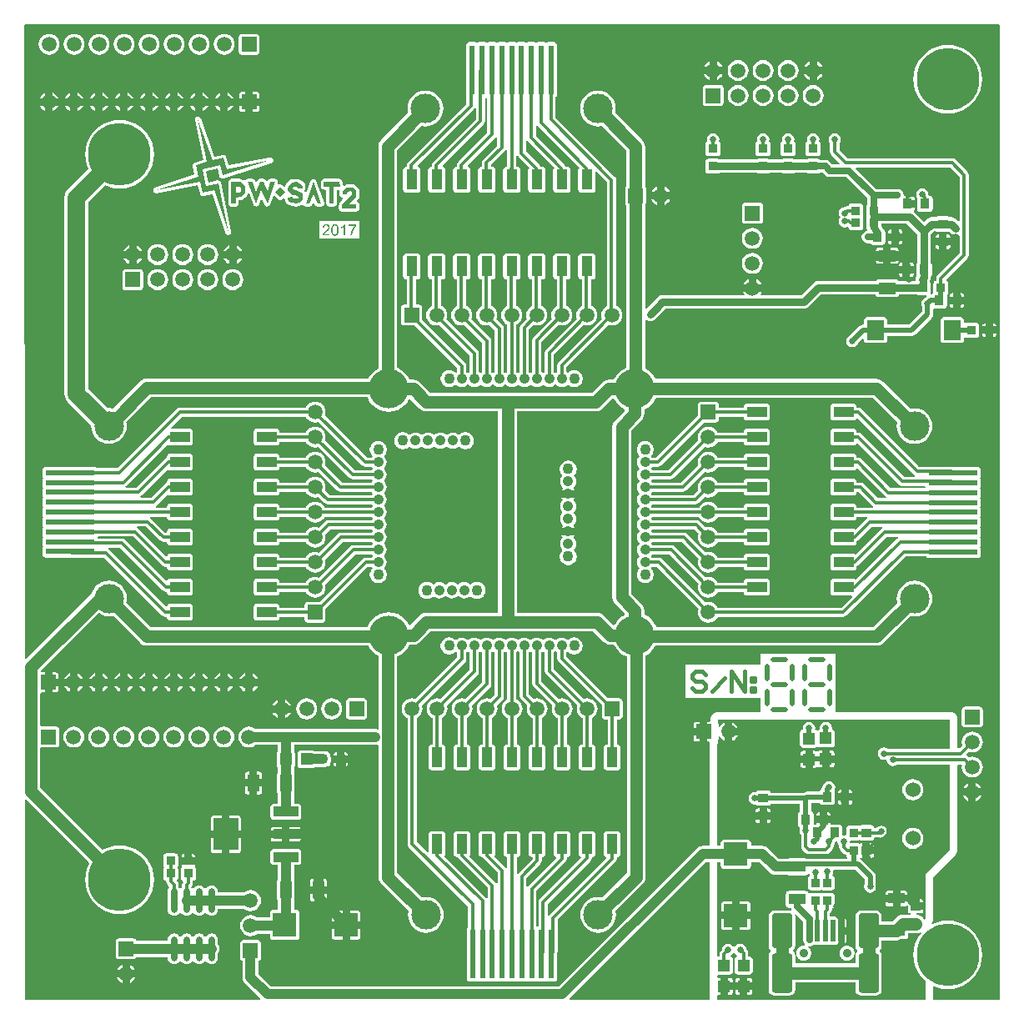
<source format=gtl>
G04 Layer_Physical_Order=1*
G04 Layer_Color=255*
%FSAX25Y25*%
%MOIN*%
G70*
G01*
G75*
%ADD10R,0.03740X0.03937*%
%ADD11R,0.03937X0.03740*%
%ADD12R,0.03543X0.03543*%
%ADD13R,0.19685X0.02362*%
%ADD14R,0.06693X0.04331*%
%ADD15R,0.07087X0.07874*%
%ADD16R,0.04331X0.07874*%
%ADD17R,0.07874X0.04331*%
%ADD18R,0.03543X0.03543*%
G04:AMPARAMS|DCode=19|XSize=157.48mil|YSize=80.71mil|CornerRadius=10.09mil|HoleSize=0mil|Usage=FLASHONLY|Rotation=90.000|XOffset=0mil|YOffset=0mil|HoleType=Round|Shape=RoundedRectangle|*
%AMROUNDEDRECTD19*
21,1,0.15748,0.06053,0,0,90.0*
21,1,0.13730,0.08071,0,0,90.0*
1,1,0.02018,0.03027,0.06865*
1,1,0.02018,0.03027,-0.06865*
1,1,0.02018,-0.03027,-0.06865*
1,1,0.02018,-0.03027,0.06865*
%
%ADD19ROUNDEDRECTD19*%
G04:AMPARAMS|DCode=20|XSize=137.8mil|YSize=80.71mil|CornerRadius=10.09mil|HoleSize=0mil|Usage=FLASHONLY|Rotation=90.000|XOffset=0mil|YOffset=0mil|HoleType=Round|Shape=RoundedRectangle|*
%AMROUNDEDRECTD20*
21,1,0.13780,0.06053,0,0,90.0*
21,1,0.11762,0.08071,0,0,90.0*
1,1,0.02018,0.03027,0.05881*
1,1,0.02018,0.03027,-0.05881*
1,1,0.02018,-0.03027,-0.05881*
1,1,0.02018,-0.03027,0.05881*
%
%ADD20ROUNDEDRECTD20*%
G04:AMPARAMS|DCode=21|XSize=88.58mil|YSize=19.68mil|CornerRadius=2.46mil|HoleSize=0mil|Usage=FLASHONLY|Rotation=90.000|XOffset=0mil|YOffset=0mil|HoleType=Round|Shape=RoundedRectangle|*
%AMROUNDEDRECTD21*
21,1,0.08858,0.01476,0,0,90.0*
21,1,0.08366,0.01968,0,0,90.0*
1,1,0.00492,0.00738,0.04183*
1,1,0.00492,0.00738,-0.04183*
1,1,0.00492,-0.00738,-0.04183*
1,1,0.00492,-0.00738,0.04183*
%
%ADD21ROUNDEDRECTD21*%
%ADD22R,0.04724X0.04724*%
%ADD23R,0.04724X0.04724*%
%ADD24O,0.02756X0.09842*%
%ADD25R,0.02362X0.19685*%
%ADD26R,0.04528X0.07087*%
%ADD27R,0.09331X0.09567*%
%ADD28R,0.09842X0.12992*%
%ADD29R,0.09842X0.03937*%
%ADD30R,0.07087X0.04528*%
%ADD31R,0.09567X0.09331*%
%ADD32C,0.03000*%
%ADD33C,0.04000*%
%ADD34C,0.02500*%
%ADD35C,0.01200*%
%ADD36C,0.02000*%
%ADD37C,0.05000*%
%ADD38C,0.01968*%
%ADD39C,0.07000*%
%ADD40C,0.01575*%
%ADD41R,0.05905X0.05905*%
%ADD42C,0.05905*%
%ADD43C,0.25000*%
%ADD44C,0.11811*%
%ADD45R,0.05905X0.05905*%
%ADD46C,0.04100*%
%ADD47C,0.04331*%
%ADD48C,0.03543*%
%ADD49C,0.15748*%
%ADD50C,0.06000*%
%ADD51C,0.02500*%
G36*
X0391720Y0391439D02*
X0391673Y0002007D01*
X0365576D01*
X0365076Y0002007D01*
X0365076Y0007123D01*
X0365492Y0007401D01*
X0366789Y0006863D01*
X0368886Y0006360D01*
X0371035Y0006191D01*
X0373185Y0006360D01*
X0375282Y0006863D01*
X0377274Y0007688D01*
X0379113Y0008815D01*
X0380753Y0010216D01*
X0382153Y0011856D01*
X0383280Y0013694D01*
X0384105Y0015686D01*
X0384609Y0017783D01*
X0384778Y0019933D01*
X0384609Y0022083D01*
X0384105Y0024180D01*
X0383280Y0026172D01*
X0382153Y0028011D01*
X0380753Y0029650D01*
X0379113Y0031051D01*
X0377274Y0032178D01*
X0375282Y0033003D01*
X0373185Y0033506D01*
X0371035Y0033675D01*
X0368886Y0033506D01*
X0366789Y0033003D01*
X0364904Y0032222D01*
X0364596Y0032489D01*
X0364537Y0032582D01*
X0364671Y0032757D01*
X0364738Y0032920D01*
X0364829Y0033071D01*
X0364889Y0033283D01*
X0364973Y0033486D01*
X0364996Y0033661D01*
X0365044Y0033831D01*
X0365047Y0034051D01*
X0365076Y0034269D01*
X0365076Y0050897D01*
X0374040Y0059861D01*
X0374521Y0060487D01*
X0374823Y0061217D01*
X0374926Y0062000D01*
X0374926Y0095711D01*
X0375279Y0096065D01*
X0376253D01*
X0376692Y0095565D01*
X0376611Y0094957D01*
X0376754Y0093873D01*
X0377173Y0092862D01*
X0377838Y0091995D01*
X0378706Y0091329D01*
X0379716Y0090911D01*
X0380800Y0090768D01*
X0381884Y0090911D01*
X0382894Y0091329D01*
X0383762Y0091995D01*
X0384427Y0092862D01*
X0384846Y0093873D01*
X0384989Y0094957D01*
X0384846Y0096041D01*
X0384427Y0097051D01*
X0383762Y0097918D01*
X0382894Y0098584D01*
X0381884Y0099002D01*
X0380800Y0099145D01*
X0379716Y0099002D01*
X0379457Y0098895D01*
X0379154Y0099198D01*
X0378668Y0099523D01*
X0378551Y0099945D01*
X0378547Y0100108D01*
X0379457Y0101018D01*
X0379716Y0100911D01*
X0380800Y0100768D01*
X0381884Y0100911D01*
X0382894Y0101329D01*
X0383762Y0101995D01*
X0384427Y0102862D01*
X0384846Y0103873D01*
X0384989Y0104957D01*
X0384846Y0106041D01*
X0384427Y0107051D01*
X0383762Y0107919D01*
X0382894Y0108584D01*
X0381884Y0109002D01*
X0380800Y0109145D01*
X0379716Y0109002D01*
X0378706Y0108584D01*
X0377838Y0107919D01*
X0377173Y0107051D01*
X0376754Y0106041D01*
X0376611Y0104957D01*
X0376754Y0103873D01*
X0376861Y0103614D01*
X0375676Y0102428D01*
X0375067Y0102437D01*
X0374926Y0102589D01*
X0374925Y0114000D01*
X0374822Y0114783D01*
X0374520Y0115513D01*
X0374039Y0116140D01*
X0374039Y0116140D01*
X0373413Y0116621D01*
X0372683Y0116923D01*
X0371900Y0117026D01*
X0326300D01*
Y0140300D01*
X0296300D01*
Y0135946D01*
X0266025D01*
Y0122525D01*
X0296300D01*
Y0117026D01*
X0279270D01*
X0278992Y0116989D01*
X0278712Y0116974D01*
X0278602Y0116938D01*
X0278487Y0116923D01*
X0278228Y0116815D01*
X0277961Y0116728D01*
X0277864Y0116665D01*
X0277757Y0116621D01*
X0277535Y0116450D01*
X0277300Y0116296D01*
X0277222Y0116210D01*
X0277131Y0116140D01*
X0276960Y0115917D01*
X0276773Y0115708D01*
X0276595Y0115448D01*
X0276436Y0115134D01*
X0276268Y0114824D01*
X0276175Y0114584D01*
X0276093Y0114238D01*
X0276000Y0113895D01*
Y0113855D01*
X0275991Y0113815D01*
X0275997Y0113572D01*
X0275722Y0113072D01*
X0274900D01*
Y0109100D01*
Y0105128D01*
X0275371D01*
X0275800Y0104803D01*
Y0104605D01*
X0275774Y0104409D01*
Y0063528D01*
X0273000D01*
X0272165Y0063418D01*
X0271386Y0063095D01*
X0270718Y0062582D01*
X0215463Y0007328D01*
X0100537D01*
X0095528Y0012337D01*
Y0017474D01*
X0095721Y0017512D01*
X0096118Y0017777D01*
X0096383Y0018174D01*
X0096476Y0018643D01*
Y0024548D01*
X0096383Y0025016D01*
X0096118Y0025413D01*
X0095721Y0025678D01*
X0095253Y0025771D01*
X0089347D01*
X0088879Y0025678D01*
X0088482Y0025413D01*
X0088217Y0025016D01*
X0088124Y0024548D01*
Y0018643D01*
X0088217Y0018174D01*
X0088482Y0017777D01*
X0088879Y0017512D01*
X0089072Y0017474D01*
Y0011000D01*
X0089182Y0010165D01*
X0089505Y0009386D01*
X0090018Y0008718D01*
X0096267Y0002469D01*
X0096075Y0002007D01*
X0002058D01*
X0002022Y0081913D01*
X0002484Y0082104D01*
X0027965Y0056623D01*
X0027689Y0056172D01*
X0026863Y0054180D01*
X0026360Y0052083D01*
X0026191Y0049933D01*
X0026360Y0047783D01*
X0026863Y0045687D01*
X0027689Y0043694D01*
X0028815Y0041855D01*
X0030216Y0040216D01*
X0031855Y0038815D01*
X0033694Y0037688D01*
X0035686Y0036863D01*
X0037783Y0036360D01*
X0039933Y0036191D01*
X0042083Y0036360D01*
X0044180Y0036863D01*
X0046172Y0037688D01*
X0048011Y0038815D01*
X0049650Y0040216D01*
X0051051Y0041855D01*
X0052178Y0043694D01*
X0053003Y0045687D01*
X0053506Y0047783D01*
X0053675Y0049933D01*
X0053506Y0052083D01*
X0053003Y0054180D01*
X0052178Y0056172D01*
X0051051Y0058011D01*
X0049650Y0059650D01*
X0048011Y0061051D01*
X0046172Y0062178D01*
X0044180Y0063003D01*
X0042083Y0063506D01*
X0039933Y0063675D01*
X0037783Y0063506D01*
X0035686Y0063003D01*
X0033694Y0062178D01*
X0033243Y0061901D01*
X0008252Y0086892D01*
Y0102508D01*
X0008639Y0102825D01*
X0008647Y0102824D01*
X0014553D01*
X0015021Y0102917D01*
X0015418Y0103182D01*
X0015683Y0103579D01*
X0015776Y0104047D01*
Y0109953D01*
X0015683Y0110421D01*
X0015418Y0110818D01*
X0015021Y0111083D01*
X0014553Y0111176D01*
X0008647D01*
X0008639Y0111174D01*
X0008252Y0111492D01*
Y0124397D01*
X0008647Y0124828D01*
X0010100D01*
Y0128800D01*
Y0132772D01*
X0008647D01*
X0008252Y0133203D01*
Y0133374D01*
X0031515Y0156638D01*
X0031700Y0156486D01*
X0032935Y0155826D01*
X0034274Y0155420D01*
X0035667Y0155282D01*
X0037060Y0155420D01*
X0037315Y0155497D01*
X0048161Y0144650D01*
X0048934Y0144057D01*
X0049834Y0143685D01*
X0050800Y0143557D01*
X0139405D01*
X0139915Y0142604D01*
X0141049Y0141223D01*
X0142430Y0140089D01*
X0143476Y0139530D01*
Y0110302D01*
X0143061Y0110024D01*
X0142835Y0110118D01*
X0142000Y0110228D01*
X0094215D01*
X0093694Y0110627D01*
X0092684Y0111046D01*
X0091600Y0111189D01*
X0090516Y0111046D01*
X0089506Y0110627D01*
X0088638Y0109962D01*
X0087973Y0109094D01*
X0087554Y0108084D01*
X0087411Y0107000D01*
X0087554Y0105916D01*
X0087973Y0104906D01*
X0088638Y0104038D01*
X0089506Y0103373D01*
X0090516Y0102954D01*
X0091600Y0102811D01*
X0092684Y0102954D01*
X0093694Y0103373D01*
X0094215Y0103772D01*
X0103208D01*
Y0101327D01*
X0102943Y0100930D01*
X0102850Y0100462D01*
Y0095738D01*
X0102943Y0095270D01*
X0103208Y0094873D01*
Y0092861D01*
X0103041Y0092611D01*
X0102948Y0092143D01*
Y0085057D01*
X0103041Y0084588D01*
X0103208Y0084339D01*
Y0080347D01*
X0101514D01*
X0101046Y0080254D01*
X0100649Y0079989D01*
X0100384Y0079592D01*
X0100291Y0079124D01*
Y0075187D01*
X0100384Y0074718D01*
X0100649Y0074322D01*
X0101046Y0074056D01*
X0101514Y0073963D01*
X0106165D01*
X0106435Y0073927D01*
X0106706Y0073963D01*
X0111357D01*
X0111825Y0074056D01*
X0112222Y0074322D01*
X0112487Y0074718D01*
X0112580Y0075187D01*
Y0079124D01*
X0112487Y0079592D01*
X0112222Y0079989D01*
X0111825Y0080254D01*
X0111357Y0080347D01*
X0109663D01*
Y0084339D01*
X0109830Y0084588D01*
X0109923Y0085057D01*
Y0092143D01*
X0109830Y0092611D01*
X0109663Y0092861D01*
Y0094873D01*
X0109928Y0095270D01*
X0110021Y0095738D01*
Y0100462D01*
X0109928Y0100930D01*
X0109663Y0101327D01*
Y0103772D01*
X0142000D01*
X0142835Y0103882D01*
X0143061Y0103976D01*
X0143476Y0103698D01*
Y0050974D01*
X0143604Y0050008D01*
X0143976Y0049108D01*
X0144569Y0048335D01*
X0155416Y0037489D01*
X0155339Y0037234D01*
X0155201Y0035841D01*
X0155339Y0034448D01*
X0155745Y0033109D01*
X0156405Y0031874D01*
X0157293Y0030792D01*
X0158375Y0029904D01*
X0159609Y0029245D01*
X0160948Y0028838D01*
X0162341Y0028701D01*
X0163734Y0028838D01*
X0165074Y0029245D01*
X0166308Y0029904D01*
X0167390Y0030792D01*
X0168278Y0031874D01*
X0168938Y0033109D01*
X0169344Y0034448D01*
X0169481Y0035841D01*
X0169344Y0037234D01*
X0168938Y0038573D01*
X0168278Y0039808D01*
X0167390Y0040890D01*
X0166308Y0041778D01*
X0165074Y0042437D01*
X0163734Y0042844D01*
X0162341Y0042981D01*
X0160948Y0042844D01*
X0160694Y0042766D01*
X0150940Y0052520D01*
Y0139233D01*
X0150985Y0139246D01*
X0152562Y0140089D01*
X0153943Y0141223D01*
X0155077Y0142604D01*
X0155790Y0143938D01*
X0157370D01*
X0158336Y0144065D01*
X0159236Y0144438D01*
X0160009Y0145031D01*
X0164146Y0149168D01*
X0229272D01*
X0233408Y0145031D01*
X0234181Y0144438D01*
X0235081Y0144065D01*
X0236047Y0143938D01*
X0237627D01*
X0238340Y0142604D01*
X0239474Y0141223D01*
X0240856Y0140089D01*
X0242432Y0139246D01*
X0242680Y0139171D01*
Y0052520D01*
X0232926Y0042766D01*
X0232671Y0042844D01*
X0231278Y0042981D01*
X0229885Y0042844D01*
X0228546Y0042437D01*
X0227312Y0041778D01*
X0226230Y0040890D01*
X0225342Y0039808D01*
X0224682Y0038573D01*
X0224276Y0037234D01*
X0224138Y0035841D01*
X0224276Y0034448D01*
X0224682Y0033109D01*
X0225342Y0031874D01*
X0226230Y0030792D01*
X0227312Y0029904D01*
X0228546Y0029245D01*
X0229885Y0028838D01*
X0231278Y0028701D01*
X0232671Y0028838D01*
X0234011Y0029245D01*
X0235245Y0029904D01*
X0236327Y0030792D01*
X0237215Y0031874D01*
X0237875Y0033109D01*
X0238281Y0034448D01*
X0238418Y0035841D01*
X0238281Y0037234D01*
X0238204Y0037489D01*
X0249050Y0048335D01*
X0249643Y0049108D01*
X0250016Y0050008D01*
X0250143Y0050974D01*
Y0139638D01*
X0250987Y0140089D01*
X0252369Y0141223D01*
X0253502Y0142604D01*
X0253969Y0143476D01*
X0342559D01*
X0343525Y0143604D01*
X0344425Y0143976D01*
X0345198Y0144569D01*
X0356045Y0155416D01*
X0356299Y0155339D01*
X0357692Y0155201D01*
X0359085Y0155339D01*
X0360424Y0155745D01*
X0361659Y0156405D01*
X0362741Y0157293D01*
X0363629Y0158375D01*
X0364288Y0159609D01*
X0364695Y0160948D01*
X0364832Y0162341D01*
X0364695Y0163734D01*
X0364288Y0165074D01*
X0363629Y0166308D01*
X0362741Y0167390D01*
X0361659Y0168278D01*
X0360424Y0168938D01*
X0359085Y0169344D01*
X0357692Y0169481D01*
X0356299Y0169344D01*
X0354960Y0168938D01*
X0353725Y0168278D01*
X0352643Y0167390D01*
X0351755Y0166308D01*
X0351096Y0165074D01*
X0350689Y0163734D01*
X0350552Y0162341D01*
X0350689Y0160948D01*
X0350767Y0160694D01*
X0341013Y0150940D01*
X0254412D01*
X0254345Y0151159D01*
X0253502Y0152736D01*
X0252369Y0154117D01*
X0250987Y0155251D01*
X0249653Y0155964D01*
Y0157544D01*
X0249526Y0158510D01*
X0249153Y0159410D01*
X0248560Y0160183D01*
X0244423Y0164320D01*
Y0229446D01*
X0248560Y0233582D01*
X0249153Y0234355D01*
X0249526Y0235255D01*
X0249653Y0236221D01*
Y0237801D01*
X0250987Y0238514D01*
X0252369Y0239648D01*
X0253502Y0241030D01*
X0254345Y0242606D01*
X0254367Y0242680D01*
X0341013D01*
X0350767Y0232926D01*
X0350689Y0232671D01*
X0350552Y0231278D01*
X0350689Y0229885D01*
X0351096Y0228546D01*
X0351755Y0227312D01*
X0352643Y0226230D01*
X0353725Y0225342D01*
X0354960Y0224682D01*
X0356299Y0224276D01*
X0357692Y0224138D01*
X0359085Y0224276D01*
X0360424Y0224682D01*
X0361659Y0225342D01*
X0362741Y0226230D01*
X0363629Y0227312D01*
X0364288Y0228546D01*
X0364695Y0229885D01*
X0364832Y0231278D01*
X0364695Y0232671D01*
X0364288Y0234011D01*
X0363629Y0235245D01*
X0362741Y0236327D01*
X0361659Y0237215D01*
X0360424Y0237875D01*
X0359085Y0238281D01*
X0357692Y0238418D01*
X0356299Y0238281D01*
X0356045Y0238204D01*
X0345198Y0249050D01*
X0344425Y0249643D01*
X0343525Y0250016D01*
X0342559Y0250143D01*
X0254046D01*
X0253502Y0251161D01*
X0252369Y0252542D01*
X0250987Y0253677D01*
X0250002Y0254203D01*
Y0273576D01*
X0250502Y0273823D01*
X0250738Y0273642D01*
X0251395Y0273370D01*
X0252100Y0273277D01*
X0252805Y0273370D01*
X0253462Y0273642D01*
X0254026Y0274074D01*
X0256451Y0276499D01*
X0256451Y0276499D01*
X0258078Y0278127D01*
X0313450D01*
X0314155Y0278220D01*
X0314812Y0278492D01*
X0315376Y0278924D01*
X0320228Y0283777D01*
X0342106D01*
X0342126Y0283672D01*
X0342392Y0283275D01*
X0342789Y0283010D01*
X0343257Y0282917D01*
X0350343D01*
X0350812Y0283010D01*
X0351208Y0283275D01*
X0351474Y0283672D01*
X0351495Y0283777D01*
X0358649D01*
X0358917Y0283598D01*
X0359385Y0283505D01*
X0362371D01*
X0362490Y0283323D01*
X0362563Y0283005D01*
X0362089Y0282531D01*
X0361975Y0282508D01*
X0361164Y0281966D01*
X0360623Y0281156D01*
X0360433Y0280200D01*
X0360623Y0279244D01*
X0360657Y0279193D01*
Y0276929D01*
X0355571Y0271843D01*
X0346913D01*
Y0273537D01*
X0346819Y0274005D01*
X0346554Y0274402D01*
X0346157Y0274667D01*
X0345689Y0274761D01*
X0338602D01*
X0338134Y0274667D01*
X0337737Y0274402D01*
X0337472Y0274005D01*
X0337379Y0273537D01*
Y0271843D01*
X0337200D01*
X0336342Y0271672D01*
X0335614Y0271186D01*
X0332058Y0267631D01*
X0331944Y0267608D01*
X0331134Y0267066D01*
X0330592Y0266256D01*
X0330402Y0265300D01*
X0330592Y0264344D01*
X0331134Y0263534D01*
X0331944Y0262992D01*
X0332900Y0262802D01*
X0333856Y0262992D01*
X0334666Y0263534D01*
X0335208Y0264344D01*
X0335231Y0264458D01*
X0336917Y0266145D01*
X0337379Y0265953D01*
Y0265663D01*
X0337472Y0265195D01*
X0337737Y0264798D01*
X0338134Y0264533D01*
X0338602Y0264440D01*
X0345689D01*
X0346157Y0264533D01*
X0346554Y0264798D01*
X0346819Y0265195D01*
X0346913Y0265663D01*
Y0267357D01*
X0356500D01*
X0357358Y0267528D01*
X0358086Y0268014D01*
X0364486Y0274414D01*
X0364972Y0275142D01*
X0365143Y0276000D01*
Y0277906D01*
X0365643Y0278317D01*
X0365687Y0278308D01*
X0369427D01*
X0369895Y0278401D01*
X0370292Y0278666D01*
X0370557Y0279063D01*
X0370650Y0279532D01*
Y0283469D01*
X0370608Y0283681D01*
X0370880Y0283863D01*
X0371145Y0284260D01*
X0371238Y0284728D01*
Y0288272D01*
X0371145Y0288740D01*
X0370880Y0289137D01*
X0370556Y0289353D01*
X0370447Y0289703D01*
X0370420Y0289924D01*
X0378798Y0298302D01*
X0379196Y0298898D01*
X0379335Y0299600D01*
Y0331700D01*
X0379196Y0332402D01*
X0378798Y0332998D01*
X0373998Y0337798D01*
X0373402Y0338196D01*
X0372700Y0338335D01*
X0330960D01*
X0327635Y0341660D01*
Y0344137D01*
X0328108Y0344844D01*
X0328298Y0345800D01*
X0328108Y0346756D01*
X0327566Y0347566D01*
X0326756Y0348108D01*
X0325800Y0348298D01*
X0324844Y0348108D01*
X0324034Y0347566D01*
X0323492Y0346756D01*
X0323302Y0345800D01*
X0323492Y0344844D01*
X0323965Y0344137D01*
Y0340900D01*
X0324104Y0340198D01*
X0324502Y0339602D01*
X0327845Y0336260D01*
X0327653Y0335798D01*
X0324935D01*
X0323810Y0336923D01*
X0322999Y0337464D01*
X0322043Y0337655D01*
X0319930D01*
X0319837Y0337793D01*
X0319440Y0338059D01*
X0318972Y0338152D01*
X0315428D01*
X0314960Y0338059D01*
X0314693Y0337880D01*
X0309707D01*
X0309440Y0338059D01*
X0308972Y0338152D01*
X0305428D01*
X0304960Y0338059D01*
X0304693Y0337880D01*
X0299707D01*
X0299440Y0338059D01*
X0298972Y0338152D01*
X0295428D01*
X0294960Y0338059D01*
X0294693Y0337880D01*
X0279707D01*
X0279440Y0338059D01*
X0278972Y0338152D01*
X0275428D01*
X0274960Y0338059D01*
X0274563Y0337793D01*
X0274298Y0337397D01*
X0274205Y0336928D01*
Y0335934D01*
X0274175Y0335861D01*
X0274082Y0335157D01*
X0274175Y0334452D01*
X0274205Y0334379D01*
Y0333385D01*
X0274298Y0332917D01*
X0274563Y0332520D01*
X0274960Y0332255D01*
X0275428Y0332161D01*
X0278972D01*
X0279440Y0332255D01*
X0279707Y0332433D01*
X0294693D01*
X0294960Y0332255D01*
X0295428Y0332161D01*
X0298972D01*
X0299440Y0332255D01*
X0299707Y0332433D01*
X0304693D01*
X0304960Y0332255D01*
X0305428Y0332161D01*
X0308972D01*
X0309440Y0332255D01*
X0309707Y0332433D01*
X0314693D01*
X0314960Y0332255D01*
X0315428Y0332161D01*
X0318972D01*
X0319440Y0332255D01*
X0319837Y0332520D01*
X0319930Y0332659D01*
X0321009D01*
X0322134Y0331534D01*
X0322944Y0330992D01*
X0323900Y0330802D01*
X0330509D01*
X0338845Y0322465D01*
Y0320078D01*
X0338706Y0319986D01*
X0338441Y0319589D01*
X0338348Y0319121D01*
Y0315577D01*
X0338441Y0315109D01*
X0338531Y0314974D01*
X0338441Y0314840D01*
X0338348Y0314372D01*
Y0310828D01*
X0338441Y0310360D01*
X0338706Y0309963D01*
X0338792Y0309906D01*
X0338773Y0309405D01*
X0338692Y0309314D01*
X0338156Y0309208D01*
X0337345Y0308666D01*
X0336804Y0307856D01*
X0336614Y0306900D01*
X0336804Y0305944D01*
X0337345Y0305134D01*
X0338156Y0304592D01*
X0339112Y0304402D01*
X0339997D01*
X0340222Y0304066D01*
X0340618Y0303801D01*
X0341087Y0303708D01*
X0344827D01*
X0345295Y0303801D01*
X0345692Y0304066D01*
X0345957Y0304463D01*
X0346050Y0304931D01*
Y0308869D01*
X0345957Y0309337D01*
X0345692Y0309734D01*
X0345295Y0309999D01*
X0345260Y0310006D01*
X0344723Y0310810D01*
X0344338Y0311194D01*
Y0312277D01*
X0354560D01*
X0358821Y0308016D01*
Y0296606D01*
X0358809Y0296598D01*
X0358544Y0296201D01*
X0358451Y0295733D01*
Y0291796D01*
X0358523Y0291432D01*
X0358453Y0291342D01*
X0358181Y0290685D01*
X0358088Y0289980D01*
X0358122Y0289723D01*
X0357684Y0289223D01*
X0351415D01*
X0351208Y0289533D01*
X0350812Y0289798D01*
X0350343Y0289891D01*
X0343257D01*
X0342789Y0289798D01*
X0342392Y0289533D01*
X0342185Y0289223D01*
X0319100D01*
X0318395Y0289130D01*
X0317738Y0288858D01*
X0317174Y0288426D01*
X0312322Y0283573D01*
X0296318D01*
X0296097Y0284022D01*
X0296353Y0284355D01*
X0296557Y0284849D01*
X0292900D01*
X0289243D01*
X0289447Y0284355D01*
X0289703Y0284022D01*
X0289482Y0283573D01*
X0256950D01*
X0256245Y0283481D01*
X0255588Y0283208D01*
X0255024Y0282776D01*
X0252599Y0280351D01*
X0252599Y0280351D01*
X0250502Y0278253D01*
X0250002Y0278461D01*
Y0319571D01*
X0250018Y0319582D01*
X0250283Y0319979D01*
X0250376Y0320447D01*
Y0326353D01*
X0250283Y0326821D01*
X0250018Y0327218D01*
X0250002Y0327228D01*
Y0343079D01*
X0249875Y0344045D01*
X0249502Y0344946D01*
X0248909Y0345718D01*
X0238062Y0356565D01*
X0238140Y0356820D01*
X0238277Y0358213D01*
X0238140Y0359606D01*
X0237733Y0360945D01*
X0237074Y0362179D01*
X0236186Y0363261D01*
X0235104Y0364149D01*
X0233869Y0364809D01*
X0232530Y0365215D01*
X0231137Y0365353D01*
X0229744Y0365215D01*
X0228405Y0364809D01*
X0227170Y0364149D01*
X0226088Y0363261D01*
X0225200Y0362179D01*
X0224541Y0360945D01*
X0224134Y0359606D01*
X0223997Y0358213D01*
X0224134Y0356820D01*
X0224541Y0355480D01*
X0225200Y0354246D01*
X0226088Y0353164D01*
X0227170Y0352276D01*
X0228405Y0351616D01*
X0229744Y0351210D01*
X0231137Y0351073D01*
X0232530Y0351210D01*
X0232785Y0351287D01*
X0242538Y0341534D01*
Y0327322D01*
X0242382Y0327218D01*
X0242117Y0326821D01*
X0242024Y0326353D01*
Y0320447D01*
X0242117Y0319979D01*
X0242382Y0319582D01*
X0242538Y0319478D01*
Y0254551D01*
X0242432Y0254519D01*
X0240856Y0253677D01*
X0239474Y0252542D01*
X0238340Y0251161D01*
X0237627Y0249827D01*
X0235495D01*
X0234529Y0249700D01*
X0233629Y0249327D01*
X0232856Y0248734D01*
X0228719Y0244597D01*
X0164146D01*
X0160009Y0248734D01*
X0159236Y0249327D01*
X0158336Y0249700D01*
X0157370Y0249827D01*
X0155790D01*
X0155077Y0251161D01*
X0153943Y0252542D01*
X0152562Y0253677D01*
X0150985Y0254519D01*
X0150799Y0254576D01*
Y0341534D01*
X0160552Y0351287D01*
X0160807Y0351210D01*
X0162200Y0351073D01*
X0163593Y0351210D01*
X0164932Y0351616D01*
X0166167Y0352276D01*
X0167249Y0353164D01*
X0168137Y0354246D01*
X0168796Y0355480D01*
X0169203Y0356820D01*
X0169340Y0358213D01*
X0169203Y0359606D01*
X0168796Y0360945D01*
X0168137Y0362179D01*
X0167249Y0363261D01*
X0166167Y0364149D01*
X0164932Y0364809D01*
X0163593Y0365215D01*
X0162200Y0365353D01*
X0160807Y0365215D01*
X0159468Y0364809D01*
X0158233Y0364149D01*
X0157151Y0363261D01*
X0156263Y0362179D01*
X0155604Y0360945D01*
X0155197Y0359606D01*
X0155060Y0358213D01*
X0155197Y0356820D01*
X0155275Y0356565D01*
X0144428Y0345718D01*
X0143835Y0344946D01*
X0143462Y0344045D01*
X0143335Y0343079D01*
Y0254160D01*
X0142430Y0253677D01*
X0141049Y0252542D01*
X0139915Y0251161D01*
X0139414Y0250224D01*
X0050800D01*
X0049834Y0250097D01*
X0048934Y0249725D01*
X0048161Y0249131D01*
X0037315Y0238285D01*
X0037060Y0238362D01*
X0035667Y0238499D01*
X0035270Y0238460D01*
X0027341Y0246390D01*
Y0320636D01*
X0034188Y0327484D01*
X0035686Y0326863D01*
X0037783Y0326360D01*
X0039933Y0326191D01*
X0042083Y0326360D01*
X0044180Y0326863D01*
X0046172Y0327689D01*
X0048011Y0328815D01*
X0049650Y0330216D01*
X0051051Y0331856D01*
X0052178Y0333694D01*
X0053003Y0335686D01*
X0053506Y0337783D01*
X0053675Y0339933D01*
X0053506Y0342083D01*
X0053003Y0344180D01*
X0052178Y0346172D01*
X0051051Y0348011D01*
X0049650Y0349650D01*
X0048011Y0351051D01*
X0046172Y0352178D01*
X0044180Y0353003D01*
X0042083Y0353506D01*
X0039933Y0353675D01*
X0037783Y0353506D01*
X0035686Y0353003D01*
X0033694Y0352178D01*
X0031855Y0351051D01*
X0030216Y0349650D01*
X0028815Y0348011D01*
X0027689Y0346172D01*
X0026863Y0344180D01*
X0026360Y0342083D01*
X0026191Y0339933D01*
X0026360Y0337783D01*
X0026863Y0335686D01*
X0027484Y0334188D01*
X0019248Y0325952D01*
X0018495Y0324970D01*
X0018021Y0323827D01*
X0017859Y0322600D01*
Y0244426D01*
X0018021Y0243199D01*
X0018495Y0242056D01*
X0019248Y0241074D01*
X0028566Y0231756D01*
X0028527Y0231359D01*
X0028664Y0229966D01*
X0029070Y0228627D01*
X0029730Y0227393D01*
X0030618Y0226311D01*
X0031700Y0225423D01*
X0032935Y0224763D01*
X0034274Y0224357D01*
X0035667Y0224219D01*
X0037060Y0224357D01*
X0038399Y0224763D01*
X0039634Y0225423D01*
X0040716Y0226311D01*
X0041603Y0227393D01*
X0042263Y0228627D01*
X0042670Y0229966D01*
X0042807Y0231359D01*
X0042670Y0232752D01*
X0042592Y0233007D01*
X0052346Y0242761D01*
X0139025D01*
X0139072Y0242606D01*
X0139915Y0241030D01*
X0141049Y0239648D01*
X0142430Y0238514D01*
X0144007Y0237671D01*
X0145717Y0237153D01*
X0147496Y0236977D01*
X0149275Y0237153D01*
X0150985Y0237671D01*
X0152562Y0238514D01*
X0153943Y0239648D01*
X0155077Y0241030D01*
X0155556Y0241925D01*
X0156172Y0242016D01*
X0159961Y0238226D01*
X0160734Y0237633D01*
X0161634Y0237261D01*
X0162600Y0237133D01*
X0191268D01*
Y0156632D01*
X0162600D01*
X0161634Y0156505D01*
X0160734Y0156132D01*
X0159961Y0155539D01*
X0156172Y0151749D01*
X0155556Y0151841D01*
X0155077Y0152736D01*
X0153943Y0154117D01*
X0152562Y0155251D01*
X0150985Y0156094D01*
X0149275Y0156613D01*
X0147496Y0156788D01*
X0145717Y0156613D01*
X0144007Y0156094D01*
X0142430Y0155251D01*
X0141049Y0154117D01*
X0139915Y0152736D01*
X0139072Y0151159D01*
X0139030Y0151021D01*
X0052346D01*
X0042592Y0160775D01*
X0042670Y0161030D01*
X0042807Y0162422D01*
X0042670Y0163815D01*
X0042263Y0165155D01*
X0041603Y0166389D01*
X0040716Y0167471D01*
X0039634Y0168359D01*
X0038399Y0169019D01*
X0037060Y0169425D01*
X0035667Y0169562D01*
X0034274Y0169425D01*
X0032935Y0169019D01*
X0031700Y0168359D01*
X0030618Y0167471D01*
X0029730Y0166389D01*
X0029070Y0165155D01*
X0028894Y0164571D01*
X0002459Y0138136D01*
X0001997Y0138328D01*
X0001883Y0391439D01*
X0002236Y0391793D01*
X0391366Y0391793D01*
X0391720Y0391439D01*
D02*
G37*
G36*
X0238340Y0241030D02*
X0239474Y0239648D01*
X0240856Y0238514D01*
X0241751Y0238035D01*
X0241842Y0237420D01*
X0238052Y0233630D01*
X0237459Y0232857D01*
X0237087Y0231957D01*
X0236959Y0230991D01*
Y0162774D01*
X0237087Y0161808D01*
X0237459Y0160908D01*
X0238052Y0160135D01*
X0241842Y0156345D01*
X0241751Y0155730D01*
X0240856Y0155251D01*
X0239474Y0154117D01*
X0238340Y0152736D01*
X0237861Y0151841D01*
X0237246Y0151749D01*
X0233456Y0155539D01*
X0232683Y0156132D01*
X0231783Y0156505D01*
X0230817Y0156632D01*
X0198732D01*
Y0237133D01*
X0230265D01*
X0231231Y0237261D01*
X0232131Y0237633D01*
X0232904Y0238226D01*
X0237041Y0242363D01*
X0237627D01*
X0238340Y0241030D01*
D02*
G37*
G36*
X0366166Y0309308D02*
X0366563Y0309043D01*
X0367031Y0308950D01*
X0370968D01*
X0371437Y0309043D01*
X0371589Y0309145D01*
X0372374Y0308360D01*
X0372938Y0307927D01*
X0373595Y0307655D01*
X0374300Y0307562D01*
X0375005Y0307655D01*
X0375165Y0307721D01*
X0375665Y0307387D01*
Y0300360D01*
X0366946Y0291641D01*
X0366548Y0291046D01*
X0366408Y0290343D01*
Y0289482D01*
X0366003Y0289402D01*
X0365606Y0289137D01*
X0365341Y0288740D01*
X0365248Y0288272D01*
Y0284728D01*
X0365272Y0284610D01*
X0365218Y0284599D01*
X0364822Y0284334D01*
X0364666Y0284101D01*
X0364487Y0284047D01*
X0364418Y0284082D01*
X0364284Y0284190D01*
X0364100Y0284469D01*
X0364152Y0284728D01*
Y0288272D01*
X0364059Y0288740D01*
X0363880Y0289007D01*
Y0289322D01*
X0363902Y0289351D01*
X0364175Y0290008D01*
X0364267Y0290713D01*
Y0290923D01*
X0364279Y0290931D01*
X0364545Y0291328D01*
X0364638Y0291796D01*
Y0295733D01*
X0364545Y0296201D01*
X0364279Y0296598D01*
X0364267Y0296606D01*
Y0308016D01*
X0365592Y0309341D01*
X0366144D01*
X0366166Y0309308D01*
D02*
G37*
G36*
X0375665Y0330940D02*
Y0313425D01*
X0375203Y0313234D01*
X0374468Y0313969D01*
X0373904Y0314402D01*
X0373247Y0314674D01*
X0372542Y0314767D01*
X0371841D01*
X0371833Y0314779D01*
X0371437Y0315044D01*
X0370968Y0315137D01*
X0367031D01*
X0366563Y0315044D01*
X0366179Y0314787D01*
X0364464D01*
X0363759Y0314694D01*
X0363102Y0314422D01*
X0362538Y0313990D01*
X0361544Y0312995D01*
X0357614Y0316926D01*
X0357446Y0317055D01*
X0357459Y0317475D01*
X0357681Y0317806D01*
X0357758Y0318196D01*
Y0318665D01*
X0354869D01*
Y0321665D01*
X0357758D01*
Y0322133D01*
X0357681Y0322523D01*
X0357459Y0322854D01*
X0357129Y0323075D01*
X0356739Y0323153D01*
X0353683D01*
X0353398Y0323500D01*
X0353208Y0324456D01*
X0352666Y0325266D01*
X0351856Y0325808D01*
X0350900Y0325998D01*
X0342378D01*
X0334173Y0334203D01*
X0334365Y0334665D01*
X0371940D01*
X0375665Y0330940D01*
D02*
G37*
G36*
X0371900Y0102589D02*
X0371546Y0102235D01*
X0347163D01*
X0346456Y0102708D01*
X0345500Y0102898D01*
X0344544Y0102708D01*
X0343734Y0102166D01*
X0343192Y0101356D01*
X0343002Y0100400D01*
X0343192Y0099444D01*
X0343734Y0098634D01*
X0344544Y0098092D01*
X0345500Y0097902D01*
X0346013Y0098004D01*
X0346497Y0097901D01*
X0346554Y0097641D01*
X0346692Y0096944D01*
X0347234Y0096134D01*
X0348044Y0095592D01*
X0349000Y0095402D01*
X0349956Y0095592D01*
X0350663Y0096065D01*
X0371900D01*
X0371900Y0062000D01*
X0362050Y0052150D01*
X0362050Y0034269D01*
X0361550Y0034071D01*
X0361364Y0034268D01*
X0361299Y0034595D01*
X0361034Y0034992D01*
X0360637Y0035257D01*
X0360274Y0035329D01*
X0360066Y0035489D01*
X0359166Y0035862D01*
X0358466Y0035954D01*
X0358499Y0036454D01*
X0360169D01*
X0360559Y0036531D01*
X0360890Y0036752D01*
X0361110Y0037083D01*
X0361188Y0037473D01*
Y0037843D01*
X0358200D01*
Y0039343D01*
X0356700D01*
Y0042233D01*
X0356231D01*
X0355841Y0042155D01*
X0355510Y0041934D01*
X0355366Y0041718D01*
X0354866Y0041842D01*
Y0044661D01*
X0354788Y0045052D01*
X0354567Y0045382D01*
X0354237Y0045603D01*
X0353847Y0045681D01*
X0352000D01*
Y0042496D01*
Y0039311D01*
X0353847D01*
X0354237Y0039389D01*
X0354567Y0039610D01*
X0354712Y0039826D01*
X0355212Y0039702D01*
Y0037473D01*
X0355290Y0037083D01*
X0355510Y0036752D01*
X0355841Y0036531D01*
X0356056Y0036489D01*
X0356006Y0035989D01*
X0353253D01*
X0352287Y0035862D01*
X0351387Y0035489D01*
X0350614Y0034896D01*
X0348931Y0033212D01*
X0344613D01*
Y0035361D01*
X0344442Y0036223D01*
X0343954Y0036954D01*
X0343223Y0037442D01*
X0342361Y0037613D01*
X0336308D01*
X0335446Y0037442D01*
X0334716Y0036954D01*
X0334227Y0036223D01*
X0334056Y0035361D01*
Y0023599D01*
X0334227Y0022738D01*
X0334716Y0022007D01*
X0334941Y0021856D01*
Y0021356D01*
X0334716Y0021206D01*
X0334227Y0020475D01*
X0334056Y0019613D01*
Y0016480D01*
X0309968D01*
Y0019613D01*
X0309796Y0020475D01*
X0309308Y0021206D01*
X0309083Y0021356D01*
Y0021856D01*
X0309308Y0022007D01*
X0309796Y0022738D01*
X0309968Y0023599D01*
Y0035361D01*
X0309885Y0035775D01*
X0310346Y0036021D01*
X0313215Y0033153D01*
Y0025900D01*
X0313405Y0024944D01*
X0313833Y0024304D01*
X0313755Y0023781D01*
X0313707Y0023692D01*
X0313589Y0023628D01*
X0313112Y0023628D01*
X0312421Y0023491D01*
X0312420D01*
X0312238Y0023415D01*
X0311979Y0023308D01*
X0311979Y0023308D01*
X0311393Y0022917D01*
X0311393Y0022917D01*
X0311056Y0022579D01*
X0311056Y0022579D01*
X0310664Y0021993D01*
X0310664Y0021993D01*
X0310557Y0021735D01*
X0310482Y0021552D01*
Y0021552D01*
X0310344Y0020861D01*
X0310344Y0020861D01*
Y0020740D01*
X0310320Y0020622D01*
X0310344Y0020504D01*
Y0020383D01*
X0310482Y0019692D01*
Y0019692D01*
X0310557Y0019509D01*
X0310664Y0019251D01*
X0310664Y0019251D01*
X0311056Y0018665D01*
X0311056Y0018665D01*
X0311393Y0018327D01*
X0311393Y0018327D01*
X0311979Y0017936D01*
X0311979Y0017936D01*
X0312238Y0017829D01*
X0312420Y0017753D01*
X0312421D01*
X0313112Y0017616D01*
X0313112Y0017616D01*
X0313589Y0017616D01*
X0314280Y0017753D01*
X0314280D01*
X0314463Y0017829D01*
X0314721Y0017936D01*
X0314721Y0017936D01*
X0315307Y0018327D01*
X0315307Y0018327D01*
X0315645Y0018665D01*
X0315645Y0018665D01*
X0316037Y0019251D01*
X0316037Y0019251D01*
X0316144Y0019509D01*
X0316219Y0019692D01*
Y0019692D01*
X0316357Y0020383D01*
X0316357Y0020383D01*
Y0020504D01*
X0316380Y0020622D01*
X0316357Y0020740D01*
Y0020861D01*
X0316219Y0021552D01*
Y0021552D01*
X0316144Y0021735D01*
X0316037Y0021993D01*
X0316037Y0021993D01*
X0315645Y0022579D01*
X0315645Y0022579D01*
X0315307Y0022917D01*
X0315307Y0022917D01*
X0315188Y0022997D01*
X0315383Y0023468D01*
X0315713Y0023402D01*
X0316669Y0023592D01*
X0317371Y0024061D01*
X0317560Y0023935D01*
X0318124Y0023823D01*
X0319600D01*
X0320165Y0023935D01*
X0320437Y0024117D01*
X0320709Y0023935D01*
X0321274Y0023823D01*
X0322750D01*
X0323314Y0023935D01*
X0323587Y0024117D01*
X0323859Y0023935D01*
X0324423Y0023823D01*
X0325900D01*
X0326464Y0023935D01*
X0326916Y0024237D01*
X0326916Y0024237D01*
X0326942Y0024255D01*
X0327262Y0024733D01*
X0327374Y0025297D01*
Y0029480D01*
Y0033663D01*
X0327262Y0034228D01*
X0326942Y0034706D01*
X0326916Y0034723D01*
X0326916Y0034723D01*
X0326464Y0035026D01*
X0325900Y0035138D01*
X0324423D01*
X0324259Y0035105D01*
X0323873Y0035422D01*
Y0036478D01*
X0324098Y0036702D01*
X0324495Y0037298D01*
X0324635Y0038000D01*
Y0038675D01*
X0325040Y0038755D01*
X0325437Y0039020D01*
X0325702Y0039417D01*
X0325795Y0039885D01*
Y0043429D01*
X0325702Y0043897D01*
X0325437Y0044294D01*
X0325040Y0044559D01*
X0324571Y0044652D01*
X0321028D01*
X0320560Y0044559D01*
X0320450Y0044486D01*
X0320340Y0044559D01*
X0319871Y0044652D01*
X0316328D01*
X0315860Y0044559D01*
X0315827Y0044537D01*
X0315277Y0044737D01*
X0315012Y0045134D01*
X0314615Y0045400D01*
X0314146Y0045493D01*
X0307453D01*
X0306985Y0045400D01*
X0306588Y0045134D01*
X0306323Y0044737D01*
X0306230Y0044269D01*
Y0039939D01*
X0306323Y0039470D01*
X0306588Y0039073D01*
X0306985Y0038808D01*
X0307453Y0038715D01*
X0308379D01*
X0308492Y0038144D01*
X0308627Y0037942D01*
X0308327Y0037492D01*
X0307716Y0037613D01*
X0301662D01*
X0300801Y0037442D01*
X0300070Y0036954D01*
X0299582Y0036223D01*
X0299410Y0035361D01*
Y0023599D01*
X0299582Y0022738D01*
X0300070Y0022007D01*
X0300295Y0021856D01*
Y0021356D01*
X0300070Y0021206D01*
X0299582Y0020475D01*
X0299410Y0019613D01*
Y0005883D01*
X0299582Y0005021D01*
X0300070Y0004290D01*
X0300801Y0003802D01*
X0301662Y0003631D01*
X0307716D01*
X0308577Y0003802D01*
X0309308Y0004290D01*
X0309796Y0005021D01*
X0309968Y0005883D01*
Y0009016D01*
X0334056D01*
Y0005883D01*
X0334227Y0005021D01*
X0334716Y0004290D01*
X0335446Y0003802D01*
X0336308Y0003631D01*
X0342361D01*
X0343223Y0003802D01*
X0343954Y0004290D01*
X0344442Y0005021D01*
X0344613Y0005883D01*
Y0019613D01*
X0344442Y0020475D01*
X0343954Y0021206D01*
X0343728Y0021356D01*
Y0021856D01*
X0343954Y0022007D01*
X0344442Y0022738D01*
X0344613Y0023599D01*
Y0025748D01*
X0350476D01*
X0351442Y0025875D01*
X0352021Y0026115D01*
X0353847D01*
X0354315Y0026208D01*
X0354712Y0026473D01*
X0354977Y0026870D01*
X0355070Y0027339D01*
Y0028525D01*
X0358200D01*
X0359166Y0028652D01*
X0360066Y0029025D01*
X0360117Y0029014D01*
X0360308Y0028467D01*
X0359918Y0028011D01*
X0358791Y0026172D01*
X0357966Y0024180D01*
X0357462Y0022083D01*
X0357293Y0019933D01*
X0357462Y0017783D01*
X0357966Y0015686D01*
X0358791Y0013694D01*
X0359918Y0011856D01*
X0361318Y0010216D01*
X0362050Y0009590D01*
X0362050Y0002007D01*
X0278800D01*
Y0003562D01*
X0279210Y0003957D01*
X0279300Y0003984D01*
X0280100D01*
Y0007366D01*
Y0010748D01*
X0279238D01*
X0278800Y0011171D01*
Y0011741D01*
X0279101Y0011988D01*
X0279300Y0012048D01*
X0283962D01*
X0284430Y0012141D01*
X0284827Y0012406D01*
X0285093Y0012803D01*
X0285186Y0013272D01*
Y0017996D01*
X0285093Y0018464D01*
X0284827Y0018861D01*
X0284430Y0019126D01*
X0284323Y0019148D01*
X0284303Y0019200D01*
X0284270Y0019668D01*
X0284966Y0020134D01*
X0285299Y0020632D01*
X0285901D01*
X0286234Y0020134D01*
X0286884Y0019699D01*
X0286793Y0019171D01*
X0286570Y0019126D01*
X0286173Y0018861D01*
X0285907Y0018464D01*
X0285814Y0017996D01*
Y0013272D01*
X0285907Y0012803D01*
X0286173Y0012406D01*
X0286570Y0012141D01*
X0287038Y0012048D01*
X0291762D01*
X0292230Y0012141D01*
X0292627Y0012406D01*
X0292893Y0012803D01*
X0292986Y0013272D01*
Y0017996D01*
X0292893Y0018464D01*
X0292627Y0018861D01*
X0292230Y0019126D01*
X0291762Y0019220D01*
X0291235D01*
Y0020500D01*
X0291096Y0021202D01*
X0290698Y0021798D01*
X0290474Y0022022D01*
X0290308Y0022856D01*
X0289766Y0023666D01*
X0288956Y0024208D01*
X0288000Y0024398D01*
X0287044Y0024208D01*
X0286234Y0023666D01*
X0285901Y0023168D01*
X0285299D01*
X0284966Y0023666D01*
X0284156Y0024208D01*
X0283200Y0024398D01*
X0282244Y0024208D01*
X0281434Y0023666D01*
X0280892Y0022856D01*
X0280726Y0022022D01*
X0280302Y0021598D01*
X0279904Y0021002D01*
X0279765Y0020300D01*
Y0019220D01*
X0279238D01*
X0279187Y0019209D01*
X0278800Y0019527D01*
X0278800Y0057072D01*
X0280293D01*
Y0055518D01*
X0280386Y0055050D01*
X0280651Y0054653D01*
X0281048Y0054388D01*
X0281517Y0054295D01*
X0291084D01*
X0291552Y0054388D01*
X0291949Y0054653D01*
X0292214Y0055050D01*
X0292307Y0055518D01*
Y0057072D01*
X0295463D01*
X0299722Y0052814D01*
X0300390Y0052301D01*
X0301169Y0051978D01*
X0302004Y0051868D01*
X0306883D01*
X0306985Y0051800D01*
X0307453Y0051707D01*
X0314146D01*
X0314615Y0051800D01*
X0315012Y0052066D01*
X0315217Y0052373D01*
X0315586Y0052367D01*
X0315737Y0052320D01*
X0315773Y0052138D01*
X0315860Y0051646D01*
X0315463Y0051380D01*
X0315198Y0050984D01*
X0315105Y0050515D01*
Y0046972D01*
X0315198Y0046504D01*
X0315463Y0046107D01*
X0315860Y0045842D01*
X0316328Y0045748D01*
X0319871D01*
X0320340Y0045842D01*
X0320450Y0045915D01*
X0320560Y0045842D01*
X0321028Y0045748D01*
X0324571D01*
X0325040Y0045842D01*
X0325437Y0046107D01*
X0325702Y0046504D01*
X0325795Y0046972D01*
Y0050515D01*
X0325702Y0050984D01*
X0325437Y0051380D01*
X0325040Y0051646D01*
X0324913Y0051952D01*
X0325108Y0052244D01*
X0325298Y0053200D01*
X0325244Y0053470D01*
X0325561Y0053857D01*
X0334171D01*
X0337757Y0050271D01*
Y0048253D01*
X0337692Y0048156D01*
X0337502Y0047200D01*
X0337692Y0046244D01*
X0338234Y0045434D01*
X0339044Y0044892D01*
X0340000Y0044702D01*
X0340956Y0044892D01*
X0341766Y0045434D01*
X0342308Y0046244D01*
X0342498Y0047200D01*
X0342308Y0048156D01*
X0342243Y0048253D01*
Y0051200D01*
X0342072Y0052058D01*
X0341586Y0052786D01*
X0336686Y0057686D01*
X0335958Y0058172D01*
X0335861Y0058192D01*
X0335825Y0058399D01*
X0335883Y0058491D01*
X0336266Y0058782D01*
X0336476Y0058740D01*
X0336945D01*
Y0061630D01*
Y0064520D01*
X0336476D01*
X0336086Y0064442D01*
X0335894Y0064313D01*
X0335567Y0064532D01*
X0335098Y0064625D01*
X0332173D01*
X0331856Y0065012D01*
X0331888Y0065173D01*
X0331856Y0065335D01*
X0332173Y0065721D01*
X0335098D01*
X0335567Y0065815D01*
X0335714Y0065913D01*
X0336008Y0065716D01*
X0336476Y0065623D01*
X0340413D01*
X0340882Y0065716D01*
X0341279Y0065981D01*
X0341544Y0066378D01*
X0341637Y0066847D01*
Y0066881D01*
X0343311D01*
X0343444Y0066792D01*
X0344400Y0066602D01*
X0345356Y0066792D01*
X0346166Y0067334D01*
X0346708Y0068144D01*
X0346898Y0069100D01*
X0346708Y0070056D01*
X0346166Y0070866D01*
X0345356Y0071408D01*
X0344400Y0071598D01*
X0343444Y0071408D01*
X0342634Y0070866D01*
X0342424Y0070552D01*
X0341637D01*
Y0070587D01*
X0341544Y0071055D01*
X0341279Y0071452D01*
X0340882Y0071717D01*
X0340413Y0071810D01*
X0336476D01*
X0336008Y0071717D01*
X0335714Y0071520D01*
X0335567Y0071619D01*
X0335098Y0071712D01*
X0331555D01*
X0331087Y0071619D01*
X0330690Y0071353D01*
X0330425Y0070956D01*
X0330332Y0070488D01*
Y0067878D01*
X0329945Y0067561D01*
X0329390Y0067671D01*
X0329224Y0067638D01*
X0328837Y0067955D01*
Y0070769D01*
X0328744Y0071237D01*
X0328479Y0071634D01*
X0328082Y0071899D01*
X0327614Y0071992D01*
X0324265D01*
X0324233Y0072031D01*
Y0072500D01*
X0318454D01*
Y0072031D01*
X0318254Y0071788D01*
X0317550D01*
X0317350Y0072031D01*
Y0075968D01*
X0317257Y0076437D01*
X0316992Y0076834D01*
X0316595Y0077099D01*
X0316443Y0077129D01*
Y0080757D01*
X0319818D01*
X0319856Y0080563D01*
X0320122Y0080166D01*
X0320518Y0079901D01*
X0320987Y0079808D01*
X0324727D01*
X0325195Y0079901D01*
X0325592Y0080166D01*
X0325857Y0080563D01*
X0325950Y0081032D01*
Y0084969D01*
X0325857Y0085437D01*
X0325689Y0085689D01*
X0325792Y0085844D01*
X0325982Y0086800D01*
X0325792Y0087756D01*
X0325251Y0088566D01*
X0324440Y0089108D01*
X0323484Y0089298D01*
X0322528Y0089108D01*
X0321718Y0088566D01*
X0321176Y0087756D01*
X0321137Y0087559D01*
X0320784Y0087031D01*
X0320614Y0086172D01*
Y0086118D01*
X0320518Y0086099D01*
X0320122Y0085834D01*
X0319856Y0085437D01*
X0319818Y0085243D01*
X0314700D01*
X0313842Y0085072D01*
X0313349Y0084743D01*
X0300346D01*
X0300299Y0084982D01*
X0300034Y0085378D01*
X0299637Y0085644D01*
X0299168Y0085737D01*
X0295232D01*
X0294763Y0085644D01*
X0294366Y0085378D01*
X0294101Y0084982D01*
X0294051Y0084948D01*
X0293800Y0084998D01*
X0292844Y0084808D01*
X0292034Y0084266D01*
X0291492Y0083456D01*
X0291302Y0082500D01*
X0291492Y0081544D01*
X0292034Y0080734D01*
X0292844Y0080192D01*
X0293800Y0080002D01*
X0294245Y0080090D01*
X0294366Y0079908D01*
X0294763Y0079643D01*
X0295232Y0079550D01*
X0299168D01*
X0299637Y0079643D01*
X0300034Y0079908D01*
X0300267Y0080257D01*
X0311957D01*
Y0077106D01*
X0311918Y0077099D01*
X0311522Y0076834D01*
X0311256Y0076437D01*
X0311163Y0075968D01*
Y0072031D01*
X0311256Y0071563D01*
X0311522Y0071166D01*
X0311918Y0070901D01*
X0311842Y0070406D01*
X0311702Y0069700D01*
X0311892Y0068744D01*
X0312365Y0068037D01*
Y0063200D01*
X0312504Y0062498D01*
X0312902Y0061902D01*
X0314102Y0060702D01*
X0314698Y0060304D01*
X0315400Y0060165D01*
X0322280D01*
X0322982Y0060304D01*
X0323577Y0060702D01*
X0324782Y0061907D01*
X0325180Y0062502D01*
X0325320Y0063205D01*
Y0063510D01*
X0325792Y0064217D01*
X0325958Y0065052D01*
X0326240Y0065333D01*
X0326412Y0065320D01*
X0326892Y0065173D01*
X0327082Y0064217D01*
X0327554Y0063510D01*
Y0062910D01*
X0327694Y0062208D01*
X0328092Y0061612D01*
X0329372Y0060332D01*
X0329968Y0059934D01*
X0330332Y0059862D01*
Y0059858D01*
X0330425Y0059390D01*
X0330690Y0058993D01*
X0330914Y0058843D01*
X0330763Y0058343D01*
X0314687D01*
X0314615Y0058392D01*
X0314146Y0058485D01*
X0307453D01*
X0306985Y0058392D01*
X0306883Y0058324D01*
X0303341D01*
X0299082Y0062582D01*
X0298414Y0063095D01*
X0297635Y0063418D01*
X0296800Y0063528D01*
X0292307D01*
Y0064849D01*
X0292214Y0065317D01*
X0291949Y0065714D01*
X0291552Y0065979D01*
X0291084Y0066072D01*
X0281517D01*
X0281048Y0065979D01*
X0280651Y0065714D01*
X0280386Y0065317D01*
X0280293Y0064849D01*
Y0063528D01*
X0278800D01*
Y0104409D01*
X0278973Y0104634D01*
X0279275Y0105364D01*
X0279379Y0106147D01*
Y0107173D01*
X0279879Y0107272D01*
X0279947Y0107107D01*
X0280581Y0106281D01*
X0281407Y0105647D01*
X0281900Y0105443D01*
Y0109100D01*
Y0112757D01*
X0281407Y0112553D01*
X0280581Y0111919D01*
X0279947Y0111093D01*
X0279879Y0110928D01*
X0279379Y0111027D01*
Y0112053D01*
X0279275Y0112836D01*
X0279000Y0113500D01*
X0279093Y0113740D01*
X0279270Y0114000D01*
X0371900Y0114000D01*
X0371900Y0102589D01*
D02*
G37*
G36*
X0275774Y0019527D02*
X0275794Y0019379D01*
X0275789Y0019230D01*
X0275800Y0019181D01*
Y0012086D01*
X0275789Y0012038D01*
X0275794Y0011889D01*
X0275774Y0011741D01*
Y0011171D01*
X0275778Y0011144D01*
X0275775Y0011118D01*
X0275800Y0010948D01*
Y0003785D01*
X0275775Y0003615D01*
X0275778Y0003588D01*
X0275774Y0003562D01*
Y0002007D01*
X0275274Y0002007D01*
X0219925D01*
X0219734Y0002469D01*
X0274337Y0057072D01*
X0275774D01*
X0275774Y0019527D01*
D02*
G37*
%LPC*%
G36*
X0035257Y0127300D02*
X0033100D01*
Y0125143D01*
X0033593Y0125347D01*
X0034419Y0125981D01*
X0035053Y0126807D01*
X0035257Y0127300D01*
D02*
G37*
G36*
X0137653Y0122430D02*
X0131747D01*
X0131279Y0122337D01*
X0130882Y0122071D01*
X0130617Y0121675D01*
X0130524Y0121206D01*
Y0115301D01*
X0130617Y0114832D01*
X0130882Y0114436D01*
X0131279Y0114170D01*
X0131747Y0114077D01*
X0137653D01*
X0138121Y0114170D01*
X0138518Y0114436D01*
X0138783Y0114832D01*
X0138876Y0115301D01*
Y0121206D01*
X0138783Y0121675D01*
X0138518Y0122071D01*
X0138121Y0122337D01*
X0137653Y0122430D01*
D02*
G37*
G36*
X0124700Y0122442D02*
X0123616Y0122299D01*
X0122606Y0121881D01*
X0121738Y0121215D01*
X0121073Y0120348D01*
X0120654Y0119338D01*
X0120511Y0118254D01*
X0120654Y0117169D01*
X0121073Y0116159D01*
X0121738Y0115292D01*
X0122606Y0114626D01*
X0123616Y0114208D01*
X0124700Y0114065D01*
X0125784Y0114208D01*
X0126794Y0114626D01*
X0127662Y0115292D01*
X0128327Y0116159D01*
X0128746Y0117169D01*
X0128889Y0118254D01*
X0128746Y0119338D01*
X0128327Y0120348D01*
X0127662Y0121215D01*
X0126794Y0121881D01*
X0125784Y0122299D01*
X0124700Y0122442D01*
D02*
G37*
G36*
X0040100Y0127300D02*
X0037943D01*
X0038147Y0126807D01*
X0038781Y0125981D01*
X0039607Y0125347D01*
X0040100Y0125143D01*
Y0127300D01*
D02*
G37*
G36*
X0383753Y0119133D02*
X0377847D01*
X0377379Y0119040D01*
X0376982Y0118775D01*
X0376717Y0118378D01*
X0376624Y0117909D01*
Y0112004D01*
X0376717Y0111536D01*
X0376982Y0111139D01*
X0377379Y0110874D01*
X0377847Y0110780D01*
X0383753D01*
X0384221Y0110874D01*
X0384618Y0111139D01*
X0384883Y0111536D01*
X0384976Y0112004D01*
Y0117909D01*
X0384883Y0118378D01*
X0384618Y0118775D01*
X0384221Y0119040D01*
X0383753Y0119133D01*
D02*
G37*
G36*
X0114700Y0122442D02*
X0113616Y0122299D01*
X0112606Y0121881D01*
X0111738Y0121215D01*
X0111073Y0120348D01*
X0110654Y0119338D01*
X0110511Y0118254D01*
X0110654Y0117169D01*
X0111073Y0116159D01*
X0111738Y0115292D01*
X0112606Y0114626D01*
X0113616Y0114208D01*
X0114700Y0114065D01*
X0115784Y0114208D01*
X0116794Y0114626D01*
X0117662Y0115292D01*
X0118327Y0116159D01*
X0118746Y0117169D01*
X0118889Y0118254D01*
X0118746Y0119338D01*
X0118327Y0120348D01*
X0117662Y0121215D01*
X0116794Y0121881D01*
X0115784Y0122299D01*
X0114700Y0122442D01*
D02*
G37*
G36*
X0015572Y0127300D02*
X0013100D01*
Y0124828D01*
X0014553D01*
X0014943Y0124905D01*
X0015274Y0125126D01*
X0015495Y0125457D01*
X0015572Y0125847D01*
Y0127300D01*
D02*
G37*
G36*
X0106200Y0121911D02*
Y0119754D01*
X0108357D01*
X0108153Y0120247D01*
X0107519Y0121073D01*
X0106693Y0121706D01*
X0106200Y0121911D01*
D02*
G37*
G36*
X0025257Y0127300D02*
X0023100D01*
Y0125143D01*
X0023593Y0125347D01*
X0024419Y0125981D01*
X0025053Y0126807D01*
X0025257Y0127300D01*
D02*
G37*
G36*
X0020100D02*
X0017943D01*
X0018147Y0126807D01*
X0018781Y0125981D01*
X0019607Y0125347D01*
X0020100Y0125143D01*
Y0127300D01*
D02*
G37*
G36*
X0103200Y0116753D02*
X0101043D01*
X0101247Y0116260D01*
X0101881Y0115434D01*
X0102707Y0114801D01*
X0103200Y0114596D01*
Y0116753D01*
D02*
G37*
G36*
X0108357D02*
X0106200D01*
Y0114596D01*
X0106693Y0114801D01*
X0107519Y0115434D01*
X0108153Y0116260D01*
X0108357Y0116753D01*
D02*
G37*
G36*
X0103200Y0121911D02*
X0102707Y0121706D01*
X0101881Y0121073D01*
X0101247Y0120247D01*
X0101043Y0119754D01*
X0103200D01*
Y0121911D01*
D02*
G37*
G36*
X0030100Y0127300D02*
X0027943D01*
X0028147Y0126807D01*
X0028781Y0125981D01*
X0029607Y0125347D01*
X0030100Y0125143D01*
Y0127300D01*
D02*
G37*
G36*
X0021600Y0111189D02*
X0020516Y0111046D01*
X0019506Y0110627D01*
X0018638Y0109962D01*
X0017973Y0109094D01*
X0017554Y0108084D01*
X0017411Y0107000D01*
X0017554Y0105916D01*
X0017973Y0104906D01*
X0018638Y0104038D01*
X0019506Y0103373D01*
X0020516Y0102954D01*
X0021600Y0102811D01*
X0022684Y0102954D01*
X0023694Y0103373D01*
X0024562Y0104038D01*
X0025227Y0104906D01*
X0025646Y0105916D01*
X0025789Y0107000D01*
X0025646Y0108084D01*
X0025227Y0109094D01*
X0024562Y0109962D01*
X0023694Y0110627D01*
X0022684Y0111046D01*
X0021600Y0111189D01*
D02*
G37*
G36*
X0031600D02*
X0030516Y0111046D01*
X0029506Y0110627D01*
X0028638Y0109962D01*
X0027973Y0109094D01*
X0027554Y0108084D01*
X0027411Y0107000D01*
X0027554Y0105916D01*
X0027973Y0104906D01*
X0028638Y0104038D01*
X0029506Y0103373D01*
X0030516Y0102954D01*
X0031600Y0102811D01*
X0032684Y0102954D01*
X0033694Y0103373D01*
X0034562Y0104038D01*
X0035227Y0104906D01*
X0035646Y0105916D01*
X0035789Y0107000D01*
X0035646Y0108084D01*
X0035227Y0109094D01*
X0034562Y0109962D01*
X0033694Y0110627D01*
X0032684Y0111046D01*
X0031600Y0111189D01*
D02*
G37*
G36*
X0041600D02*
X0040516Y0111046D01*
X0039506Y0110627D01*
X0038638Y0109962D01*
X0037973Y0109094D01*
X0037554Y0108084D01*
X0037411Y0107000D01*
X0037554Y0105916D01*
X0037973Y0104906D01*
X0038638Y0104038D01*
X0039506Y0103373D01*
X0040516Y0102954D01*
X0041600Y0102811D01*
X0042684Y0102954D01*
X0043694Y0103373D01*
X0044562Y0104038D01*
X0045227Y0104906D01*
X0045646Y0105916D01*
X0045789Y0107000D01*
X0045646Y0108084D01*
X0045227Y0109094D01*
X0044562Y0109962D01*
X0043694Y0110627D01*
X0042684Y0111046D01*
X0041600Y0111189D01*
D02*
G37*
G36*
X0126843Y0100891D02*
X0126572D01*
X0126181Y0100814D01*
X0125851Y0100593D01*
X0125630Y0100262D01*
X0125552Y0099872D01*
Y0099600D01*
X0126843D01*
Y0100891D01*
D02*
G37*
G36*
X0130115D02*
X0129843D01*
Y0099600D01*
X0131134D01*
Y0099872D01*
X0131057Y0100262D01*
X0130836Y0100593D01*
X0130505Y0100814D01*
X0130115Y0100891D01*
D02*
G37*
G36*
X0051600Y0111189D02*
X0050516Y0111046D01*
X0049506Y0110627D01*
X0048638Y0109962D01*
X0047973Y0109094D01*
X0047554Y0108084D01*
X0047411Y0107000D01*
X0047554Y0105916D01*
X0047973Y0104906D01*
X0048638Y0104038D01*
X0049506Y0103373D01*
X0050516Y0102954D01*
X0051600Y0102811D01*
X0052684Y0102954D01*
X0053694Y0103373D01*
X0054562Y0104038D01*
X0055227Y0104906D01*
X0055646Y0105916D01*
X0055789Y0107000D01*
X0055646Y0108084D01*
X0055227Y0109094D01*
X0054562Y0109962D01*
X0053694Y0110627D01*
X0052684Y0111046D01*
X0051600Y0111189D01*
D02*
G37*
G36*
X0271900Y0113072D02*
X0270447D01*
X0270057Y0112995D01*
X0269726Y0112774D01*
X0269505Y0112443D01*
X0269428Y0112053D01*
Y0110600D01*
X0271900D01*
Y0113072D01*
D02*
G37*
G36*
Y0107600D02*
X0269428D01*
Y0106147D01*
X0269505Y0105757D01*
X0269726Y0105426D01*
X0270057Y0105205D01*
X0270447Y0105128D01*
X0271900D01*
Y0107600D01*
D02*
G37*
G36*
X0061600Y0111189D02*
X0060516Y0111046D01*
X0059506Y0110627D01*
X0058638Y0109962D01*
X0057973Y0109094D01*
X0057554Y0108084D01*
X0057411Y0107000D01*
X0057554Y0105916D01*
X0057973Y0104906D01*
X0058638Y0104038D01*
X0059506Y0103373D01*
X0060516Y0102954D01*
X0061600Y0102811D01*
X0062684Y0102954D01*
X0063694Y0103373D01*
X0064562Y0104038D01*
X0065227Y0104906D01*
X0065646Y0105916D01*
X0065789Y0107000D01*
X0065646Y0108084D01*
X0065227Y0109094D01*
X0064562Y0109962D01*
X0063694Y0110627D01*
X0062684Y0111046D01*
X0061600Y0111189D01*
D02*
G37*
G36*
X0071600D02*
X0070516Y0111046D01*
X0069506Y0110627D01*
X0068638Y0109962D01*
X0067973Y0109094D01*
X0067554Y0108084D01*
X0067411Y0107000D01*
X0067554Y0105916D01*
X0067973Y0104906D01*
X0068638Y0104038D01*
X0069506Y0103373D01*
X0070516Y0102954D01*
X0071600Y0102811D01*
X0072684Y0102954D01*
X0073694Y0103373D01*
X0074562Y0104038D01*
X0075227Y0104906D01*
X0075646Y0105916D01*
X0075789Y0107000D01*
X0075646Y0108084D01*
X0075227Y0109094D01*
X0074562Y0109962D01*
X0073694Y0110627D01*
X0072684Y0111046D01*
X0071600Y0111189D01*
D02*
G37*
G36*
X0081600D02*
X0080516Y0111046D01*
X0079506Y0110627D01*
X0078638Y0109962D01*
X0077973Y0109094D01*
X0077554Y0108084D01*
X0077411Y0107000D01*
X0077554Y0105916D01*
X0077973Y0104906D01*
X0078638Y0104038D01*
X0079506Y0103373D01*
X0080516Y0102954D01*
X0081600Y0102811D01*
X0082684Y0102954D01*
X0083694Y0103373D01*
X0084562Y0104038D01*
X0085227Y0104906D01*
X0085646Y0105916D01*
X0085789Y0107000D01*
X0085646Y0108084D01*
X0085227Y0109094D01*
X0084562Y0109962D01*
X0083694Y0110627D01*
X0082684Y0111046D01*
X0081600Y0111189D01*
D02*
G37*
G36*
X0045257Y0127300D02*
X0043100D01*
Y0125143D01*
X0043593Y0125347D01*
X0044419Y0125981D01*
X0045053Y0126807D01*
X0045257Y0127300D01*
D02*
G37*
G36*
X0070100Y0132457D02*
X0069607Y0132253D01*
X0068781Y0131619D01*
X0068147Y0130793D01*
X0067943Y0130300D01*
X0070100D01*
Y0132457D01*
D02*
G37*
G36*
X0063100D02*
Y0130300D01*
X0065257D01*
X0065053Y0130793D01*
X0064419Y0131619D01*
X0063593Y0132253D01*
X0063100Y0132457D01*
D02*
G37*
G36*
X0080100D02*
X0079607Y0132253D01*
X0078781Y0131619D01*
X0078147Y0130793D01*
X0077943Y0130300D01*
X0080100D01*
Y0132457D01*
D02*
G37*
G36*
X0073100D02*
Y0130300D01*
X0075257D01*
X0075053Y0130793D01*
X0074419Y0131619D01*
X0073593Y0132253D01*
X0073100Y0132457D01*
D02*
G37*
G36*
X0050100D02*
X0049607Y0132253D01*
X0048781Y0131619D01*
X0048147Y0130793D01*
X0047943Y0130300D01*
X0050100D01*
Y0132457D01*
D02*
G37*
G36*
X0043100D02*
Y0130300D01*
X0045257D01*
X0045053Y0130793D01*
X0044419Y0131619D01*
X0043593Y0132253D01*
X0043100Y0132457D01*
D02*
G37*
G36*
X0060100D02*
X0059607Y0132253D01*
X0058781Y0131619D01*
X0058147Y0130793D01*
X0057943Y0130300D01*
X0060100D01*
Y0132457D01*
D02*
G37*
G36*
X0053100D02*
Y0130300D01*
X0055257D01*
X0055053Y0130793D01*
X0054419Y0131619D01*
X0053593Y0132253D01*
X0053100Y0132457D01*
D02*
G37*
G36*
X0182780Y0169085D02*
X0182661Y0169061D01*
X0182541D01*
X0182541Y0169061D01*
X0181696Y0168893D01*
X0181696D01*
X0181255Y0168710D01*
X0181255Y0168710D01*
X0180539Y0168232D01*
X0180533Y0168226D01*
X0180099Y0167972D01*
X0179812Y0168190D01*
X0179419Y0168492D01*
X0178628Y0168820D01*
X0177779Y0168931D01*
X0176931Y0168820D01*
X0176140Y0168492D01*
X0175629Y0168100D01*
X0175279Y0168015D01*
X0174930Y0168100D01*
X0174418Y0168492D01*
X0173628Y0168820D01*
X0172780Y0168931D01*
X0171931Y0168820D01*
X0171141Y0168492D01*
X0170462Y0167971D01*
X0170097D01*
X0169419Y0168492D01*
X0168628Y0168820D01*
X0167780Y0168931D01*
X0166931Y0168820D01*
X0166140Y0168492D01*
X0165747Y0168190D01*
X0165460Y0167972D01*
X0165026Y0168226D01*
X0165020Y0168232D01*
X0165020Y0168232D01*
X0164304Y0168710D01*
X0163863Y0168893D01*
X0163018Y0169061D01*
X0163018Y0169061D01*
X0162898D01*
X0162779Y0169085D01*
X0162661Y0169061D01*
X0162541D01*
X0162541Y0169061D01*
X0161696Y0168893D01*
X0161696D01*
X0161255Y0168710D01*
X0161255Y0168710D01*
X0160539Y0168232D01*
X0160201Y0167894D01*
X0160201Y0167894D01*
X0159722Y0167178D01*
X0159540Y0166737D01*
X0159372Y0165892D01*
X0159372Y0165892D01*
Y0165654D01*
Y0165415D01*
X0159372Y0165415D01*
X0159540Y0164570D01*
Y0164570D01*
X0159722Y0164129D01*
X0159722Y0164129D01*
X0160201Y0163413D01*
X0160539Y0163075D01*
X0160539Y0163075D01*
X0161255Y0162596D01*
X0161696Y0162414D01*
X0162541Y0162246D01*
X0162541Y0162246D01*
X0162661D01*
X0162779Y0162222D01*
X0162898Y0162246D01*
X0163018D01*
X0163018Y0162246D01*
X0163863Y0162414D01*
X0163863D01*
X0164304Y0162596D01*
X0164304Y0162596D01*
X0165020Y0163075D01*
X0165026Y0163081D01*
X0165460Y0163335D01*
X0165747Y0163117D01*
X0166140Y0162815D01*
X0166931Y0162487D01*
X0167780Y0162375D01*
X0168628Y0162487D01*
X0169419Y0162815D01*
X0170097Y0163336D01*
X0170462D01*
X0171141Y0162815D01*
X0171931Y0162487D01*
X0172780Y0162375D01*
X0173628Y0162487D01*
X0174418Y0162815D01*
X0174930Y0163207D01*
X0175279Y0163292D01*
X0175629Y0163207D01*
X0176140Y0162815D01*
X0176931Y0162487D01*
X0177779Y0162375D01*
X0178628Y0162487D01*
X0179419Y0162815D01*
X0179812Y0163117D01*
X0180099Y0163335D01*
X0180533Y0163081D01*
X0180539Y0163075D01*
X0180539Y0163075D01*
X0181255Y0162596D01*
X0181696Y0162414D01*
X0182541Y0162246D01*
X0182541Y0162246D01*
X0182661D01*
X0182780Y0162222D01*
X0182898Y0162246D01*
X0183018D01*
X0183018Y0162246D01*
X0183863Y0162414D01*
X0183863D01*
X0184304Y0162596D01*
X0184304Y0162596D01*
X0185020Y0163075D01*
X0185358Y0163413D01*
X0185358Y0163413D01*
X0185837Y0164129D01*
X0186019Y0164570D01*
X0186187Y0165415D01*
X0186187Y0165415D01*
Y0165654D01*
Y0165892D01*
X0186187Y0165892D01*
X0186019Y0166737D01*
Y0166737D01*
X0185837Y0167178D01*
X0185837Y0167178D01*
X0185358Y0167894D01*
X0185020Y0168232D01*
X0185020Y0168232D01*
X0184304Y0168710D01*
X0183863Y0168893D01*
X0183018Y0169061D01*
X0183018Y0169061D01*
X0182898D01*
X0182780Y0169085D01*
D02*
G37*
G36*
X0118079Y0241039D02*
X0116995Y0240896D01*
X0115985Y0240477D01*
X0115118Y0239812D01*
X0114452Y0238944D01*
X0114345Y0238685D01*
X0064150D01*
X0063448Y0238546D01*
X0062852Y0238148D01*
X0039186Y0214482D01*
X0031021D01*
X0030880Y0214693D01*
X0030483Y0214958D01*
X0030015Y0215051D01*
X0010330D01*
X0009862Y0214958D01*
X0009465Y0214693D01*
X0009200Y0214296D01*
X0009106Y0213828D01*
Y0211465D01*
X0009200Y0210997D01*
X0009413Y0210678D01*
X0009200Y0210359D01*
X0009106Y0209891D01*
Y0207528D01*
X0009200Y0207060D01*
X0009413Y0206741D01*
X0009200Y0206422D01*
X0009106Y0205954D01*
Y0203591D01*
X0009200Y0203123D01*
X0009413Y0202804D01*
X0009200Y0202485D01*
X0009106Y0202016D01*
Y0199654D01*
X0009200Y0199186D01*
X0009413Y0198867D01*
X0009200Y0198548D01*
X0009106Y0198080D01*
Y0195717D01*
X0009200Y0195249D01*
X0009413Y0194930D01*
X0009200Y0194611D01*
X0009106Y0194142D01*
Y0191780D01*
X0009200Y0191312D01*
X0009413Y0190993D01*
X0009200Y0190674D01*
X0009106Y0190206D01*
Y0187843D01*
X0009200Y0187375D01*
X0009413Y0187056D01*
X0009200Y0186737D01*
X0009106Y0186268D01*
Y0183906D01*
X0009200Y0183438D01*
X0009413Y0183119D01*
X0009200Y0182800D01*
X0009106Y0182332D01*
Y0179969D01*
X0009200Y0179501D01*
X0009465Y0179104D01*
X0009862Y0178839D01*
X0010330Y0178746D01*
X0020618D01*
X0020772Y0178715D01*
X0033789D01*
X0056952Y0155552D01*
X0057548Y0155155D01*
X0058250Y0155015D01*
X0058896D01*
Y0154685D01*
X0058989Y0154217D01*
X0059254Y0153820D01*
X0059651Y0153554D01*
X0060120Y0153461D01*
X0067994D01*
X0068462Y0153554D01*
X0068859Y0153820D01*
X0069124Y0154217D01*
X0069217Y0154685D01*
Y0159015D01*
X0069124Y0159484D01*
X0068859Y0159880D01*
X0068462Y0160146D01*
X0067994Y0160239D01*
X0060120D01*
X0059651Y0160146D01*
X0059254Y0159880D01*
X0058989Y0159484D01*
X0058978Y0159425D01*
X0058435Y0159260D01*
X0035847Y0181848D01*
X0035392Y0182152D01*
X0035544Y0182652D01*
X0039952D01*
X0057052Y0165552D01*
X0057648Y0165155D01*
X0058350Y0165015D01*
X0058896D01*
Y0164685D01*
X0058989Y0164216D01*
X0059254Y0163820D01*
X0059651Y0163554D01*
X0060120Y0163461D01*
X0067994D01*
X0068462Y0163554D01*
X0068859Y0163820D01*
X0069124Y0164216D01*
X0069217Y0164685D01*
Y0169015D01*
X0069124Y0169484D01*
X0068859Y0169880D01*
X0068462Y0170146D01*
X0067994Y0170239D01*
X0060120D01*
X0059651Y0170146D01*
X0059254Y0169880D01*
X0059001Y0169501D01*
X0058986Y0169483D01*
X0058452Y0169344D01*
X0042010Y0185785D01*
X0041415Y0186183D01*
X0040713Y0186323D01*
X0031470D01*
X0031227Y0186685D01*
X0031197Y0186792D01*
X0031481Y0187189D01*
X0045315D01*
X0056952Y0175552D01*
X0057548Y0175154D01*
X0058250Y0175015D01*
X0058896D01*
Y0174685D01*
X0058989Y0174216D01*
X0059254Y0173819D01*
X0059651Y0173554D01*
X0060120Y0173461D01*
X0067994D01*
X0068462Y0173554D01*
X0068859Y0173819D01*
X0069124Y0174216D01*
X0069217Y0174685D01*
Y0179015D01*
X0069124Y0179484D01*
X0068859Y0179880D01*
X0068462Y0180146D01*
X0067994Y0180239D01*
X0060120D01*
X0059651Y0180146D01*
X0059254Y0179880D01*
X0058989Y0179484D01*
X0058978Y0179425D01*
X0058435Y0179260D01*
X0047373Y0190322D01*
X0046918Y0190626D01*
X0047070Y0191126D01*
X0050478D01*
X0056052Y0185552D01*
X0056648Y0185154D01*
X0057350Y0185015D01*
X0058896D01*
Y0184685D01*
X0058989Y0184216D01*
X0059254Y0183819D01*
X0059651Y0183554D01*
X0060120Y0183461D01*
X0067994D01*
X0068462Y0183554D01*
X0068859Y0183819D01*
X0069124Y0184216D01*
X0069217Y0184685D01*
Y0189015D01*
X0069124Y0189484D01*
X0068859Y0189881D01*
X0068462Y0190146D01*
X0067994Y0190239D01*
X0060120D01*
X0059651Y0190146D01*
X0059254Y0189881D01*
X0058989Y0189484D01*
X0058896Y0189015D01*
Y0188685D01*
X0058110D01*
X0052536Y0194259D01*
X0052081Y0194563D01*
X0052233Y0195063D01*
X0058896D01*
Y0194685D01*
X0058989Y0194217D01*
X0059254Y0193819D01*
X0059651Y0193554D01*
X0060120Y0193461D01*
X0067994D01*
X0068462Y0193554D01*
X0068859Y0193819D01*
X0069124Y0194217D01*
X0069217Y0194685D01*
Y0199015D01*
X0069124Y0199484D01*
X0068859Y0199881D01*
X0068462Y0200146D01*
X0067994Y0200239D01*
X0060120D01*
X0059651Y0200146D01*
X0059254Y0199881D01*
X0058989Y0199484D01*
X0058896Y0199015D01*
Y0198734D01*
X0054500D01*
X0054348Y0199234D01*
X0054803Y0199538D01*
X0059100Y0203835D01*
X0059254Y0203819D01*
X0059651Y0203554D01*
X0060120Y0203461D01*
X0067994D01*
X0068462Y0203554D01*
X0068859Y0203819D01*
X0069124Y0204217D01*
X0069217Y0204685D01*
Y0209015D01*
X0069124Y0209484D01*
X0068859Y0209880D01*
X0068462Y0210146D01*
X0067994Y0210239D01*
X0060120D01*
X0059651Y0210146D01*
X0059254Y0209880D01*
X0058989Y0209484D01*
X0058896Y0209015D01*
Y0208561D01*
X0058817Y0208546D01*
X0058222Y0208148D01*
X0052745Y0202671D01*
X0048436D01*
X0048285Y0203171D01*
X0048740Y0203475D01*
X0059100Y0213835D01*
X0059254Y0213820D01*
X0059651Y0213554D01*
X0060120Y0213461D01*
X0067994D01*
X0068462Y0213554D01*
X0068859Y0213820D01*
X0069124Y0214216D01*
X0069217Y0214685D01*
Y0219015D01*
X0069124Y0219484D01*
X0068859Y0219881D01*
X0068462Y0220146D01*
X0067994Y0220239D01*
X0060120D01*
X0059651Y0220146D01*
X0059254Y0219881D01*
X0058989Y0219484D01*
X0058896Y0219015D01*
Y0218561D01*
X0058817Y0218546D01*
X0058222Y0218148D01*
X0046682Y0206608D01*
X0042373D01*
X0042222Y0207108D01*
X0042677Y0207412D01*
X0059100Y0223835D01*
X0059254Y0223819D01*
X0059651Y0223554D01*
X0060120Y0223461D01*
X0067994D01*
X0068462Y0223554D01*
X0068859Y0223819D01*
X0069124Y0224217D01*
X0069217Y0224685D01*
Y0229015D01*
X0069124Y0229484D01*
X0068859Y0229880D01*
X0068462Y0230146D01*
X0067994Y0230239D01*
X0060788D01*
X0060596Y0230701D01*
X0064910Y0235015D01*
X0114345D01*
X0114452Y0234756D01*
X0115118Y0233888D01*
X0115985Y0233223D01*
X0116995Y0232804D01*
X0118079Y0232662D01*
X0119164Y0232804D01*
X0119404Y0232904D01*
X0136723Y0215585D01*
X0137318Y0215187D01*
X0138020Y0215047D01*
X0140674D01*
X0141044Y0214565D01*
Y0214200D01*
X0140674Y0213718D01*
X0133781D01*
X0122010Y0225488D01*
X0122125Y0225766D01*
X0122268Y0226850D01*
X0122125Y0227934D01*
X0121707Y0228944D01*
X0121041Y0229812D01*
X0120174Y0230477D01*
X0119164Y0230896D01*
X0118079Y0231039D01*
X0116995Y0230896D01*
X0115985Y0230477D01*
X0115118Y0229812D01*
X0114452Y0228944D01*
X0114345Y0228685D01*
X0103863D01*
Y0229015D01*
X0103770Y0229484D01*
X0103505Y0229880D01*
X0103108Y0230146D01*
X0102639Y0230239D01*
X0094765D01*
X0094297Y0230146D01*
X0093900Y0229880D01*
X0093635Y0229484D01*
X0093542Y0229015D01*
Y0224685D01*
X0093635Y0224217D01*
X0093900Y0223819D01*
X0094297Y0223554D01*
X0094765Y0223461D01*
X0102639D01*
X0103108Y0223554D01*
X0103505Y0223819D01*
X0103770Y0224217D01*
X0103863Y0224685D01*
Y0225015D01*
X0114345D01*
X0114452Y0224756D01*
X0115118Y0223888D01*
X0115985Y0223223D01*
X0116995Y0222804D01*
X0118079Y0222661D01*
X0119164Y0222804D01*
X0119404Y0222904D01*
X0131723Y0210585D01*
X0132318Y0210187D01*
X0133020Y0210047D01*
X0140674D01*
X0141044Y0209565D01*
X0140916Y0209033D01*
X0140674Y0208718D01*
X0128780Y0208718D01*
X0122010Y0215488D01*
X0122125Y0215766D01*
X0122268Y0216850D01*
X0122125Y0217934D01*
X0121707Y0218944D01*
X0121041Y0219812D01*
X0120174Y0220478D01*
X0119164Y0220896D01*
X0118079Y0221039D01*
X0116995Y0220896D01*
X0115985Y0220478D01*
X0115118Y0219812D01*
X0114452Y0218944D01*
X0114345Y0218685D01*
X0103863D01*
Y0219015D01*
X0103770Y0219484D01*
X0103505Y0219881D01*
X0103108Y0220146D01*
X0102639Y0220239D01*
X0094765D01*
X0094297Y0220146D01*
X0093900Y0219881D01*
X0093635Y0219484D01*
X0093542Y0219015D01*
Y0214685D01*
X0093635Y0214216D01*
X0093900Y0213820D01*
X0094297Y0213554D01*
X0094765Y0213461D01*
X0102639D01*
X0103108Y0213554D01*
X0103505Y0213820D01*
X0103770Y0214216D01*
X0103863Y0214685D01*
Y0215015D01*
X0114345D01*
X0114452Y0214756D01*
X0115118Y0213888D01*
X0115985Y0213223D01*
X0116995Y0212804D01*
X0118079Y0212662D01*
X0119164Y0212804D01*
X0119404Y0212904D01*
X0126723Y0205585D01*
X0127318Y0205187D01*
X0128020Y0205047D01*
X0140674Y0205047D01*
X0140916Y0204732D01*
X0141044Y0204201D01*
X0140674Y0203718D01*
X0123781D01*
X0122010Y0205488D01*
X0122125Y0205766D01*
X0122268Y0206850D01*
X0122125Y0207934D01*
X0121707Y0208944D01*
X0121041Y0209812D01*
X0120174Y0210477D01*
X0119164Y0210896D01*
X0118079Y0211039D01*
X0116995Y0210896D01*
X0115985Y0210477D01*
X0115118Y0209812D01*
X0114452Y0208944D01*
X0114345Y0208685D01*
X0103863D01*
Y0209015D01*
X0103770Y0209484D01*
X0103505Y0209880D01*
X0103108Y0210146D01*
X0102639Y0210239D01*
X0094765D01*
X0094297Y0210146D01*
X0093900Y0209880D01*
X0093635Y0209484D01*
X0093542Y0209015D01*
Y0204685D01*
X0093635Y0204217D01*
X0093900Y0203819D01*
X0094297Y0203554D01*
X0094765Y0203461D01*
X0102639D01*
X0103108Y0203554D01*
X0103505Y0203819D01*
X0103770Y0204217D01*
X0103863Y0204685D01*
Y0205015D01*
X0114345D01*
X0114452Y0204756D01*
X0115118Y0203888D01*
X0115985Y0203223D01*
X0116995Y0202804D01*
X0118079Y0202661D01*
X0119164Y0202804D01*
X0119404Y0202904D01*
X0121723Y0200585D01*
X0122318Y0200187D01*
X0123020Y0200047D01*
X0140674D01*
X0141044Y0199565D01*
Y0199200D01*
X0140674Y0198718D01*
X0121801D01*
X0121707Y0198944D01*
X0121041Y0199812D01*
X0120174Y0200478D01*
X0119164Y0200896D01*
X0118079Y0201039D01*
X0116995Y0200896D01*
X0115985Y0200478D01*
X0115118Y0199812D01*
X0114452Y0198944D01*
X0114345Y0198685D01*
X0103863D01*
Y0199015D01*
X0103770Y0199484D01*
X0103505Y0199881D01*
X0103108Y0200146D01*
X0102639Y0200239D01*
X0094765D01*
X0094297Y0200146D01*
X0093900Y0199881D01*
X0093635Y0199484D01*
X0093542Y0199015D01*
Y0194685D01*
X0093635Y0194217D01*
X0093900Y0193819D01*
X0094297Y0193554D01*
X0094765Y0193461D01*
X0102639D01*
X0103108Y0193554D01*
X0103505Y0193819D01*
X0103770Y0194217D01*
X0103863Y0194685D01*
Y0195015D01*
X0114345D01*
X0114452Y0194756D01*
X0115118Y0193888D01*
X0115985Y0193223D01*
X0116995Y0192804D01*
X0118079Y0192661D01*
X0119164Y0192804D01*
X0120174Y0193223D01*
X0121041Y0193888D01*
X0121707Y0194756D01*
X0121828Y0195047D01*
X0140674D01*
X0141044Y0194565D01*
Y0194201D01*
X0140674Y0193718D01*
X0123304D01*
X0122602Y0193578D01*
X0122007Y0193180D01*
X0119559Y0190732D01*
X0119164Y0190896D01*
X0118079Y0191039D01*
X0116995Y0190896D01*
X0115985Y0190478D01*
X0115118Y0189812D01*
X0114452Y0188944D01*
X0114345Y0188685D01*
X0103863D01*
Y0189015D01*
X0103770Y0189484D01*
X0103505Y0189881D01*
X0103108Y0190146D01*
X0102639Y0190239D01*
X0094765D01*
X0094297Y0190146D01*
X0093900Y0189881D01*
X0093635Y0189484D01*
X0093542Y0189015D01*
Y0184685D01*
X0093635Y0184216D01*
X0093900Y0183819D01*
X0094297Y0183554D01*
X0094765Y0183461D01*
X0102639D01*
X0103108Y0183554D01*
X0103505Y0183819D01*
X0103770Y0184216D01*
X0103863Y0184685D01*
Y0185015D01*
X0114345D01*
X0114452Y0184756D01*
X0115118Y0183888D01*
X0115985Y0183223D01*
X0116995Y0182804D01*
X0118079Y0182661D01*
X0119164Y0182804D01*
X0120174Y0183223D01*
X0121041Y0183888D01*
X0121707Y0184756D01*
X0122125Y0185766D01*
X0122268Y0186850D01*
X0122125Y0187934D01*
X0122074Y0188057D01*
X0124065Y0190047D01*
X0140674D01*
X0141044Y0189565D01*
Y0189200D01*
X0140674Y0188718D01*
X0128305D01*
X0127602Y0188578D01*
X0127007Y0188180D01*
X0119559Y0180732D01*
X0119164Y0180896D01*
X0118079Y0181039D01*
X0116995Y0180896D01*
X0115985Y0180477D01*
X0115118Y0179812D01*
X0114452Y0178944D01*
X0114345Y0178685D01*
X0103863D01*
Y0179015D01*
X0103770Y0179484D01*
X0103505Y0179880D01*
X0103108Y0180146D01*
X0102639Y0180239D01*
X0094765D01*
X0094297Y0180146D01*
X0093900Y0179880D01*
X0093635Y0179484D01*
X0093542Y0179015D01*
Y0174685D01*
X0093635Y0174216D01*
X0093900Y0173819D01*
X0094297Y0173554D01*
X0094765Y0173461D01*
X0102639D01*
X0103108Y0173554D01*
X0103505Y0173819D01*
X0103770Y0174216D01*
X0103863Y0174685D01*
Y0175015D01*
X0114345D01*
X0114452Y0174756D01*
X0115118Y0173888D01*
X0115985Y0173223D01*
X0116995Y0172804D01*
X0118079Y0172661D01*
X0119164Y0172804D01*
X0120174Y0173223D01*
X0121041Y0173888D01*
X0121707Y0174756D01*
X0122125Y0175766D01*
X0122268Y0176850D01*
X0122125Y0177934D01*
X0122074Y0178057D01*
X0129065Y0185047D01*
X0140674D01*
X0141044Y0184565D01*
Y0184201D01*
X0140674Y0183718D01*
X0133305Y0183718D01*
X0132602Y0183578D01*
X0132007Y0183180D01*
X0119559Y0170732D01*
X0119164Y0170896D01*
X0118079Y0171039D01*
X0116995Y0170896D01*
X0115985Y0170477D01*
X0115118Y0169812D01*
X0114452Y0168944D01*
X0114345Y0168685D01*
X0103863D01*
Y0169015D01*
X0103770Y0169484D01*
X0103505Y0169880D01*
X0103108Y0170146D01*
X0102639Y0170239D01*
X0094765D01*
X0094297Y0170146D01*
X0093900Y0169880D01*
X0093635Y0169484D01*
X0093542Y0169015D01*
Y0164685D01*
X0093635Y0164216D01*
X0093900Y0163820D01*
X0094297Y0163554D01*
X0094765Y0163461D01*
X0102639D01*
X0103108Y0163554D01*
X0103505Y0163820D01*
X0103770Y0164216D01*
X0103863Y0164685D01*
Y0165015D01*
X0114345D01*
X0114452Y0164756D01*
X0115118Y0163888D01*
X0115985Y0163223D01*
X0116995Y0162804D01*
X0118079Y0162662D01*
X0119164Y0162804D01*
X0120174Y0163223D01*
X0121041Y0163888D01*
X0121707Y0164756D01*
X0122125Y0165766D01*
X0122268Y0166850D01*
X0122125Y0167934D01*
X0122074Y0168057D01*
X0134065Y0180047D01*
X0140674Y0180047D01*
X0141044Y0179565D01*
Y0179200D01*
X0140674Y0178718D01*
X0138304D01*
X0137602Y0178578D01*
X0137007Y0178180D01*
X0119853Y0161026D01*
X0115127D01*
X0114658Y0160933D01*
X0114262Y0160668D01*
X0113996Y0160271D01*
X0113903Y0159803D01*
Y0158685D01*
X0103863D01*
Y0159015D01*
X0103770Y0159484D01*
X0103505Y0159880D01*
X0103108Y0160146D01*
X0102639Y0160239D01*
X0094765D01*
X0094297Y0160146D01*
X0093900Y0159880D01*
X0093635Y0159484D01*
X0093542Y0159015D01*
Y0154685D01*
X0093635Y0154217D01*
X0093900Y0153820D01*
X0094297Y0153554D01*
X0094765Y0153461D01*
X0102639D01*
X0103108Y0153554D01*
X0103505Y0153820D01*
X0103770Y0154217D01*
X0103863Y0154685D01*
Y0155015D01*
X0113903D01*
Y0153897D01*
X0113996Y0153429D01*
X0114262Y0153032D01*
X0114658Y0152767D01*
X0115127Y0152674D01*
X0121032D01*
X0121501Y0152767D01*
X0121897Y0153032D01*
X0122163Y0153429D01*
X0122256Y0153897D01*
Y0158238D01*
X0139065Y0175047D01*
X0140674D01*
X0140825Y0174850D01*
X0141043Y0174563D01*
X0140790Y0174130D01*
X0140784Y0174124D01*
X0140784Y0174124D01*
X0140305Y0173407D01*
X0140122Y0172966D01*
X0139954Y0172121D01*
X0139954Y0172121D01*
Y0172001D01*
X0139931Y0171883D01*
X0139954Y0171765D01*
Y0171644D01*
X0139954Y0171644D01*
X0140122Y0170799D01*
Y0170799D01*
X0140305Y0170358D01*
X0140305Y0170358D01*
X0140784Y0169642D01*
X0141121Y0169304D01*
X0141121Y0169304D01*
X0141838Y0168826D01*
X0142279Y0168643D01*
X0143123Y0168475D01*
X0143123Y0168475D01*
X0143362D01*
X0143601D01*
X0143601Y0168475D01*
X0144446Y0168643D01*
X0144446D01*
X0144887Y0168826D01*
X0144887Y0168826D01*
X0145603Y0169304D01*
X0145941Y0169642D01*
X0145941Y0169642D01*
X0146419Y0170358D01*
X0146602Y0170799D01*
X0146770Y0171644D01*
X0146770Y0171644D01*
Y0171765D01*
X0146793Y0171883D01*
X0146770Y0172001D01*
Y0172121D01*
X0146770Y0172121D01*
X0146602Y0172966D01*
Y0172966D01*
X0146419Y0173407D01*
X0146419Y0173407D01*
X0145941Y0174124D01*
X0145934Y0174130D01*
X0145681Y0174563D01*
X0145899Y0174850D01*
X0146201Y0175244D01*
X0146529Y0176034D01*
X0146640Y0176883D01*
X0146529Y0177731D01*
X0146201Y0178522D01*
X0145809Y0179033D01*
X0145724Y0179383D01*
X0145809Y0179732D01*
X0146201Y0180244D01*
X0146529Y0181034D01*
X0146640Y0181883D01*
X0146529Y0182731D01*
X0146201Y0183522D01*
X0145680Y0184201D01*
Y0184565D01*
X0146201Y0185244D01*
X0146529Y0186034D01*
X0146640Y0186883D01*
X0146529Y0187731D01*
X0146201Y0188522D01*
X0145809Y0189033D01*
X0145724Y0189383D01*
X0145809Y0189732D01*
X0146201Y0190244D01*
X0146529Y0191034D01*
X0146640Y0191883D01*
X0146529Y0192731D01*
X0146201Y0193522D01*
X0145680Y0194201D01*
Y0194565D01*
X0146201Y0195244D01*
X0146529Y0196034D01*
X0146640Y0196883D01*
X0146529Y0197731D01*
X0146201Y0198522D01*
X0145680Y0199200D01*
Y0199565D01*
X0146201Y0200244D01*
X0146529Y0201034D01*
X0146640Y0201883D01*
X0146529Y0202731D01*
X0146201Y0203522D01*
X0145680Y0204201D01*
Y0204565D01*
X0146201Y0205244D01*
X0146529Y0206034D01*
X0146640Y0206883D01*
X0146529Y0207731D01*
X0146201Y0208522D01*
X0145680Y0209201D01*
Y0209565D01*
X0146201Y0210244D01*
X0146529Y0211034D01*
X0146640Y0211883D01*
X0146529Y0212731D01*
X0146201Y0213522D01*
X0145809Y0214033D01*
X0145724Y0214383D01*
X0145809Y0214732D01*
X0146201Y0215244D01*
X0146529Y0216034D01*
X0146640Y0216883D01*
X0146529Y0217731D01*
X0146201Y0218522D01*
X0145899Y0218915D01*
X0145681Y0219202D01*
X0145934Y0219636D01*
X0145941Y0219642D01*
X0145941Y0219642D01*
X0146419Y0220358D01*
X0146602Y0220799D01*
X0146770Y0221644D01*
X0146770Y0221644D01*
Y0221764D01*
X0146793Y0221883D01*
X0146770Y0222001D01*
Y0222121D01*
X0146770Y0222121D01*
X0146602Y0222966D01*
Y0222966D01*
X0146419Y0223407D01*
X0146419Y0223407D01*
X0145941Y0224124D01*
X0145603Y0224461D01*
X0145603Y0224461D01*
X0144887Y0224940D01*
X0144446Y0225122D01*
X0143601Y0225290D01*
X0143601Y0225290D01*
X0143362D01*
X0143123D01*
X0143123Y0225290D01*
X0142279Y0225122D01*
X0142279D01*
X0141838Y0224940D01*
X0141838Y0224940D01*
X0141121Y0224461D01*
X0140784Y0224124D01*
X0140784Y0224124D01*
X0140305Y0223407D01*
X0140122Y0222966D01*
X0139954Y0222121D01*
X0139954Y0222121D01*
Y0222001D01*
X0139931Y0221883D01*
X0139954Y0221764D01*
Y0221644D01*
X0139954Y0221644D01*
X0140122Y0220799D01*
Y0220799D01*
X0140305Y0220358D01*
X0140305Y0220358D01*
X0140784Y0219642D01*
X0140790Y0219636D01*
X0141043Y0219202D01*
X0140825Y0218916D01*
X0140674Y0218718D01*
X0138780D01*
X0122010Y0235488D01*
X0122125Y0235766D01*
X0122268Y0236850D01*
X0122125Y0237934D01*
X0121707Y0238944D01*
X0121041Y0239812D01*
X0120174Y0240477D01*
X0119164Y0240896D01*
X0118079Y0241039D01*
D02*
G37*
G36*
X0090100Y0132457D02*
X0089607Y0132253D01*
X0088781Y0131619D01*
X0088147Y0130793D01*
X0087943Y0130300D01*
X0090100D01*
Y0132457D01*
D02*
G37*
G36*
X0083100D02*
Y0130300D01*
X0085257D01*
X0085053Y0130793D01*
X0084419Y0131619D01*
X0083593Y0132253D01*
X0083100Y0132457D01*
D02*
G37*
G36*
X0221709Y0146885D02*
X0221590Y0146861D01*
X0221470D01*
X0221470Y0146861D01*
X0220625Y0146693D01*
X0220625D01*
X0220184Y0146510D01*
X0220184Y0146510D01*
X0219468Y0146032D01*
X0219462Y0146026D01*
X0219028Y0145772D01*
X0218741Y0145990D01*
X0218348Y0146292D01*
X0217557Y0146620D01*
X0216709Y0146731D01*
X0215860Y0146620D01*
X0215070Y0146292D01*
X0214558Y0145900D01*
X0214209Y0145815D01*
X0213859Y0145900D01*
X0213348Y0146292D01*
X0212557Y0146620D01*
X0211709Y0146731D01*
X0210860Y0146620D01*
X0210070Y0146292D01*
X0209391Y0145771D01*
X0209027D01*
X0208348Y0146292D01*
X0207557Y0146620D01*
X0206709Y0146731D01*
X0205860Y0146620D01*
X0205070Y0146292D01*
X0204558Y0145900D01*
X0204209Y0145815D01*
X0203859Y0145900D01*
X0203348Y0146292D01*
X0202557Y0146620D01*
X0201709Y0146731D01*
X0200860Y0146620D01*
X0200070Y0146292D01*
X0199391Y0145771D01*
X0199027D01*
X0198348Y0146292D01*
X0197557Y0146620D01*
X0196709Y0146731D01*
X0195860Y0146620D01*
X0195070Y0146292D01*
X0194391Y0145771D01*
X0194027D01*
X0193348Y0146292D01*
X0192557Y0146620D01*
X0191709Y0146731D01*
X0190860Y0146620D01*
X0190070Y0146292D01*
X0189391Y0145771D01*
X0189026D01*
X0188348Y0146292D01*
X0187557Y0146620D01*
X0186709Y0146731D01*
X0185860Y0146620D01*
X0185070Y0146292D01*
X0184391Y0145771D01*
X0184027D01*
X0183348Y0146292D01*
X0182557Y0146620D01*
X0181709Y0146731D01*
X0180860Y0146620D01*
X0180070Y0146292D01*
X0179558Y0145900D01*
X0179209Y0145815D01*
X0178859Y0145900D01*
X0178348Y0146292D01*
X0177557Y0146620D01*
X0176709Y0146731D01*
X0175860Y0146620D01*
X0175070Y0146292D01*
X0174676Y0145990D01*
X0174389Y0145772D01*
X0173956Y0146026D01*
X0173950Y0146032D01*
X0173950Y0146032D01*
X0173233Y0146510D01*
X0172792Y0146693D01*
X0171947Y0146861D01*
X0171947Y0146861D01*
X0171827D01*
X0171709Y0146885D01*
X0171590Y0146861D01*
X0171470D01*
X0171470Y0146861D01*
X0170625Y0146693D01*
X0170625D01*
X0170184Y0146510D01*
X0170184Y0146510D01*
X0169468Y0146032D01*
X0169130Y0145694D01*
X0169130Y0145694D01*
X0168652Y0144978D01*
X0168469Y0144537D01*
X0168301Y0143692D01*
X0168301Y0143692D01*
Y0143453D01*
Y0143215D01*
X0168301Y0143215D01*
X0168469Y0142370D01*
Y0142370D01*
X0168652Y0141929D01*
X0168652Y0141929D01*
X0169130Y0141212D01*
X0169468Y0140875D01*
X0169468Y0140875D01*
X0170184Y0140396D01*
X0170625Y0140214D01*
X0171470Y0140046D01*
X0171470Y0140046D01*
X0171590D01*
X0171709Y0140022D01*
X0171827Y0140046D01*
X0171947D01*
X0171947Y0140046D01*
X0172792Y0140214D01*
X0172792D01*
X0173233Y0140396D01*
X0173233Y0140396D01*
X0173950Y0140875D01*
X0173956Y0140881D01*
X0174389Y0141135D01*
X0174676Y0140917D01*
X0174873Y0140765D01*
Y0138872D01*
X0158194Y0122192D01*
X0157935Y0122299D01*
X0156851Y0122442D01*
X0155767Y0122299D01*
X0154756Y0121881D01*
X0153889Y0121215D01*
X0153223Y0120348D01*
X0152805Y0119338D01*
X0152662Y0118254D01*
X0152805Y0117169D01*
X0153223Y0116159D01*
X0153889Y0115292D01*
X0154756Y0114626D01*
X0155016Y0114519D01*
Y0064324D01*
X0155155Y0063622D01*
X0155553Y0063026D01*
X0179219Y0039360D01*
Y0031195D01*
X0179008Y0031054D01*
X0178743Y0030657D01*
X0178650Y0030189D01*
Y0010504D01*
X0178743Y0010036D01*
X0179008Y0009639D01*
X0179405Y0009374D01*
X0179873Y0009280D01*
X0182235D01*
X0182704Y0009374D01*
X0183023Y0009587D01*
X0183342Y0009374D01*
X0183810Y0009280D01*
X0186172D01*
X0186641Y0009374D01*
X0186960Y0009587D01*
X0187279Y0009374D01*
X0187747Y0009280D01*
X0190109D01*
X0190578Y0009374D01*
X0190897Y0009587D01*
X0191216Y0009374D01*
X0191684Y0009280D01*
X0194046D01*
X0194515Y0009374D01*
X0194834Y0009587D01*
X0195153Y0009374D01*
X0195621Y0009280D01*
X0197984D01*
X0198452Y0009374D01*
X0198771Y0009587D01*
X0199090Y0009374D01*
X0199558Y0009280D01*
X0201921D01*
X0202389Y0009374D01*
X0202708Y0009587D01*
X0203027Y0009374D01*
X0203495Y0009280D01*
X0205857D01*
X0206326Y0009374D01*
X0206645Y0009587D01*
X0206964Y0009374D01*
X0207432Y0009280D01*
X0209794D01*
X0210263Y0009374D01*
X0210582Y0009587D01*
X0210901Y0009374D01*
X0211369Y0009280D01*
X0213732D01*
X0214200Y0009374D01*
X0214597Y0009639D01*
X0214862Y0010036D01*
X0214955Y0010504D01*
Y0020792D01*
X0214986Y0020946D01*
Y0033963D01*
X0238148Y0057126D01*
X0238546Y0057722D01*
X0238686Y0058424D01*
Y0059070D01*
X0239016D01*
X0239484Y0059163D01*
X0239881Y0059429D01*
X0240146Y0059825D01*
X0240240Y0060294D01*
Y0068168D01*
X0240146Y0068636D01*
X0239881Y0069033D01*
X0239484Y0069298D01*
X0239016Y0069391D01*
X0234685D01*
X0234217Y0069298D01*
X0233820Y0069033D01*
X0233555Y0068636D01*
X0233462Y0068168D01*
Y0060294D01*
X0233555Y0059825D01*
X0233820Y0059429D01*
X0234217Y0059163D01*
X0234276Y0059152D01*
X0234440Y0058609D01*
X0211853Y0036021D01*
X0211549Y0035566D01*
X0211049Y0035718D01*
Y0040126D01*
X0228149Y0057226D01*
X0228546Y0057822D01*
X0228686Y0058524D01*
Y0059070D01*
X0229016D01*
X0229484Y0059163D01*
X0229881Y0059429D01*
X0230147Y0059825D01*
X0230240Y0060294D01*
Y0068168D01*
X0230147Y0068636D01*
X0229881Y0069033D01*
X0229484Y0069298D01*
X0229016Y0069391D01*
X0224685D01*
X0224217Y0069298D01*
X0223820Y0069033D01*
X0223555Y0068636D01*
X0223462Y0068168D01*
Y0060294D01*
X0223555Y0059825D01*
X0223820Y0059429D01*
X0224199Y0059175D01*
X0224218Y0059159D01*
X0224357Y0058626D01*
X0207916Y0042184D01*
X0207518Y0041589D01*
X0207378Y0040887D01*
Y0031644D01*
X0207015Y0031401D01*
X0206909Y0031371D01*
X0206512Y0031655D01*
Y0045489D01*
X0218148Y0057126D01*
X0218546Y0057722D01*
X0218686Y0058424D01*
Y0059070D01*
X0219016D01*
X0219484Y0059163D01*
X0219881Y0059429D01*
X0220146Y0059825D01*
X0220240Y0060294D01*
Y0068168D01*
X0220146Y0068636D01*
X0219881Y0069033D01*
X0219484Y0069298D01*
X0219016Y0069391D01*
X0214685D01*
X0214217Y0069298D01*
X0213820Y0069033D01*
X0213555Y0068636D01*
X0213462Y0068168D01*
Y0060294D01*
X0213555Y0059825D01*
X0213820Y0059429D01*
X0214217Y0059163D01*
X0214276Y0059152D01*
X0214440Y0058609D01*
X0203379Y0047547D01*
X0203075Y0047092D01*
X0202575Y0047244D01*
Y0050652D01*
X0208149Y0056226D01*
X0208546Y0056822D01*
X0208686Y0057524D01*
Y0059070D01*
X0209016D01*
X0209484Y0059163D01*
X0209881Y0059429D01*
X0210146Y0059825D01*
X0210240Y0060294D01*
Y0068168D01*
X0210146Y0068636D01*
X0209881Y0069033D01*
X0209484Y0069298D01*
X0209016Y0069391D01*
X0204685D01*
X0204217Y0069298D01*
X0203820Y0069033D01*
X0203555Y0068636D01*
X0203462Y0068168D01*
Y0060294D01*
X0203555Y0059825D01*
X0203820Y0059429D01*
X0204217Y0059163D01*
X0204685Y0059070D01*
X0205015D01*
Y0058284D01*
X0199442Y0052710D01*
X0199138Y0052255D01*
X0198638Y0052407D01*
Y0059070D01*
X0199016D01*
X0199484Y0059163D01*
X0199881Y0059429D01*
X0200147Y0059825D01*
X0200240Y0060294D01*
Y0068168D01*
X0200147Y0068636D01*
X0199881Y0069033D01*
X0199484Y0069298D01*
X0199016Y0069391D01*
X0194685D01*
X0194217Y0069298D01*
X0193820Y0069033D01*
X0193555Y0068636D01*
X0193462Y0068168D01*
Y0060294D01*
X0193555Y0059825D01*
X0193820Y0059429D01*
X0194217Y0059163D01*
X0194685Y0059070D01*
X0194967D01*
Y0054673D01*
X0194467Y0054522D01*
X0194163Y0054977D01*
X0189866Y0059274D01*
X0189881Y0059429D01*
X0190147Y0059825D01*
X0190240Y0060294D01*
Y0068168D01*
X0190147Y0068636D01*
X0189881Y0069033D01*
X0189484Y0069298D01*
X0189016Y0069391D01*
X0184685D01*
X0184217Y0069298D01*
X0183820Y0069033D01*
X0183555Y0068636D01*
X0183462Y0068168D01*
Y0060294D01*
X0183555Y0059825D01*
X0183820Y0059429D01*
X0184217Y0059163D01*
X0184685Y0059070D01*
X0185140D01*
X0185155Y0058991D01*
X0185553Y0058396D01*
X0191030Y0052919D01*
Y0048610D01*
X0190530Y0048459D01*
X0190226Y0048914D01*
X0179866Y0059274D01*
X0179881Y0059429D01*
X0180147Y0059825D01*
X0180240Y0060294D01*
Y0068168D01*
X0180147Y0068636D01*
X0179881Y0069033D01*
X0179484Y0069298D01*
X0179016Y0069391D01*
X0174685D01*
X0174217Y0069298D01*
X0173820Y0069033D01*
X0173555Y0068636D01*
X0173462Y0068168D01*
Y0060294D01*
X0173555Y0059825D01*
X0173820Y0059429D01*
X0174217Y0059163D01*
X0174685Y0059070D01*
X0175139D01*
X0175155Y0058991D01*
X0175553Y0058396D01*
X0187093Y0046856D01*
Y0042548D01*
X0186593Y0042396D01*
X0186289Y0042851D01*
X0169866Y0059274D01*
X0169881Y0059429D01*
X0170147Y0059825D01*
X0170240Y0060294D01*
Y0068168D01*
X0170147Y0068636D01*
X0169881Y0069033D01*
X0169484Y0069298D01*
X0169016Y0069391D01*
X0164685D01*
X0164217Y0069298D01*
X0163820Y0069033D01*
X0163555Y0068636D01*
X0163462Y0068168D01*
Y0060962D01*
X0163000Y0060770D01*
X0158686Y0065084D01*
Y0114519D01*
X0158945Y0114626D01*
X0159812Y0115292D01*
X0160478Y0116159D01*
X0160897Y0117169D01*
X0161039Y0118254D01*
X0160897Y0119338D01*
X0160789Y0119597D01*
X0178006Y0136814D01*
X0178404Y0137409D01*
X0178544Y0138111D01*
Y0140765D01*
X0178859Y0141007D01*
X0179209Y0141091D01*
X0179558Y0141007D01*
X0179873Y0140765D01*
Y0133872D01*
X0168194Y0122192D01*
X0167935Y0122299D01*
X0166851Y0122442D01*
X0165767Y0122299D01*
X0164757Y0121881D01*
X0163889Y0121215D01*
X0163223Y0120348D01*
X0162805Y0119338D01*
X0162662Y0118254D01*
X0162805Y0117169D01*
X0163223Y0116159D01*
X0163889Y0115292D01*
X0164757Y0114626D01*
X0165015Y0114519D01*
Y0104037D01*
X0164685D01*
X0164217Y0103944D01*
X0163820Y0103679D01*
X0163555Y0103282D01*
X0163462Y0102813D01*
Y0094939D01*
X0163555Y0094471D01*
X0163820Y0094074D01*
X0164217Y0093809D01*
X0164685Y0093716D01*
X0169016D01*
X0169484Y0093809D01*
X0169881Y0094074D01*
X0170147Y0094471D01*
X0170240Y0094939D01*
Y0102813D01*
X0170147Y0103282D01*
X0169881Y0103679D01*
X0169484Y0103944D01*
X0169016Y0104037D01*
X0168686D01*
Y0114519D01*
X0168945Y0114626D01*
X0169813Y0115292D01*
X0170478Y0116159D01*
X0170897Y0117169D01*
X0171039Y0118254D01*
X0170897Y0119338D01*
X0170789Y0119597D01*
X0183006Y0131814D01*
X0183404Y0132409D01*
X0183544Y0133111D01*
Y0140765D01*
X0183859Y0141007D01*
X0184209Y0141091D01*
X0184558Y0141007D01*
X0184873Y0140765D01*
Y0128872D01*
X0178194Y0122192D01*
X0177935Y0122299D01*
X0176851Y0122442D01*
X0175767Y0122299D01*
X0174756Y0121881D01*
X0173889Y0121215D01*
X0173223Y0120348D01*
X0172805Y0119338D01*
X0172662Y0118254D01*
X0172805Y0117169D01*
X0173223Y0116159D01*
X0173889Y0115292D01*
X0174756Y0114626D01*
X0175015Y0114519D01*
Y0104037D01*
X0174685D01*
X0174217Y0103944D01*
X0173820Y0103679D01*
X0173555Y0103282D01*
X0173462Y0102813D01*
Y0094939D01*
X0173555Y0094471D01*
X0173820Y0094074D01*
X0174217Y0093809D01*
X0174685Y0093716D01*
X0179016D01*
X0179484Y0093809D01*
X0179881Y0094074D01*
X0180147Y0094471D01*
X0180240Y0094939D01*
Y0102813D01*
X0180147Y0103282D01*
X0179881Y0103679D01*
X0179484Y0103944D01*
X0179016Y0104037D01*
X0178686D01*
Y0114519D01*
X0178945Y0114626D01*
X0179813Y0115292D01*
X0180478Y0116159D01*
X0180897Y0117169D01*
X0181039Y0118254D01*
X0180897Y0119338D01*
X0180789Y0119597D01*
X0188006Y0126814D01*
X0188404Y0127409D01*
X0188544Y0128111D01*
Y0140765D01*
X0188859Y0141007D01*
X0189209Y0141091D01*
X0189558Y0141007D01*
X0189873Y0140765D01*
Y0123872D01*
X0188194Y0122192D01*
X0187935Y0122299D01*
X0186851Y0122442D01*
X0185767Y0122299D01*
X0184756Y0121881D01*
X0183889Y0121215D01*
X0183223Y0120348D01*
X0182805Y0119338D01*
X0182662Y0118254D01*
X0182805Y0117169D01*
X0183223Y0116159D01*
X0183889Y0115292D01*
X0184756Y0114626D01*
X0185015Y0114519D01*
Y0104037D01*
X0184685D01*
X0184217Y0103944D01*
X0183820Y0103679D01*
X0183555Y0103282D01*
X0183462Y0102813D01*
Y0094939D01*
X0183555Y0094471D01*
X0183820Y0094074D01*
X0184217Y0093809D01*
X0184685Y0093716D01*
X0189016D01*
X0189484Y0093809D01*
X0189881Y0094074D01*
X0190147Y0094471D01*
X0190240Y0094939D01*
Y0102813D01*
X0190147Y0103282D01*
X0189881Y0103679D01*
X0189484Y0103944D01*
X0189016Y0104037D01*
X0188686D01*
Y0114519D01*
X0188945Y0114626D01*
X0189813Y0115292D01*
X0190478Y0116159D01*
X0190897Y0117169D01*
X0191039Y0118254D01*
X0190897Y0119338D01*
X0190789Y0119597D01*
X0193006Y0121814D01*
X0193404Y0122409D01*
X0193544Y0123111D01*
Y0140765D01*
X0193859Y0141007D01*
X0194209Y0141091D01*
X0194558Y0141007D01*
X0194873Y0140765D01*
Y0121929D01*
X0194756Y0121881D01*
X0193889Y0121215D01*
X0193223Y0120348D01*
X0192805Y0119338D01*
X0192662Y0118254D01*
X0192805Y0117169D01*
X0193223Y0116159D01*
X0193889Y0115292D01*
X0194756Y0114626D01*
X0195016Y0114519D01*
X0195016Y0104037D01*
X0194685D01*
X0194217Y0103944D01*
X0193820Y0103679D01*
X0193555Y0103282D01*
X0193462Y0102813D01*
Y0094939D01*
X0193555Y0094471D01*
X0193820Y0094074D01*
X0194217Y0093809D01*
X0194685Y0093716D01*
X0199016D01*
X0199484Y0093809D01*
X0199881Y0094074D01*
X0200147Y0094471D01*
X0200240Y0094939D01*
Y0102813D01*
X0200147Y0103282D01*
X0199881Y0103679D01*
X0199484Y0103944D01*
X0199016Y0104037D01*
X0198686D01*
X0198686Y0114519D01*
X0198945Y0114626D01*
X0199812Y0115292D01*
X0200478Y0116159D01*
X0200897Y0117169D01*
X0201039Y0118254D01*
X0200897Y0119338D01*
X0200478Y0120348D01*
X0199812Y0121215D01*
X0198945Y0121881D01*
X0198544Y0122047D01*
Y0140765D01*
X0199027Y0141135D01*
X0199391D01*
X0199873Y0140765D01*
Y0123396D01*
X0200013Y0122693D01*
X0200411Y0122098D01*
X0202912Y0119597D01*
X0202805Y0119338D01*
X0202662Y0118254D01*
X0202805Y0117169D01*
X0203223Y0116159D01*
X0203889Y0115292D01*
X0204756Y0114626D01*
X0205015Y0114519D01*
Y0104037D01*
X0204685D01*
X0204217Y0103944D01*
X0203820Y0103679D01*
X0203555Y0103282D01*
X0203462Y0102813D01*
Y0094939D01*
X0203555Y0094471D01*
X0203820Y0094074D01*
X0204217Y0093809D01*
X0204685Y0093716D01*
X0209016D01*
X0209484Y0093809D01*
X0209881Y0094074D01*
X0210146Y0094471D01*
X0210240Y0094939D01*
Y0102813D01*
X0210146Y0103282D01*
X0209881Y0103679D01*
X0209484Y0103944D01*
X0209016Y0104037D01*
X0208686D01*
Y0114519D01*
X0208945Y0114626D01*
X0209812Y0115292D01*
X0210478Y0116159D01*
X0210897Y0117169D01*
X0211039Y0118254D01*
X0210897Y0119338D01*
X0210478Y0120348D01*
X0209812Y0121215D01*
X0208945Y0121881D01*
X0207935Y0122299D01*
X0206851Y0122442D01*
X0205767Y0122299D01*
X0205508Y0122192D01*
X0203544Y0124156D01*
Y0140765D01*
X0203859Y0141007D01*
X0204209Y0141091D01*
X0204558Y0141007D01*
X0204873Y0140765D01*
Y0128396D01*
X0205013Y0127693D01*
X0205411Y0127098D01*
X0212912Y0119597D01*
X0212805Y0119338D01*
X0212662Y0118254D01*
X0212805Y0117169D01*
X0213223Y0116159D01*
X0213889Y0115292D01*
X0214756Y0114626D01*
X0215016Y0114519D01*
Y0104037D01*
X0214685D01*
X0214217Y0103944D01*
X0213820Y0103679D01*
X0213555Y0103282D01*
X0213462Y0102813D01*
Y0094939D01*
X0213555Y0094471D01*
X0213820Y0094074D01*
X0214217Y0093809D01*
X0214685Y0093716D01*
X0219016D01*
X0219484Y0093809D01*
X0219881Y0094074D01*
X0220146Y0094471D01*
X0220240Y0094939D01*
Y0102813D01*
X0220146Y0103282D01*
X0219881Y0103679D01*
X0219484Y0103944D01*
X0219016Y0104037D01*
X0218686D01*
Y0114519D01*
X0218945Y0114626D01*
X0219812Y0115292D01*
X0220478Y0116159D01*
X0220897Y0117169D01*
X0221039Y0118254D01*
X0220897Y0119338D01*
X0220478Y0120348D01*
X0219812Y0121215D01*
X0218945Y0121881D01*
X0217935Y0122299D01*
X0216851Y0122442D01*
X0215767Y0122299D01*
X0215508Y0122192D01*
X0208544Y0129156D01*
Y0140765D01*
X0208859Y0141007D01*
X0209209Y0141091D01*
X0209558Y0141007D01*
X0209873Y0140765D01*
Y0133396D01*
X0210013Y0132693D01*
X0210411Y0132098D01*
X0222912Y0119597D01*
X0222805Y0119338D01*
X0222662Y0118254D01*
X0222805Y0117169D01*
X0223223Y0116159D01*
X0223889Y0115292D01*
X0224756Y0114626D01*
X0225015Y0114519D01*
Y0104037D01*
X0224685D01*
X0224217Y0103944D01*
X0223820Y0103679D01*
X0223555Y0103282D01*
X0223462Y0102813D01*
Y0094939D01*
X0223555Y0094471D01*
X0223820Y0094074D01*
X0224217Y0093809D01*
X0224685Y0093716D01*
X0229016D01*
X0229484Y0093809D01*
X0229881Y0094074D01*
X0230147Y0094471D01*
X0230240Y0094939D01*
Y0102813D01*
X0230147Y0103282D01*
X0229881Y0103679D01*
X0229484Y0103944D01*
X0229016Y0104037D01*
X0228686D01*
Y0114519D01*
X0228945Y0114626D01*
X0229813Y0115292D01*
X0230478Y0116159D01*
X0230897Y0117169D01*
X0231039Y0118254D01*
X0230897Y0119338D01*
X0230478Y0120348D01*
X0229813Y0121215D01*
X0228945Y0121881D01*
X0227935Y0122299D01*
X0226851Y0122442D01*
X0225767Y0122299D01*
X0225508Y0122192D01*
X0213544Y0134156D01*
Y0140765D01*
X0214026Y0141135D01*
X0214391D01*
X0214873Y0140765D01*
Y0138396D01*
X0215013Y0137693D01*
X0215411Y0137098D01*
X0232675Y0119834D01*
Y0115301D01*
X0232768Y0114832D01*
X0233033Y0114436D01*
X0233430Y0114170D01*
X0233898Y0114077D01*
X0235016D01*
Y0104037D01*
X0234685D01*
X0234217Y0103944D01*
X0233820Y0103679D01*
X0233555Y0103282D01*
X0233462Y0102813D01*
Y0094939D01*
X0233555Y0094471D01*
X0233820Y0094074D01*
X0234217Y0093809D01*
X0234685Y0093716D01*
X0239016D01*
X0239484Y0093809D01*
X0239881Y0094074D01*
X0240146Y0094471D01*
X0240240Y0094939D01*
Y0102813D01*
X0240146Y0103282D01*
X0239881Y0103679D01*
X0239484Y0103944D01*
X0239016Y0104037D01*
X0238686D01*
Y0114077D01*
X0239804D01*
X0240272Y0114170D01*
X0240669Y0114436D01*
X0240934Y0114832D01*
X0241027Y0115301D01*
Y0121206D01*
X0240934Y0121675D01*
X0240669Y0122071D01*
X0240272Y0122337D01*
X0239804Y0122430D01*
X0235270D01*
X0218544Y0139156D01*
Y0140765D01*
X0218741Y0140917D01*
X0219028Y0141135D01*
X0219462Y0140881D01*
X0219468Y0140875D01*
X0219468Y0140875D01*
X0220184Y0140396D01*
X0220625Y0140214D01*
X0221470Y0140046D01*
X0221470Y0140046D01*
X0221590D01*
X0221709Y0140022D01*
X0221827Y0140046D01*
X0221947D01*
X0221947Y0140046D01*
X0222792Y0140214D01*
X0222792D01*
X0223233Y0140396D01*
X0223233Y0140396D01*
X0223950Y0140875D01*
X0224287Y0141212D01*
X0224287Y0141212D01*
X0224766Y0141929D01*
X0224948Y0142370D01*
X0225116Y0143215D01*
X0225116Y0143215D01*
Y0143453D01*
Y0143692D01*
X0225116Y0143692D01*
X0224948Y0144537D01*
Y0144537D01*
X0224766Y0144978D01*
X0224766Y0144978D01*
X0224287Y0145694D01*
X0223950Y0146032D01*
X0223950Y0146032D01*
X0223233Y0146510D01*
X0222792Y0146693D01*
X0221947Y0146861D01*
X0221947Y0146861D01*
X0221827D01*
X0221709Y0146885D01*
D02*
G37*
G36*
X0093100Y0132457D02*
Y0130300D01*
X0095257D01*
X0095053Y0130793D01*
X0094419Y0131619D01*
X0093593Y0132253D01*
X0093100Y0132457D01*
D02*
G37*
G36*
X0075257Y0127300D02*
X0073100D01*
Y0125143D01*
X0073593Y0125347D01*
X0074419Y0125981D01*
X0075053Y0126807D01*
X0075257Y0127300D01*
D02*
G37*
G36*
X0070100D02*
X0067943D01*
X0068147Y0126807D01*
X0068781Y0125981D01*
X0069607Y0125347D01*
X0070100Y0125143D01*
Y0127300D01*
D02*
G37*
G36*
X0085257D02*
X0083100D01*
Y0125143D01*
X0083593Y0125347D01*
X0084419Y0125981D01*
X0085053Y0126807D01*
X0085257Y0127300D01*
D02*
G37*
G36*
X0080100D02*
X0077943D01*
X0078147Y0126807D01*
X0078781Y0125981D01*
X0079607Y0125347D01*
X0080100Y0125143D01*
Y0127300D01*
D02*
G37*
G36*
X0055257D02*
X0053100D01*
Y0125143D01*
X0053593Y0125347D01*
X0054419Y0125981D01*
X0055053Y0126807D01*
X0055257Y0127300D01*
D02*
G37*
G36*
X0050100D02*
X0047943D01*
X0048147Y0126807D01*
X0048781Y0125981D01*
X0049607Y0125347D01*
X0050100Y0125143D01*
Y0127300D01*
D02*
G37*
G36*
X0065257D02*
X0063100D01*
Y0125143D01*
X0063593Y0125347D01*
X0064419Y0125981D01*
X0065053Y0126807D01*
X0065257Y0127300D01*
D02*
G37*
G36*
X0060100D02*
X0057943D01*
X0058147Y0126807D01*
X0058781Y0125981D01*
X0059607Y0125347D01*
X0060100Y0125143D01*
Y0127300D01*
D02*
G37*
G36*
X0030100Y0132457D02*
X0029607Y0132253D01*
X0028781Y0131619D01*
X0028147Y0130793D01*
X0027943Y0130300D01*
X0030100D01*
Y0132457D01*
D02*
G37*
G36*
X0023100D02*
Y0130300D01*
X0025257D01*
X0025053Y0130793D01*
X0024419Y0131619D01*
X0023593Y0132253D01*
X0023100Y0132457D01*
D02*
G37*
G36*
X0040100D02*
X0039607Y0132253D01*
X0038781Y0131619D01*
X0038147Y0130793D01*
X0037943Y0130300D01*
X0040100D01*
Y0132457D01*
D02*
G37*
G36*
X0033100D02*
Y0130300D01*
X0035257D01*
X0035053Y0130793D01*
X0034419Y0131619D01*
X0033593Y0132253D01*
X0033100Y0132457D01*
D02*
G37*
G36*
X0095257Y0127300D02*
X0093100D01*
Y0125143D01*
X0093593Y0125347D01*
X0094419Y0125981D01*
X0095053Y0126807D01*
X0095257Y0127300D01*
D02*
G37*
G36*
X0090100D02*
X0087943D01*
X0088147Y0126807D01*
X0088781Y0125981D01*
X0089607Y0125347D01*
X0090100Y0125143D01*
Y0127300D01*
D02*
G37*
G36*
X0020100Y0132457D02*
X0019607Y0132253D01*
X0018781Y0131619D01*
X0018147Y0130793D01*
X0017943Y0130300D01*
X0020100D01*
Y0132457D01*
D02*
G37*
G36*
X0014553Y0132772D02*
X0013100D01*
Y0130300D01*
X0015572D01*
Y0131753D01*
X0015495Y0132143D01*
X0015274Y0132474D01*
X0014943Y0132695D01*
X0014553Y0132772D01*
D02*
G37*
G36*
X0062128Y0060495D02*
X0058585D01*
X0058117Y0060402D01*
X0057720Y0060137D01*
X0057455Y0059740D01*
X0057362Y0059272D01*
Y0055728D01*
X0057455Y0055260D01*
X0057645Y0054975D01*
X0057455Y0054690D01*
X0057362Y0054221D01*
Y0050678D01*
X0057455Y0050210D01*
X0057720Y0049813D01*
X0058117Y0049548D01*
X0058521Y0049467D01*
Y0049243D01*
X0058661Y0048541D01*
X0059059Y0047946D01*
X0059614Y0047391D01*
X0059861Y0046977D01*
X0059448Y0046439D01*
X0059188Y0045812D01*
X0059100Y0045139D01*
Y0038052D01*
X0059188Y0037379D01*
X0059448Y0036752D01*
X0059861Y0036213D01*
X0060400Y0035800D01*
X0061027Y0035540D01*
X0061700Y0035452D01*
X0062373Y0035540D01*
X0063000Y0035800D01*
X0063539Y0036213D01*
X0063923Y0036714D01*
X0064200Y0036749D01*
X0064477Y0036714D01*
X0064861Y0036213D01*
X0065400Y0035800D01*
X0066027Y0035540D01*
X0066700Y0035452D01*
X0067373Y0035540D01*
X0068000Y0035800D01*
X0068539Y0036213D01*
X0068923Y0036714D01*
X0069200Y0036749D01*
X0069477Y0036714D01*
X0069861Y0036213D01*
X0070400Y0035800D01*
X0071027Y0035540D01*
X0071700Y0035452D01*
X0072373Y0035540D01*
X0073000Y0035800D01*
X0073539Y0036213D01*
X0073923Y0036714D01*
X0074200Y0036749D01*
X0074477Y0036714D01*
X0074861Y0036213D01*
X0075400Y0035800D01*
X0076027Y0035540D01*
X0076700Y0035452D01*
X0077373Y0035540D01*
X0078000Y0035800D01*
X0078539Y0036213D01*
X0078952Y0036752D01*
X0079212Y0037379D01*
X0079300Y0038052D01*
Y0038368D01*
X0089685D01*
X0090206Y0037968D01*
X0091216Y0037549D01*
X0092300Y0037407D01*
X0093384Y0037549D01*
X0094394Y0037968D01*
X0095262Y0038633D01*
X0095927Y0039501D01*
X0096346Y0040511D01*
X0096489Y0041595D01*
X0096346Y0042679D01*
X0095927Y0043690D01*
X0095262Y0044557D01*
X0094394Y0045223D01*
X0093384Y0045641D01*
X0092300Y0045784D01*
X0091216Y0045641D01*
X0090206Y0045223D01*
X0089685Y0044823D01*
X0079300D01*
Y0045139D01*
X0079212Y0045812D01*
X0078952Y0046439D01*
X0078539Y0046977D01*
X0078000Y0047390D01*
X0077373Y0047650D01*
X0076700Y0047739D01*
X0076027Y0047650D01*
X0075400Y0047390D01*
X0074861Y0046977D01*
X0074477Y0046477D01*
X0074200Y0046442D01*
X0073923Y0046477D01*
X0073539Y0046977D01*
X0073000Y0047390D01*
X0072373Y0047650D01*
X0071700Y0047739D01*
X0071027Y0047650D01*
X0070400Y0047390D01*
X0069861Y0046977D01*
X0069477Y0046477D01*
X0069200Y0046442D01*
X0068923Y0046477D01*
X0068539Y0046977D01*
X0068741Y0047246D01*
X0069139Y0047841D01*
X0069279Y0048543D01*
Y0049467D01*
X0069683Y0049548D01*
X0070080Y0049813D01*
X0070345Y0050210D01*
X0070438Y0050678D01*
Y0054221D01*
X0070345Y0054690D01*
X0070080Y0055086D01*
X0070017Y0055129D01*
X0070157Y0055338D01*
X0070235Y0055728D01*
Y0056000D01*
X0064652D01*
Y0055728D01*
X0064730Y0055338D01*
X0064870Y0055129D01*
X0064806Y0055086D01*
X0064541Y0054690D01*
X0064448Y0054221D01*
Y0050678D01*
X0064541Y0050210D01*
X0064806Y0049813D01*
X0065168Y0049571D01*
X0065223Y0049503D01*
X0065259Y0049421D01*
X0065344Y0049010D01*
X0065004Y0048502D01*
X0064865Y0047800D01*
Y0046980D01*
X0064861Y0046977D01*
X0064477Y0046477D01*
X0064200Y0046442D01*
X0063923Y0046477D01*
X0063539Y0046977D01*
X0063535Y0046980D01*
Y0047900D01*
X0063396Y0048602D01*
X0062998Y0049198D01*
X0062906Y0049290D01*
X0062955Y0049787D01*
X0062994Y0049813D01*
X0063259Y0050210D01*
X0063352Y0050678D01*
Y0054221D01*
X0063259Y0054690D01*
X0063068Y0054975D01*
X0063259Y0055260D01*
X0063352Y0055728D01*
Y0059272D01*
X0063259Y0059740D01*
X0062994Y0060137D01*
X0062597Y0060402D01*
X0062128Y0060495D01*
D02*
G37*
G36*
X0129015Y0037650D02*
X0125850D01*
X0125459Y0037572D01*
X0125129Y0037351D01*
X0124908Y0037020D01*
X0124830Y0036630D01*
Y0033347D01*
X0129015D01*
Y0037650D01*
D02*
G37*
G36*
X0106435Y0062273D02*
X0106165Y0062237D01*
X0101514D01*
X0101046Y0062144D01*
X0100649Y0061879D01*
X0100384Y0061482D01*
X0100291Y0061013D01*
Y0057076D01*
X0100384Y0056608D01*
X0100649Y0056211D01*
X0101046Y0055946D01*
X0101514Y0055853D01*
X0103208D01*
Y0050107D01*
X0103041Y0049858D01*
X0102948Y0049390D01*
Y0042303D01*
X0103041Y0041835D01*
X0103208Y0041586D01*
Y0037853D01*
X0101283D01*
X0100814Y0037760D01*
X0100417Y0037495D01*
X0100152Y0037098D01*
X0100059Y0036630D01*
Y0034823D01*
X0094915D01*
X0094394Y0035223D01*
X0093384Y0035641D01*
X0092300Y0035784D01*
X0091216Y0035641D01*
X0090206Y0035223D01*
X0089338Y0034557D01*
X0088673Y0033690D01*
X0088254Y0032679D01*
X0088111Y0031595D01*
X0088254Y0030511D01*
X0088673Y0029501D01*
X0089338Y0028633D01*
X0090206Y0027968D01*
X0091216Y0027549D01*
X0092300Y0027407D01*
X0093384Y0027549D01*
X0094394Y0027968D01*
X0094915Y0028368D01*
X0100059D01*
Y0027063D01*
X0100152Y0026595D01*
X0100417Y0026198D01*
X0100814Y0025933D01*
X0101283Y0025839D01*
X0110613D01*
X0111082Y0025933D01*
X0111478Y0026198D01*
X0111744Y0026595D01*
X0111837Y0027063D01*
Y0036630D01*
X0111744Y0037098D01*
X0111478Y0037495D01*
X0111082Y0037760D01*
X0110613Y0037853D01*
X0109663D01*
Y0041586D01*
X0109830Y0041835D01*
X0109923Y0042303D01*
Y0049390D01*
X0109830Y0049858D01*
X0109663Y0050107D01*
Y0055853D01*
X0111357D01*
X0111825Y0055946D01*
X0112222Y0056211D01*
X0112487Y0056608D01*
X0112580Y0057076D01*
Y0061013D01*
X0112487Y0061482D01*
X0112222Y0061879D01*
X0111825Y0062144D01*
X0111357Y0062237D01*
X0106706D01*
X0106435Y0062273D01*
D02*
G37*
G36*
X0135180Y0037650D02*
X0132015D01*
Y0033347D01*
X0136200D01*
Y0036630D01*
X0136122Y0037020D01*
X0135901Y0037351D01*
X0135571Y0037572D01*
X0135180Y0037650D01*
D02*
G37*
G36*
X0121691Y0050409D02*
X0120928D01*
Y0047346D01*
X0122711D01*
Y0049390D01*
X0122633Y0049780D01*
X0122412Y0050111D01*
X0122081Y0050332D01*
X0121691Y0050409D01*
D02*
G37*
G36*
X0069215Y0060291D02*
X0068943D01*
Y0059000D01*
X0070235D01*
Y0059272D01*
X0070157Y0059662D01*
X0069936Y0059993D01*
X0069605Y0060214D01*
X0069215Y0060291D01*
D02*
G37*
G36*
X0065943D02*
X0065672D01*
X0065281Y0060214D01*
X0064951Y0059993D01*
X0064730Y0059662D01*
X0064652Y0059272D01*
Y0059000D01*
X0065943D01*
Y0060291D01*
D02*
G37*
G36*
X0122711Y0044346D02*
X0120928D01*
Y0041284D01*
X0121691D01*
X0122081Y0041361D01*
X0122412Y0041582D01*
X0122633Y0041913D01*
X0122711Y0042303D01*
Y0044346D01*
D02*
G37*
G36*
X0117928D02*
X0116144D01*
Y0042303D01*
X0116222Y0041913D01*
X0116443Y0041582D01*
X0116774Y0041361D01*
X0117164Y0041284D01*
X0117928D01*
Y0044346D01*
D02*
G37*
G36*
Y0050409D02*
X0117164D01*
X0116774Y0050332D01*
X0116443Y0050111D01*
X0116222Y0049780D01*
X0116144Y0049390D01*
Y0047346D01*
X0117928D01*
Y0050409D01*
D02*
G37*
G36*
X0041000Y0010800D02*
X0038843D01*
X0039047Y0010307D01*
X0039681Y0009481D01*
X0040507Y0008847D01*
X0041000Y0008643D01*
Y0010800D01*
D02*
G37*
G36*
X0046157D02*
X0044000D01*
Y0008643D01*
X0044493Y0008847D01*
X0045319Y0009481D01*
X0045953Y0010307D01*
X0046157Y0010800D01*
D02*
G37*
G36*
X0041000Y0015957D02*
X0040507Y0015753D01*
X0039681Y0015119D01*
X0039047Y0014293D01*
X0038843Y0013800D01*
X0041000D01*
Y0015957D01*
D02*
G37*
G36*
X0076700Y0028447D02*
X0076027Y0028359D01*
X0075400Y0028099D01*
X0074861Y0027686D01*
X0074477Y0027185D01*
X0074200Y0027151D01*
X0073923Y0027185D01*
X0073539Y0027686D01*
X0073000Y0028099D01*
X0072373Y0028359D01*
X0071700Y0028447D01*
X0071027Y0028359D01*
X0070400Y0028099D01*
X0069861Y0027686D01*
X0069477Y0027185D01*
X0069200Y0027151D01*
X0068923Y0027185D01*
X0068539Y0027686D01*
X0068000Y0028099D01*
X0067373Y0028359D01*
X0066700Y0028447D01*
X0066027Y0028359D01*
X0065400Y0028099D01*
X0064861Y0027686D01*
X0064477Y0027185D01*
X0064200Y0027151D01*
X0063923Y0027185D01*
X0063539Y0027686D01*
X0063000Y0028099D01*
X0062373Y0028359D01*
X0061700Y0028447D01*
X0061027Y0028359D01*
X0060400Y0028099D01*
X0059861Y0027686D01*
X0059448Y0027147D01*
X0059188Y0026520D01*
X0059100Y0025847D01*
Y0025532D01*
X0046621D01*
X0046583Y0025721D01*
X0046318Y0026118D01*
X0045921Y0026383D01*
X0045453Y0026476D01*
X0039547D01*
X0039079Y0026383D01*
X0038682Y0026118D01*
X0038417Y0025721D01*
X0038324Y0025253D01*
Y0019347D01*
X0038417Y0018879D01*
X0038682Y0018482D01*
X0039079Y0018217D01*
X0039547Y0018124D01*
X0045453D01*
X0045921Y0018217D01*
X0046318Y0018482D01*
X0046583Y0018879D01*
X0046622Y0019076D01*
X0059100D01*
Y0018761D01*
X0059188Y0018088D01*
X0059448Y0017460D01*
X0059861Y0016922D01*
X0060400Y0016509D01*
X0061027Y0016249D01*
X0061700Y0016160D01*
X0062373Y0016249D01*
X0063000Y0016509D01*
X0063539Y0016922D01*
X0063923Y0017423D01*
X0064200Y0017457D01*
X0064477Y0017423D01*
X0064861Y0016922D01*
X0065400Y0016509D01*
X0066027Y0016249D01*
X0066700Y0016160D01*
X0067373Y0016249D01*
X0068000Y0016509D01*
X0068539Y0016922D01*
X0068923Y0017423D01*
X0069200Y0017457D01*
X0069477Y0017423D01*
X0069861Y0016922D01*
X0070400Y0016509D01*
X0071027Y0016249D01*
X0071700Y0016160D01*
X0072373Y0016249D01*
X0073000Y0016509D01*
X0073539Y0016922D01*
X0073923Y0017423D01*
X0074200Y0017457D01*
X0074477Y0017423D01*
X0074861Y0016922D01*
X0075400Y0016509D01*
X0076027Y0016249D01*
X0076700Y0016160D01*
X0077373Y0016249D01*
X0078000Y0016509D01*
X0078539Y0016922D01*
X0078952Y0017460D01*
X0079212Y0018088D01*
X0079300Y0018761D01*
Y0020436D01*
X0079495Y0020690D01*
X0079818Y0021469D01*
X0079928Y0022304D01*
X0079818Y0023139D01*
X0079495Y0023918D01*
X0079300Y0024172D01*
Y0025847D01*
X0079212Y0026520D01*
X0078952Y0027147D01*
X0078539Y0027686D01*
X0078000Y0028099D01*
X0077373Y0028359D01*
X0076700Y0028447D01*
D02*
G37*
G36*
X0136200Y0030347D02*
X0132015D01*
Y0026043D01*
X0135180D01*
X0135571Y0026121D01*
X0135901Y0026342D01*
X0136122Y0026673D01*
X0136200Y0027063D01*
Y0030347D01*
D02*
G37*
G36*
X0044000Y0015957D02*
Y0013800D01*
X0046157D01*
X0045953Y0014293D01*
X0045319Y0015119D01*
X0044493Y0015753D01*
X0044000Y0015957D01*
D02*
G37*
G36*
X0129015Y0030347D02*
X0124830D01*
Y0027063D01*
X0124908Y0026673D01*
X0125129Y0026342D01*
X0125459Y0026121D01*
X0125850Y0026043D01*
X0129015D01*
Y0030347D01*
D02*
G37*
G36*
X0096727Y0087100D02*
X0094943D01*
Y0084037D01*
X0095707D01*
X0096097Y0084115D01*
X0096428Y0084336D01*
X0096649Y0084667D01*
X0096727Y0085057D01*
Y0087100D01*
D02*
G37*
G36*
X0091943D02*
X0090160D01*
Y0085057D01*
X0090238Y0084667D01*
X0090459Y0084336D01*
X0090789Y0084115D01*
X0091180Y0084037D01*
X0091943D01*
Y0087100D01*
D02*
G37*
G36*
X0384457Y0083457D02*
X0382300D01*
Y0081300D01*
X0382793Y0081504D01*
X0383619Y0082138D01*
X0384253Y0082963D01*
X0384457Y0083457D01*
D02*
G37*
G36*
X0379300D02*
X0377143D01*
X0377347Y0082963D01*
X0377981Y0082138D01*
X0378807Y0081504D01*
X0379300Y0081300D01*
Y0083457D01*
D02*
G37*
G36*
Y0088614D02*
X0378807Y0088409D01*
X0377981Y0087776D01*
X0377347Y0086950D01*
X0377143Y0086457D01*
X0379300D01*
Y0088614D01*
D02*
G37*
G36*
X0131134Y0096600D02*
X0129843D01*
Y0095309D01*
X0130115D01*
X0130505Y0095386D01*
X0130836Y0095607D01*
X0131057Y0095938D01*
X0131134Y0096328D01*
Y0096600D01*
D02*
G37*
G36*
X0126843D02*
X0125552D01*
Y0096328D01*
X0125630Y0095938D01*
X0125851Y0095607D01*
X0126181Y0095386D01*
X0126572Y0095309D01*
X0126843D01*
Y0096600D01*
D02*
G37*
G36*
X0091943Y0093163D02*
X0091180D01*
X0090789Y0093085D01*
X0090459Y0092864D01*
X0090238Y0092533D01*
X0090160Y0092143D01*
Y0090100D01*
X0091943D01*
Y0093163D01*
D02*
G37*
G36*
X0382300Y0088614D02*
Y0086457D01*
X0384457D01*
X0384253Y0086950D01*
X0383619Y0087776D01*
X0382793Y0088409D01*
X0382300Y0088614D01*
D02*
G37*
G36*
X0117065Y0101686D02*
X0112341D01*
X0111873Y0101593D01*
X0111476Y0101327D01*
X0111211Y0100930D01*
X0111117Y0100462D01*
Y0095738D01*
X0111211Y0095270D01*
X0111476Y0094873D01*
X0111873Y0094607D01*
X0112341Y0094514D01*
X0117065D01*
X0117534Y0094607D01*
X0117930Y0094872D01*
X0121257D01*
X0122092Y0094982D01*
X0122388Y0095105D01*
X0123028D01*
X0123497Y0095198D01*
X0123893Y0095463D01*
X0124159Y0095860D01*
X0124252Y0096328D01*
Y0096969D01*
X0124374Y0097265D01*
X0124484Y0098100D01*
X0124374Y0098935D01*
X0124252Y0099231D01*
Y0099872D01*
X0124159Y0100340D01*
X0123893Y0100737D01*
X0123497Y0101002D01*
X0123028Y0101095D01*
X0122388D01*
X0122092Y0101218D01*
X0121257Y0101328D01*
X0117930D01*
X0117534Y0101593D01*
X0117065Y0101686D01*
D02*
G37*
G36*
X0095707Y0093163D02*
X0094943D01*
Y0090100D01*
X0096727D01*
Y0092143D01*
X0096649Y0092533D01*
X0096428Y0092864D01*
X0096097Y0093085D01*
X0095707Y0093163D01*
D02*
G37*
G36*
X0112376Y0066600D02*
X0107936D01*
Y0065112D01*
X0111357D01*
X0111747Y0065189D01*
X0112078Y0065411D01*
X0112299Y0065741D01*
X0112376Y0066132D01*
Y0066600D01*
D02*
G37*
G36*
X0104936D02*
X0100495D01*
Y0066132D01*
X0100572Y0065741D01*
X0100793Y0065411D01*
X0101124Y0065189D01*
X0101514Y0065112D01*
X0104936D01*
Y0066600D01*
D02*
G37*
G36*
X0080920Y0075616D02*
X0077498D01*
X0077108Y0075538D01*
X0076777Y0075317D01*
X0076556Y0074986D01*
X0076479Y0074596D01*
Y0069600D01*
X0080920D01*
Y0075616D01*
D02*
G37*
G36*
X0104936Y0071088D02*
X0101514D01*
X0101124Y0071011D01*
X0100793Y0070789D01*
X0100572Y0070459D01*
X0100495Y0070069D01*
Y0069600D01*
X0104936D01*
Y0071088D01*
D02*
G37*
G36*
X0088361Y0066600D02*
X0083920D01*
Y0060584D01*
X0087341D01*
X0087731Y0060662D01*
X0088062Y0060883D01*
X0088283Y0061214D01*
X0088361Y0061604D01*
Y0066600D01*
D02*
G37*
G36*
X0080920D02*
X0076479D01*
Y0061604D01*
X0076556Y0061214D01*
X0076777Y0060883D01*
X0077108Y0060662D01*
X0077498Y0060584D01*
X0080920D01*
Y0066600D01*
D02*
G37*
G36*
X0111357Y0071088D02*
X0107936D01*
Y0069600D01*
X0112376D01*
Y0070069D01*
X0112299Y0070459D01*
X0112078Y0070789D01*
X0111747Y0071011D01*
X0111357Y0071088D01*
D02*
G37*
G36*
X0087341Y0075616D02*
X0083920D01*
Y0069600D01*
X0088361D01*
Y0074596D01*
X0088283Y0074986D01*
X0088062Y0075317D01*
X0087731Y0075538D01*
X0087341Y0075616D01*
D02*
G37*
G36*
X0075426Y0359396D02*
X0073269D01*
Y0357239D01*
X0073763Y0357443D01*
X0074589Y0358077D01*
X0075222Y0358903D01*
X0075426Y0359396D01*
D02*
G37*
G36*
X0065426D02*
X0063269D01*
Y0357239D01*
X0063763Y0357443D01*
X0064588Y0358077D01*
X0065222Y0358903D01*
X0065426Y0359396D01*
D02*
G37*
G36*
X0287200Y0367589D02*
X0286116Y0367446D01*
X0285106Y0367027D01*
X0284238Y0366362D01*
X0283573Y0365494D01*
X0283154Y0364484D01*
X0283011Y0363400D01*
X0283154Y0362316D01*
X0283573Y0361306D01*
X0284238Y0360438D01*
X0285106Y0359773D01*
X0286116Y0359354D01*
X0287200Y0359211D01*
X0288284Y0359354D01*
X0289294Y0359773D01*
X0290162Y0360438D01*
X0290827Y0361306D01*
X0291246Y0362316D01*
X0291389Y0363400D01*
X0291246Y0364484D01*
X0290827Y0365494D01*
X0290162Y0366362D01*
X0289294Y0367027D01*
X0288284Y0367446D01*
X0287200Y0367589D01*
D02*
G37*
G36*
X0085426Y0359396D02*
X0083269D01*
Y0357239D01*
X0083763Y0357443D01*
X0084588Y0358077D01*
X0085222Y0358903D01*
X0085426Y0359396D01*
D02*
G37*
G36*
X0035426D02*
X0033269D01*
Y0357239D01*
X0033763Y0357443D01*
X0034589Y0358077D01*
X0035222Y0358903D01*
X0035426Y0359396D01*
D02*
G37*
G36*
X0025426D02*
X0023269D01*
Y0357239D01*
X0023763Y0357443D01*
X0024588Y0358077D01*
X0025222Y0358903D01*
X0025426Y0359396D01*
D02*
G37*
G36*
X0055426D02*
X0053269D01*
Y0357239D01*
X0053763Y0357443D01*
X0054589Y0358077D01*
X0055222Y0358903D01*
X0055426Y0359396D01*
D02*
G37*
G36*
X0045426D02*
X0043269D01*
Y0357239D01*
X0043763Y0357443D01*
X0044589Y0358077D01*
X0045222Y0358903D01*
X0045426Y0359396D01*
D02*
G37*
G36*
X0050269Y0364553D02*
X0049776Y0364349D01*
X0048950Y0363715D01*
X0048317Y0362890D01*
X0048112Y0362396D01*
X0050269D01*
Y0364553D01*
D02*
G37*
G36*
X0090269Y0364868D02*
X0088817D01*
X0088426Y0364791D01*
X0088096Y0364570D01*
X0087875Y0364239D01*
X0087797Y0363849D01*
Y0362396D01*
X0090269D01*
Y0364868D01*
D02*
G37*
G36*
X0020269Y0364553D02*
X0019776Y0364349D01*
X0018950Y0363715D01*
X0018317Y0362890D01*
X0018112Y0362396D01*
X0020269D01*
Y0364553D01*
D02*
G37*
G36*
X0080269D02*
X0079776Y0364349D01*
X0078950Y0363715D01*
X0078317Y0362890D01*
X0078112Y0362396D01*
X0080269D01*
Y0364553D01*
D02*
G37*
G36*
X0307200Y0367589D02*
X0306116Y0367446D01*
X0305106Y0367027D01*
X0304238Y0366362D01*
X0303573Y0365494D01*
X0303154Y0364484D01*
X0303011Y0363400D01*
X0303154Y0362316D01*
X0303573Y0361306D01*
X0304238Y0360438D01*
X0305106Y0359773D01*
X0306116Y0359354D01*
X0307200Y0359211D01*
X0308284Y0359354D01*
X0309294Y0359773D01*
X0310162Y0360438D01*
X0310827Y0361306D01*
X0311246Y0362316D01*
X0311389Y0363400D01*
X0311246Y0364484D01*
X0310827Y0365494D01*
X0310162Y0366362D01*
X0309294Y0367027D01*
X0308284Y0367446D01*
X0307200Y0367589D01*
D02*
G37*
G36*
X0297200D02*
X0296116Y0367446D01*
X0295106Y0367027D01*
X0294238Y0366362D01*
X0293573Y0365494D01*
X0293154Y0364484D01*
X0293011Y0363400D01*
X0293154Y0362316D01*
X0293573Y0361306D01*
X0294238Y0360438D01*
X0295106Y0359773D01*
X0296116Y0359354D01*
X0297200Y0359211D01*
X0298284Y0359354D01*
X0299294Y0359773D01*
X0300162Y0360438D01*
X0300827Y0361306D01*
X0301246Y0362316D01*
X0301389Y0363400D01*
X0301246Y0364484D01*
X0300827Y0365494D01*
X0300162Y0366362D01*
X0299294Y0367027D01*
X0298284Y0367446D01*
X0297200Y0367589D01*
D02*
G37*
G36*
X0280153Y0367576D02*
X0274247D01*
X0273779Y0367483D01*
X0273382Y0367218D01*
X0273117Y0366821D01*
X0273024Y0366353D01*
Y0360447D01*
X0273117Y0359979D01*
X0273382Y0359582D01*
X0273779Y0359317D01*
X0274247Y0359224D01*
X0280153D01*
X0280621Y0359317D01*
X0281018Y0359582D01*
X0281283Y0359979D01*
X0281376Y0360447D01*
Y0366353D01*
X0281283Y0366821D01*
X0281018Y0367218D01*
X0280621Y0367483D01*
X0280153Y0367576D01*
D02*
G37*
G36*
X0317200Y0367589D02*
X0316116Y0367446D01*
X0315106Y0367027D01*
X0314238Y0366362D01*
X0313573Y0365494D01*
X0313154Y0364484D01*
X0313011Y0363400D01*
X0313154Y0362316D01*
X0313573Y0361306D01*
X0314238Y0360438D01*
X0315106Y0359773D01*
X0316116Y0359354D01*
X0317200Y0359211D01*
X0318284Y0359354D01*
X0319294Y0359773D01*
X0320162Y0360438D01*
X0320827Y0361306D01*
X0321246Y0362316D01*
X0321389Y0363400D01*
X0321246Y0364484D01*
X0320827Y0365494D01*
X0320162Y0366362D01*
X0319294Y0367027D01*
X0318284Y0367446D01*
X0317200Y0367589D01*
D02*
G37*
G36*
X0015426Y0359396D02*
X0013269D01*
Y0357239D01*
X0013763Y0357443D01*
X0014589Y0358077D01*
X0015222Y0358903D01*
X0015426Y0359396D01*
D02*
G37*
G36*
X0371035Y0383675D02*
X0368886Y0383506D01*
X0366789Y0383003D01*
X0364796Y0382178D01*
X0362958Y0381051D01*
X0361318Y0379650D01*
X0359918Y0378011D01*
X0358791Y0376172D01*
X0357966Y0374180D01*
X0357462Y0372083D01*
X0357293Y0369933D01*
X0357462Y0367783D01*
X0357966Y0365686D01*
X0358791Y0363694D01*
X0359918Y0361856D01*
X0361318Y0360216D01*
X0362958Y0358815D01*
X0364796Y0357688D01*
X0366789Y0356863D01*
X0368886Y0356360D01*
X0371035Y0356191D01*
X0373185Y0356360D01*
X0375282Y0356863D01*
X0377274Y0357688D01*
X0379113Y0358815D01*
X0380753Y0360216D01*
X0382153Y0361856D01*
X0383280Y0363694D01*
X0384105Y0365686D01*
X0384609Y0367783D01*
X0384778Y0369933D01*
X0384609Y0372083D01*
X0384105Y0374180D01*
X0383280Y0376172D01*
X0382153Y0378011D01*
X0380753Y0379650D01*
X0379113Y0381051D01*
X0377274Y0382178D01*
X0375282Y0383003D01*
X0373185Y0383506D01*
X0371035Y0383675D01*
D02*
G37*
G36*
X0317200Y0348298D02*
X0316244Y0348108D01*
X0315434Y0347566D01*
X0314892Y0346756D01*
X0314702Y0345800D01*
X0314847Y0345070D01*
X0314563Y0344880D01*
X0314298Y0344483D01*
X0314205Y0344015D01*
Y0340472D01*
X0314298Y0340003D01*
X0314563Y0339606D01*
X0314960Y0339341D01*
X0315428Y0339248D01*
X0318972D01*
X0319440Y0339341D01*
X0319837Y0339606D01*
X0320102Y0340003D01*
X0320195Y0340472D01*
Y0344015D01*
X0320102Y0344483D01*
X0319837Y0344880D01*
X0319553Y0345070D01*
X0319698Y0345800D01*
X0319508Y0346756D01*
X0318966Y0347566D01*
X0318156Y0348108D01*
X0317200Y0348298D01*
D02*
G37*
G36*
X0095742Y0359396D02*
X0093269D01*
Y0356924D01*
X0094722D01*
X0095112Y0357001D01*
X0095443Y0357222D01*
X0095664Y0357553D01*
X0095742Y0357943D01*
Y0359396D01*
D02*
G37*
G36*
X0090269D02*
X0087797D01*
Y0357943D01*
X0087875Y0357553D01*
X0088096Y0357222D01*
X0088426Y0357001D01*
X0088817Y0356924D01*
X0090269D01*
Y0359396D01*
D02*
G37*
G36*
X0277200Y0348298D02*
X0276244Y0348108D01*
X0275433Y0347566D01*
X0274892Y0346756D01*
X0274702Y0345800D01*
X0274847Y0345070D01*
X0274563Y0344880D01*
X0274298Y0344483D01*
X0274205Y0344015D01*
Y0340472D01*
X0274298Y0340003D01*
X0274563Y0339606D01*
X0274960Y0339341D01*
X0275428Y0339248D01*
X0278972D01*
X0279440Y0339341D01*
X0279837Y0339606D01*
X0280102Y0340003D01*
X0280195Y0340472D01*
Y0344015D01*
X0280102Y0344483D01*
X0279837Y0344880D01*
X0279553Y0345070D01*
X0279698Y0345800D01*
X0279508Y0346756D01*
X0278966Y0347566D01*
X0278156Y0348108D01*
X0277200Y0348298D01*
D02*
G37*
G36*
X0071241Y0355097D02*
X0071090Y0355074D01*
X0070936Y0355072D01*
X0070856Y0355037D01*
X0070769Y0355024D01*
X0070639Y0354944D01*
X0070498Y0354884D01*
X0070436Y0354821D01*
X0070362Y0354776D01*
X0070271Y0354652D01*
X0070164Y0354542D01*
X0070132Y0354461D01*
X0070080Y0354390D01*
X0070044Y0354241D01*
X0069987Y0354099D01*
X0069988Y0354011D01*
X0069967Y0353926D01*
X0069991Y0353775D01*
X0069993Y0353621D01*
X0073363Y0337705D01*
X0070019Y0336641D01*
X0069854Y0336550D01*
X0069683Y0336473D01*
X0069647Y0336435D01*
X0069601Y0336410D01*
X0069484Y0336263D01*
X0069354Y0336127D01*
X0069336Y0336078D01*
X0069303Y0336037D01*
X0069251Y0335856D01*
X0069184Y0335681D01*
X0069185Y0335629D01*
X0069171Y0335578D01*
X0069192Y0335392D01*
X0069197Y0335204D01*
X0069951Y0331885D01*
X0054203Y0326636D01*
X0054063Y0326556D01*
X0053913Y0326494D01*
X0053857Y0326438D01*
X0053788Y0326399D01*
X0053689Y0326272D01*
X0053575Y0326158D01*
X0053544Y0326085D01*
X0053495Y0326022D01*
X0053453Y0325866D01*
X0053391Y0325717D01*
X0053390Y0325638D01*
X0053369Y0325561D01*
X0053390Y0325401D01*
X0053389Y0325240D01*
X0053419Y0325167D01*
X0053429Y0325088D01*
X0053509Y0324948D01*
X0053570Y0324798D01*
X0053626Y0324742D01*
X0053666Y0324673D01*
X0053793Y0324574D01*
X0053907Y0324460D01*
X0053980Y0324429D01*
X0054043Y0324380D01*
X0054198Y0324338D01*
X0054347Y0324276D01*
X0054426Y0324275D01*
X0054503Y0324254D01*
X0054663Y0324274D01*
X0054824Y0324274D01*
X0071109Y0327456D01*
X0072009Y0324153D01*
X0072102Y0323967D01*
X0072185Y0323777D01*
X0072208Y0323755D01*
X0072222Y0323726D01*
X0072379Y0323590D01*
X0072528Y0323446D01*
X0072558Y0323434D01*
X0072583Y0323412D01*
X0072779Y0323347D01*
X0072972Y0323271D01*
X0073005Y0323271D01*
X0073036Y0323261D01*
X0073242Y0323275D01*
X0073450Y0323279D01*
X0076980Y0324047D01*
X0082230Y0308484D01*
X0082313Y0308340D01*
X0082377Y0308188D01*
X0082431Y0308135D01*
X0082468Y0308070D01*
X0082599Y0307969D01*
X0082717Y0307853D01*
X0082787Y0307824D01*
X0082847Y0307779D01*
X0083006Y0307735D01*
X0083160Y0307673D01*
X0083235Y0307674D01*
X0083307Y0307654D01*
X0083472Y0307675D01*
X0083637Y0307677D01*
X0083706Y0307706D01*
X0083781Y0307716D01*
X0083924Y0307798D01*
X0084077Y0307862D01*
X0084130Y0307916D01*
X0084195Y0307953D01*
X0084296Y0308085D01*
X0084412Y0308202D01*
X0084440Y0308272D01*
X0084486Y0308332D01*
X0084529Y0308491D01*
X0084591Y0308645D01*
X0084591Y0308720D01*
X0084610Y0308792D01*
X0084589Y0308957D01*
X0084588Y0309122D01*
X0080588Y0328522D01*
X0080588Y0328523D01*
X0080588Y0328524D01*
X0080495Y0328742D01*
X0080402Y0328962D01*
X0080401Y0328963D01*
X0080401Y0328964D01*
X0080232Y0329130D01*
X0080062Y0329297D01*
X0080061Y0329297D01*
X0080060Y0329298D01*
X0079838Y0329388D01*
X0079620Y0329476D01*
X0079619Y0329476D01*
X0079618Y0329477D01*
X0079378Y0329475D01*
X0079143Y0329473D01*
X0079141Y0329473D01*
X0079140Y0329473D01*
X0075508Y0328716D01*
X0074544Y0332811D01*
X0074809Y0333236D01*
X0079080Y0334212D01*
X0079799Y0331191D01*
X0079817Y0331153D01*
X0079822Y0331110D01*
X0079916Y0330937D01*
X0079999Y0330757D01*
X0080030Y0330728D01*
X0080050Y0330691D01*
X0080204Y0330567D01*
X0080348Y0330433D01*
X0080389Y0330418D01*
X0080422Y0330391D01*
X0080611Y0330335D01*
X0080796Y0330267D01*
X0080839Y0330268D01*
X0080880Y0330256D01*
X0081076Y0330277D01*
X0081273Y0330285D01*
X0081312Y0330302D01*
X0081355Y0330307D01*
X0100555Y0336307D01*
X0100706Y0336390D01*
X0100866Y0336455D01*
X0100914Y0336503D01*
X0100974Y0336536D01*
X0101082Y0336670D01*
X0101205Y0336792D01*
X0101231Y0336854D01*
X0101274Y0336907D01*
X0101322Y0337073D01*
X0101389Y0337232D01*
X0101389Y0337300D01*
X0101408Y0337365D01*
X0101390Y0337537D01*
X0101391Y0337709D01*
X0101365Y0337772D01*
X0101358Y0337840D01*
X0101275Y0337991D01*
X0101209Y0338151D01*
X0101162Y0338199D01*
X0101129Y0338259D01*
X0100995Y0338367D01*
X0100873Y0338490D01*
X0100810Y0338516D01*
X0100758Y0338559D01*
X0100592Y0338607D01*
X0100433Y0338674D01*
X0100365Y0338674D01*
X0100300Y0338693D01*
X0100128Y0338675D01*
X0099955Y0338676D01*
X0083625Y0335485D01*
X0082556Y0338846D01*
X0082462Y0339016D01*
X0082381Y0339192D01*
X0082347Y0339223D01*
X0082325Y0339264D01*
X0082173Y0339385D01*
X0082031Y0339517D01*
X0081988Y0339533D01*
X0081952Y0339562D01*
X0081766Y0339615D01*
X0081583Y0339683D01*
X0081537Y0339681D01*
X0081493Y0339694D01*
X0081300Y0339672D01*
X0081106Y0339665D01*
X0077965Y0338917D01*
X0072339Y0354295D01*
X0072259Y0354426D01*
X0072199Y0354567D01*
X0072136Y0354628D01*
X0072091Y0354703D01*
X0071967Y0354793D01*
X0071857Y0354900D01*
X0071776Y0354933D01*
X0071705Y0354984D01*
X0071556Y0355021D01*
X0071414Y0355078D01*
X0071326Y0355077D01*
X0071241Y0355097D01*
D02*
G37*
G36*
X0307200Y0348298D02*
X0306244Y0348108D01*
X0305434Y0347566D01*
X0304892Y0346756D01*
X0304702Y0345800D01*
X0304847Y0345070D01*
X0304563Y0344880D01*
X0304298Y0344483D01*
X0304205Y0344015D01*
Y0340472D01*
X0304298Y0340003D01*
X0304563Y0339606D01*
X0304960Y0339341D01*
X0305428Y0339248D01*
X0308972D01*
X0309440Y0339341D01*
X0309837Y0339606D01*
X0310102Y0340003D01*
X0310195Y0340472D01*
Y0344015D01*
X0310102Y0344483D01*
X0309837Y0344880D01*
X0309553Y0345070D01*
X0309698Y0345800D01*
X0309508Y0346756D01*
X0308966Y0347566D01*
X0308156Y0348108D01*
X0307200Y0348298D01*
D02*
G37*
G36*
X0297200D02*
X0296244Y0348108D01*
X0295434Y0347566D01*
X0294892Y0346756D01*
X0294702Y0345800D01*
X0294847Y0345070D01*
X0294563Y0344880D01*
X0294298Y0344483D01*
X0294205Y0344015D01*
Y0340472D01*
X0294298Y0340003D01*
X0294563Y0339606D01*
X0294960Y0339341D01*
X0295428Y0339248D01*
X0298972D01*
X0299440Y0339341D01*
X0299837Y0339606D01*
X0300102Y0340003D01*
X0300195Y0340472D01*
Y0344015D01*
X0300102Y0344483D01*
X0299837Y0344880D01*
X0299553Y0345070D01*
X0299698Y0345800D01*
X0299508Y0346756D01*
X0298966Y0347566D01*
X0298156Y0348108D01*
X0297200Y0348298D01*
D02*
G37*
G36*
X0060269Y0359396D02*
X0058112D01*
X0058317Y0358903D01*
X0058950Y0358077D01*
X0059776Y0357443D01*
X0060269Y0357239D01*
Y0359396D01*
D02*
G37*
G36*
X0050269D02*
X0048112D01*
X0048317Y0358903D01*
X0048950Y0358077D01*
X0049776Y0357443D01*
X0050269Y0357239D01*
Y0359396D01*
D02*
G37*
G36*
X0080269D02*
X0078112D01*
X0078317Y0358903D01*
X0078950Y0358077D01*
X0079776Y0357443D01*
X0080269Y0357239D01*
Y0359396D01*
D02*
G37*
G36*
X0070269D02*
X0068112D01*
X0068317Y0358903D01*
X0068950Y0358077D01*
X0069776Y0357443D01*
X0070269Y0357239D01*
Y0359396D01*
D02*
G37*
G36*
X0020269D02*
X0018112D01*
X0018317Y0358903D01*
X0018950Y0358077D01*
X0019776Y0357443D01*
X0020269Y0357239D01*
Y0359396D01*
D02*
G37*
G36*
X0010269D02*
X0008112D01*
X0008317Y0358903D01*
X0008950Y0358077D01*
X0009776Y0357443D01*
X0010269Y0357239D01*
Y0359396D01*
D02*
G37*
G36*
X0040269D02*
X0038112D01*
X0038317Y0358903D01*
X0038950Y0358077D01*
X0039776Y0357443D01*
X0040269Y0357239D01*
Y0359396D01*
D02*
G37*
G36*
X0030269D02*
X0028112D01*
X0028317Y0358903D01*
X0028950Y0358077D01*
X0029776Y0357443D01*
X0030269Y0357239D01*
Y0359396D01*
D02*
G37*
G36*
Y0364553D02*
X0029776Y0364349D01*
X0028950Y0363715D01*
X0028317Y0362890D01*
X0028112Y0362396D01*
X0030269D01*
Y0364553D01*
D02*
G37*
G36*
X0315700Y0377057D02*
X0315207Y0376853D01*
X0314381Y0376219D01*
X0313747Y0375393D01*
X0313543Y0374900D01*
X0315700D01*
Y0377057D01*
D02*
G37*
G36*
X0278700D02*
Y0374900D01*
X0280857D01*
X0280653Y0375393D01*
X0280019Y0376219D01*
X0279193Y0376853D01*
X0278700Y0377057D01*
D02*
G37*
G36*
X0051769Y0388085D02*
X0050685Y0387942D01*
X0049675Y0387524D01*
X0048808Y0386858D01*
X0048142Y0385990D01*
X0047723Y0384980D01*
X0047581Y0383896D01*
X0047723Y0382812D01*
X0048142Y0381802D01*
X0048808Y0380934D01*
X0049675Y0380269D01*
X0050685Y0379850D01*
X0051769Y0379708D01*
X0052853Y0379850D01*
X0053864Y0380269D01*
X0054731Y0380934D01*
X0055397Y0381802D01*
X0055815Y0382812D01*
X0055958Y0383896D01*
X0055815Y0384980D01*
X0055397Y0385990D01*
X0054731Y0386858D01*
X0053864Y0387524D01*
X0052853Y0387942D01*
X0051769Y0388085D01*
D02*
G37*
G36*
X0318700Y0377057D02*
Y0374900D01*
X0320857D01*
X0320653Y0375393D01*
X0320019Y0376219D01*
X0319193Y0376853D01*
X0318700Y0377057D01*
D02*
G37*
G36*
X0315700Y0371900D02*
X0313543D01*
X0313747Y0371407D01*
X0314381Y0370581D01*
X0315207Y0369947D01*
X0315700Y0369743D01*
Y0371900D01*
D02*
G37*
G36*
X0280857D02*
X0278700D01*
Y0369743D01*
X0279193Y0369947D01*
X0280019Y0370581D01*
X0280653Y0371407D01*
X0280857Y0371900D01*
D02*
G37*
G36*
X0275700Y0377057D02*
X0275207Y0376853D01*
X0274381Y0376219D01*
X0273747Y0375393D01*
X0273543Y0374900D01*
X0275700D01*
Y0377057D01*
D02*
G37*
G36*
X0320857Y0371900D02*
X0318700D01*
Y0369743D01*
X0319193Y0369947D01*
X0320019Y0370581D01*
X0320653Y0371407D01*
X0320857Y0371900D01*
D02*
G37*
G36*
X0071769Y0388085D02*
X0070685Y0387942D01*
X0069675Y0387524D01*
X0068808Y0386858D01*
X0068142Y0385990D01*
X0067724Y0384980D01*
X0067581Y0383896D01*
X0067724Y0382812D01*
X0068142Y0381802D01*
X0068808Y0380934D01*
X0069675Y0380269D01*
X0070685Y0379850D01*
X0071769Y0379708D01*
X0072853Y0379850D01*
X0073864Y0380269D01*
X0074731Y0380934D01*
X0075397Y0381802D01*
X0075815Y0382812D01*
X0075958Y0383896D01*
X0075815Y0384980D01*
X0075397Y0385990D01*
X0074731Y0386858D01*
X0073864Y0387524D01*
X0072853Y0387942D01*
X0071769Y0388085D01*
D02*
G37*
G36*
X0061769D02*
X0060685Y0387942D01*
X0059675Y0387524D01*
X0058808Y0386858D01*
X0058142Y0385990D01*
X0057723Y0384980D01*
X0057581Y0383896D01*
X0057723Y0382812D01*
X0058142Y0381802D01*
X0058808Y0380934D01*
X0059675Y0380269D01*
X0060685Y0379850D01*
X0061769Y0379708D01*
X0062853Y0379850D01*
X0063864Y0380269D01*
X0064731Y0380934D01*
X0065397Y0381802D01*
X0065815Y0382812D01*
X0065958Y0383896D01*
X0065815Y0384980D01*
X0065397Y0385990D01*
X0064731Y0386858D01*
X0063864Y0387524D01*
X0062853Y0387942D01*
X0061769Y0388085D01*
D02*
G37*
G36*
X0094722Y0388072D02*
X0088817D01*
X0088348Y0387979D01*
X0087951Y0387714D01*
X0087686Y0387317D01*
X0087593Y0386849D01*
Y0380943D01*
X0087686Y0380475D01*
X0087951Y0380078D01*
X0088348Y0379813D01*
X0088817Y0379720D01*
X0094722D01*
X0095190Y0379813D01*
X0095587Y0380078D01*
X0095853Y0380475D01*
X0095946Y0380943D01*
Y0386849D01*
X0095853Y0387317D01*
X0095587Y0387714D01*
X0095190Y0387979D01*
X0094722Y0388072D01*
D02*
G37*
G36*
X0081769Y0388085D02*
X0080685Y0387942D01*
X0079675Y0387524D01*
X0078808Y0386858D01*
X0078142Y0385990D01*
X0077723Y0384980D01*
X0077581Y0383896D01*
X0077723Y0382812D01*
X0078142Y0381802D01*
X0078808Y0380934D01*
X0079675Y0380269D01*
X0080685Y0379850D01*
X0081769Y0379708D01*
X0082853Y0379850D01*
X0083864Y0380269D01*
X0084731Y0380934D01*
X0085397Y0381802D01*
X0085815Y0382812D01*
X0085958Y0383896D01*
X0085815Y0384980D01*
X0085397Y0385990D01*
X0084731Y0386858D01*
X0083864Y0387524D01*
X0082853Y0387942D01*
X0081769Y0388085D01*
D02*
G37*
G36*
X0021769D02*
X0020685Y0387942D01*
X0019675Y0387524D01*
X0018808Y0386858D01*
X0018142Y0385990D01*
X0017724Y0384980D01*
X0017581Y0383896D01*
X0017724Y0382812D01*
X0018142Y0381802D01*
X0018808Y0380934D01*
X0019675Y0380269D01*
X0020685Y0379850D01*
X0021769Y0379708D01*
X0022853Y0379850D01*
X0023864Y0380269D01*
X0024731Y0380934D01*
X0025397Y0381802D01*
X0025815Y0382812D01*
X0025958Y0383896D01*
X0025815Y0384980D01*
X0025397Y0385990D01*
X0024731Y0386858D01*
X0023864Y0387524D01*
X0022853Y0387942D01*
X0021769Y0388085D01*
D02*
G37*
G36*
X0011769D02*
X0010685Y0387942D01*
X0009675Y0387524D01*
X0008808Y0386858D01*
X0008142Y0385990D01*
X0007723Y0384980D01*
X0007581Y0383896D01*
X0007723Y0382812D01*
X0008142Y0381802D01*
X0008808Y0380934D01*
X0009675Y0380269D01*
X0010685Y0379850D01*
X0011769Y0379708D01*
X0012853Y0379850D01*
X0013864Y0380269D01*
X0014731Y0380934D01*
X0015397Y0381802D01*
X0015815Y0382812D01*
X0015958Y0383896D01*
X0015815Y0384980D01*
X0015397Y0385990D01*
X0014731Y0386858D01*
X0013864Y0387524D01*
X0012853Y0387942D01*
X0011769Y0388085D01*
D02*
G37*
G36*
X0041769D02*
X0040685Y0387942D01*
X0039675Y0387524D01*
X0038808Y0386858D01*
X0038142Y0385990D01*
X0037723Y0384980D01*
X0037581Y0383896D01*
X0037723Y0382812D01*
X0038142Y0381802D01*
X0038808Y0380934D01*
X0039675Y0380269D01*
X0040685Y0379850D01*
X0041769Y0379708D01*
X0042853Y0379850D01*
X0043864Y0380269D01*
X0044731Y0380934D01*
X0045397Y0381802D01*
X0045815Y0382812D01*
X0045958Y0383896D01*
X0045815Y0384980D01*
X0045397Y0385990D01*
X0044731Y0386858D01*
X0043864Y0387524D01*
X0042853Y0387942D01*
X0041769Y0388085D01*
D02*
G37*
G36*
X0031769D02*
X0030685Y0387942D01*
X0029675Y0387524D01*
X0028808Y0386858D01*
X0028142Y0385990D01*
X0027724Y0384980D01*
X0027581Y0383896D01*
X0027724Y0382812D01*
X0028142Y0381802D01*
X0028808Y0380934D01*
X0029675Y0380269D01*
X0030685Y0379850D01*
X0031769Y0379708D01*
X0032853Y0379850D01*
X0033864Y0380269D01*
X0034731Y0380934D01*
X0035397Y0381802D01*
X0035815Y0382812D01*
X0035958Y0383896D01*
X0035815Y0384980D01*
X0035397Y0385990D01*
X0034731Y0386858D01*
X0033864Y0387524D01*
X0032853Y0387942D01*
X0031769Y0388085D01*
D02*
G37*
G36*
X0275700Y0371900D02*
X0273543D01*
X0273747Y0371407D01*
X0274381Y0370581D01*
X0275207Y0369947D01*
X0275700Y0369743D01*
Y0371900D01*
D02*
G37*
G36*
X0083269Y0364553D02*
Y0362396D01*
X0085426D01*
X0085222Y0362890D01*
X0084588Y0363715D01*
X0083763Y0364349D01*
X0083269Y0364553D01*
D02*
G37*
G36*
X0053269D02*
Y0362396D01*
X0055426D01*
X0055222Y0362890D01*
X0054589Y0363715D01*
X0053763Y0364349D01*
X0053269Y0364553D01*
D02*
G37*
G36*
X0023269D02*
Y0362396D01*
X0025426D01*
X0025222Y0362890D01*
X0024588Y0363715D01*
X0023763Y0364349D01*
X0023269Y0364553D01*
D02*
G37*
G36*
X0013269D02*
Y0362396D01*
X0015426D01*
X0015222Y0362890D01*
X0014589Y0363715D01*
X0013763Y0364349D01*
X0013269Y0364553D01*
D02*
G37*
G36*
X0070269D02*
X0069776Y0364349D01*
X0068950Y0363715D01*
X0068317Y0362890D01*
X0068112Y0362396D01*
X0070269D01*
Y0364553D01*
D02*
G37*
G36*
X0060269D02*
X0059776Y0364349D01*
X0058950Y0363715D01*
X0058317Y0362890D01*
X0058112Y0362396D01*
X0060269D01*
Y0364553D01*
D02*
G37*
G36*
X0040269D02*
X0039776Y0364349D01*
X0038950Y0363715D01*
X0038317Y0362890D01*
X0038112Y0362396D01*
X0040269D01*
Y0364553D01*
D02*
G37*
G36*
X0010269D02*
X0009776Y0364349D01*
X0008950Y0363715D01*
X0008317Y0362890D01*
X0008112Y0362396D01*
X0010269D01*
Y0364553D01*
D02*
G37*
G36*
X0297200Y0377589D02*
X0296116Y0377446D01*
X0295106Y0377027D01*
X0294238Y0376362D01*
X0293573Y0375494D01*
X0293154Y0374484D01*
X0293011Y0373400D01*
X0293154Y0372316D01*
X0293573Y0371306D01*
X0294238Y0370438D01*
X0295106Y0369773D01*
X0296116Y0369354D01*
X0297200Y0369211D01*
X0298284Y0369354D01*
X0299294Y0369773D01*
X0300162Y0370438D01*
X0300827Y0371306D01*
X0301246Y0372316D01*
X0301389Y0373400D01*
X0301246Y0374484D01*
X0300827Y0375494D01*
X0300162Y0376362D01*
X0299294Y0377027D01*
X0298284Y0377446D01*
X0297200Y0377589D01*
D02*
G37*
G36*
X0094722Y0364868D02*
X0093269D01*
Y0362396D01*
X0095742D01*
Y0363849D01*
X0095664Y0364239D01*
X0095443Y0364570D01*
X0095112Y0364791D01*
X0094722Y0364868D01*
D02*
G37*
G36*
X0287200Y0377589D02*
X0286116Y0377446D01*
X0285106Y0377027D01*
X0284238Y0376362D01*
X0283573Y0375494D01*
X0283154Y0374484D01*
X0283011Y0373400D01*
X0283154Y0372316D01*
X0283573Y0371306D01*
X0284238Y0370438D01*
X0285106Y0369773D01*
X0286116Y0369354D01*
X0287200Y0369211D01*
X0288284Y0369354D01*
X0289294Y0369773D01*
X0290162Y0370438D01*
X0290827Y0371306D01*
X0291246Y0372316D01*
X0291389Y0373400D01*
X0291246Y0374484D01*
X0290827Y0375494D01*
X0290162Y0376362D01*
X0289294Y0377027D01*
X0288284Y0377446D01*
X0287200Y0377589D01*
D02*
G37*
G36*
X0307200Y0377589D02*
X0306116Y0377446D01*
X0305106Y0377027D01*
X0304238Y0376362D01*
X0303573Y0375494D01*
X0303154Y0374484D01*
X0303011Y0373400D01*
X0303154Y0372316D01*
X0303573Y0371306D01*
X0304238Y0370438D01*
X0305106Y0369773D01*
X0306116Y0369354D01*
X0307200Y0369211D01*
X0308284Y0369354D01*
X0309294Y0369773D01*
X0310162Y0370438D01*
X0310827Y0371306D01*
X0311246Y0372316D01*
X0311389Y0373400D01*
X0311246Y0374484D01*
X0310827Y0375494D01*
X0310162Y0376362D01*
X0309294Y0377027D01*
X0308284Y0377446D01*
X0307200Y0377589D01*
D02*
G37*
G36*
X0063269Y0364553D02*
Y0362396D01*
X0065426D01*
X0065222Y0362890D01*
X0064588Y0363715D01*
X0063763Y0364349D01*
X0063269Y0364553D01*
D02*
G37*
G36*
X0033269D02*
Y0362396D01*
X0035426D01*
X0035222Y0362890D01*
X0034589Y0363715D01*
X0033763Y0364349D01*
X0033269Y0364553D01*
D02*
G37*
G36*
X0043269D02*
Y0362396D01*
X0045426D01*
X0045222Y0362890D01*
X0044589Y0363715D01*
X0043763Y0364349D01*
X0043269Y0364553D01*
D02*
G37*
G36*
X0073269D02*
Y0362396D01*
X0075426D01*
X0075222Y0362890D01*
X0074589Y0363715D01*
X0073763Y0364349D01*
X0073269Y0364553D01*
D02*
G37*
G36*
X0292900Y0300537D02*
X0291816Y0300395D01*
X0290806Y0299976D01*
X0289938Y0299311D01*
X0289273Y0298443D01*
X0288854Y0297433D01*
X0288711Y0296349D01*
X0288854Y0295265D01*
X0289273Y0294254D01*
X0289938Y0293387D01*
X0290806Y0292721D01*
X0291816Y0292303D01*
X0292900Y0292160D01*
X0293984Y0292303D01*
X0294994Y0292721D01*
X0295862Y0293387D01*
X0296527Y0294254D01*
X0296946Y0295265D01*
X0297089Y0296349D01*
X0296946Y0297433D01*
X0296527Y0298443D01*
X0295862Y0299311D01*
X0294994Y0299976D01*
X0293984Y0300395D01*
X0292900Y0300537D01*
D02*
G37*
G36*
X0357347Y0292265D02*
X0355958D01*
Y0290776D01*
X0356328D01*
X0356718Y0290854D01*
X0357049Y0291075D01*
X0357270Y0291406D01*
X0357347Y0291796D01*
Y0292265D01*
D02*
G37*
G36*
X0356328Y0296753D02*
X0355958D01*
Y0295265D01*
X0357347D01*
Y0295733D01*
X0357270Y0296123D01*
X0357049Y0296454D01*
X0356718Y0296675D01*
X0356328Y0296753D01*
D02*
G37*
G36*
X0352958D02*
X0352587D01*
X0352197Y0296675D01*
X0351866Y0296454D01*
X0351645Y0296123D01*
X0351568Y0295733D01*
Y0295265D01*
X0352958D01*
Y0296753D01*
D02*
G37*
G36*
X0291400Y0290006D02*
X0290907Y0289802D01*
X0290081Y0289168D01*
X0289447Y0288342D01*
X0289243Y0287849D01*
X0291400D01*
Y0290006D01*
D02*
G37*
G36*
X0048153Y0293976D02*
X0042247D01*
X0041779Y0293883D01*
X0041382Y0293618D01*
X0041117Y0293221D01*
X0041024Y0292753D01*
Y0286847D01*
X0041117Y0286379D01*
X0041382Y0285982D01*
X0041779Y0285717D01*
X0042247Y0285624D01*
X0048153D01*
X0048621Y0285717D01*
X0049018Y0285982D01*
X0049283Y0286379D01*
X0049376Y0286847D01*
Y0292753D01*
X0049283Y0293221D01*
X0049018Y0293618D01*
X0048621Y0293883D01*
X0048153Y0293976D01*
D02*
G37*
G36*
X0352958Y0292265D02*
X0351568D01*
Y0291796D01*
X0351645Y0291406D01*
X0351866Y0291075D01*
X0352197Y0290854D01*
X0352587Y0290776D01*
X0352958D01*
Y0292265D01*
D02*
G37*
G36*
X0294400Y0290006D02*
Y0287849D01*
X0296557D01*
X0296353Y0288342D01*
X0295719Y0289168D01*
X0294893Y0289802D01*
X0294400Y0290006D01*
D02*
G37*
G36*
X0055200Y0303989D02*
X0054116Y0303846D01*
X0053106Y0303427D01*
X0052238Y0302762D01*
X0051573Y0301894D01*
X0051154Y0300884D01*
X0051011Y0299800D01*
X0051154Y0298716D01*
X0051573Y0297706D01*
X0052238Y0296838D01*
X0053106Y0296173D01*
X0054116Y0295754D01*
X0055200Y0295611D01*
X0056284Y0295754D01*
X0057294Y0296173D01*
X0058162Y0296838D01*
X0058827Y0297706D01*
X0059246Y0298716D01*
X0059389Y0299800D01*
X0059246Y0300884D01*
X0058827Y0301894D01*
X0058162Y0302762D01*
X0057294Y0303427D01*
X0056284Y0303846D01*
X0055200Y0303989D01*
D02*
G37*
G36*
X0048857Y0298300D02*
X0046700D01*
Y0296143D01*
X0047193Y0296347D01*
X0048019Y0296981D01*
X0048653Y0297807D01*
X0048857Y0298300D01*
D02*
G37*
G36*
X0043700D02*
X0041543D01*
X0041747Y0297807D01*
X0042381Y0296981D01*
X0043207Y0296347D01*
X0043700Y0296143D01*
Y0298300D01*
D02*
G37*
G36*
X0088857D02*
X0086700D01*
Y0296143D01*
X0087193Y0296347D01*
X0088019Y0296981D01*
X0088653Y0297807D01*
X0088857Y0298300D01*
D02*
G37*
G36*
X0083700D02*
X0081543D01*
X0081747Y0297807D01*
X0082381Y0296981D01*
X0083207Y0296347D01*
X0083700Y0296143D01*
Y0298300D01*
D02*
G37*
G36*
X0075200Y0303989D02*
X0074116Y0303846D01*
X0073106Y0303427D01*
X0072238Y0302762D01*
X0071573Y0301894D01*
X0071154Y0300884D01*
X0071011Y0299800D01*
X0071154Y0298716D01*
X0071573Y0297706D01*
X0072238Y0296838D01*
X0073106Y0296173D01*
X0074116Y0295754D01*
X0075200Y0295611D01*
X0076284Y0295754D01*
X0077294Y0296173D01*
X0078162Y0296838D01*
X0078827Y0297706D01*
X0079246Y0298716D01*
X0079389Y0299800D01*
X0079246Y0300884D01*
X0078827Y0301894D01*
X0078162Y0302762D01*
X0077294Y0303427D01*
X0076284Y0303846D01*
X0075200Y0303989D01*
D02*
G37*
G36*
X0065200D02*
X0064116Y0303846D01*
X0063106Y0303427D01*
X0062238Y0302762D01*
X0061573Y0301894D01*
X0061154Y0300884D01*
X0061011Y0299800D01*
X0061154Y0298716D01*
X0061573Y0297706D01*
X0062238Y0296838D01*
X0063106Y0296173D01*
X0064116Y0295754D01*
X0065200Y0295611D01*
X0066284Y0295754D01*
X0067294Y0296173D01*
X0068162Y0296838D01*
X0068827Y0297706D01*
X0069246Y0298716D01*
X0069389Y0299800D01*
X0069246Y0300884D01*
X0068827Y0301894D01*
X0068162Y0302762D01*
X0067294Y0303427D01*
X0066284Y0303846D01*
X0065200Y0303989D01*
D02*
G37*
G36*
X0351363Y0297896D02*
X0348300D01*
Y0296113D01*
X0350343D01*
X0350733Y0296190D01*
X0351064Y0296411D01*
X0351285Y0296742D01*
X0351363Y0297132D01*
Y0297896D01*
D02*
G37*
G36*
X0345300D02*
X0342237D01*
Y0297132D01*
X0342315Y0296742D01*
X0342536Y0296411D01*
X0342866Y0296190D01*
X0343257Y0296113D01*
X0345300D01*
Y0297896D01*
D02*
G37*
G36*
X0390335Y0268100D02*
X0389043D01*
Y0266809D01*
X0389315D01*
X0389705Y0266886D01*
X0390036Y0267107D01*
X0390257Y0267438D01*
X0390335Y0267828D01*
Y0268100D01*
D02*
G37*
G36*
X0386043D02*
X0384752D01*
Y0267828D01*
X0384830Y0267438D01*
X0385051Y0267107D01*
X0385382Y0266886D01*
X0385772Y0266809D01*
X0386043D01*
Y0268100D01*
D02*
G37*
G36*
X0389315Y0272391D02*
X0389043D01*
Y0271100D01*
X0390335D01*
Y0271372D01*
X0390257Y0271762D01*
X0390036Y0272093D01*
X0389705Y0272314D01*
X0389315Y0272391D01*
D02*
G37*
G36*
X0386043D02*
X0385772D01*
X0385382Y0272314D01*
X0385051Y0272093D01*
X0384830Y0271762D01*
X0384752Y0271372D01*
Y0271100D01*
X0386043D01*
Y0272391D01*
D02*
G37*
G36*
X0278232Y0241027D02*
X0272327D01*
X0271859Y0240934D01*
X0271462Y0240669D01*
X0271196Y0240272D01*
X0271103Y0239804D01*
Y0235469D01*
X0254353Y0218718D01*
X0252743D01*
X0252592Y0218916D01*
X0252374Y0219202D01*
X0252627Y0219636D01*
X0252634Y0219642D01*
X0252634Y0219642D01*
X0253112Y0220358D01*
X0253295Y0220799D01*
X0253463Y0221644D01*
X0253463Y0221644D01*
Y0221764D01*
X0253486Y0221883D01*
X0253463Y0222001D01*
Y0222121D01*
X0253463Y0222121D01*
X0253295Y0222966D01*
Y0222966D01*
X0253112Y0223407D01*
X0253112Y0223407D01*
X0252634Y0224124D01*
X0252296Y0224461D01*
X0252296Y0224461D01*
X0251580Y0224940D01*
X0251139Y0225122D01*
X0250294Y0225290D01*
X0250294Y0225290D01*
X0250055D01*
X0249816D01*
X0249816Y0225290D01*
X0248972Y0225122D01*
X0248972D01*
X0248531Y0224940D01*
X0248531Y0224940D01*
X0247814Y0224461D01*
X0247477Y0224124D01*
X0247477Y0224124D01*
X0246998Y0223407D01*
X0246815Y0222966D01*
X0246647Y0222121D01*
X0246647Y0222121D01*
Y0222001D01*
X0246624Y0221883D01*
X0246647Y0221764D01*
Y0221644D01*
X0246647Y0221644D01*
X0246815Y0220799D01*
Y0220799D01*
X0246998Y0220358D01*
X0246998Y0220358D01*
X0247477Y0219642D01*
X0247483Y0219636D01*
X0247736Y0219202D01*
X0247518Y0218916D01*
X0247216Y0218522D01*
X0246889Y0217731D01*
X0246777Y0216883D01*
X0246889Y0216034D01*
X0247216Y0215244D01*
X0247609Y0214732D01*
X0247693Y0214383D01*
X0247609Y0214033D01*
X0247216Y0213522D01*
X0246889Y0212731D01*
X0246777Y0211883D01*
X0246889Y0211034D01*
X0247216Y0210244D01*
X0247737Y0209565D01*
Y0209201D01*
X0247216Y0208522D01*
X0246889Y0207731D01*
X0246777Y0206883D01*
X0246889Y0206034D01*
X0247216Y0205244D01*
X0247609Y0204732D01*
X0247693Y0204383D01*
X0247609Y0204033D01*
X0247216Y0203522D01*
X0246889Y0202731D01*
X0246777Y0201883D01*
X0246889Y0201034D01*
X0247216Y0200244D01*
X0247737Y0199565D01*
Y0199200D01*
X0247216Y0198522D01*
X0246889Y0197731D01*
X0246777Y0196883D01*
X0246889Y0196034D01*
X0247216Y0195244D01*
X0247737Y0194565D01*
Y0194201D01*
X0247216Y0193522D01*
X0246889Y0192731D01*
X0246777Y0191883D01*
X0246889Y0191034D01*
X0247216Y0190244D01*
X0247737Y0189565D01*
Y0189200D01*
X0247216Y0188522D01*
X0246889Y0187731D01*
X0246777Y0186883D01*
X0246889Y0186034D01*
X0247216Y0185244D01*
X0247737Y0184565D01*
Y0184201D01*
X0247216Y0183522D01*
X0246889Y0182731D01*
X0246777Y0181883D01*
X0246889Y0181034D01*
X0247216Y0180244D01*
X0247609Y0179732D01*
X0247693Y0179383D01*
X0247609Y0179033D01*
X0247216Y0178522D01*
X0246889Y0177731D01*
X0246777Y0176883D01*
X0246889Y0176034D01*
X0247216Y0175244D01*
X0247518Y0174850D01*
X0247736Y0174563D01*
X0247483Y0174130D01*
X0247477Y0174124D01*
X0247477Y0174124D01*
X0246998Y0173407D01*
X0246815Y0172966D01*
X0246647Y0172121D01*
X0246647Y0172121D01*
Y0172001D01*
X0246624Y0171883D01*
X0246647Y0171765D01*
Y0171644D01*
X0246647Y0171644D01*
X0246815Y0170799D01*
Y0170799D01*
X0246998Y0170358D01*
X0246998Y0170358D01*
X0247477Y0169642D01*
X0247814Y0169304D01*
X0247814Y0169304D01*
X0248531Y0168826D01*
X0248972Y0168643D01*
X0249816Y0168475D01*
X0249816Y0168475D01*
X0250055D01*
X0250294D01*
X0250294Y0168475D01*
X0251139Y0168643D01*
X0251139D01*
X0251580Y0168826D01*
X0251580Y0168826D01*
X0252296Y0169304D01*
X0252634Y0169642D01*
X0252634Y0169642D01*
X0253112Y0170358D01*
X0253295Y0170799D01*
X0253463Y0171644D01*
X0253463Y0171644D01*
Y0171765D01*
X0253486Y0171883D01*
X0253463Y0172001D01*
Y0172121D01*
X0253463Y0172121D01*
X0253295Y0172966D01*
Y0172966D01*
X0253112Y0173407D01*
X0253112Y0173407D01*
X0252634Y0174124D01*
X0252627Y0174130D01*
X0252374Y0174563D01*
X0252592Y0174850D01*
X0252743Y0175047D01*
X0254637D01*
X0271385Y0158300D01*
X0271234Y0157935D01*
X0271091Y0156851D01*
X0271234Y0155767D01*
X0271652Y0154756D01*
X0272318Y0153889D01*
X0273185Y0153223D01*
X0274195Y0152805D01*
X0275279Y0152662D01*
X0276364Y0152805D01*
X0277374Y0153223D01*
X0278241Y0153889D01*
X0278907Y0154756D01*
X0279014Y0155016D01*
X0329209D01*
X0329911Y0155155D01*
X0330507Y0155553D01*
X0354173Y0179219D01*
X0362338D01*
X0362479Y0179008D01*
X0362876Y0178743D01*
X0363344Y0178650D01*
X0383029D01*
X0383497Y0178743D01*
X0383894Y0179008D01*
X0384159Y0179405D01*
X0384253Y0179873D01*
Y0182235D01*
X0384159Y0182704D01*
X0383946Y0183023D01*
X0384159Y0183342D01*
X0384253Y0183810D01*
Y0186172D01*
X0384159Y0186641D01*
X0383946Y0186960D01*
X0384159Y0187279D01*
X0384253Y0187747D01*
Y0190109D01*
X0384159Y0190578D01*
X0383946Y0190897D01*
X0384159Y0191216D01*
X0384253Y0191684D01*
Y0194046D01*
X0384159Y0194515D01*
X0383946Y0194834D01*
X0384159Y0195153D01*
X0384253Y0195621D01*
Y0197984D01*
X0384159Y0198452D01*
X0383946Y0198771D01*
X0384159Y0199090D01*
X0384253Y0199558D01*
Y0201921D01*
X0384159Y0202389D01*
X0383946Y0202708D01*
X0384159Y0203027D01*
X0384253Y0203495D01*
Y0205857D01*
X0384159Y0206326D01*
X0383946Y0206645D01*
X0384159Y0206964D01*
X0384253Y0207432D01*
Y0209794D01*
X0384159Y0210263D01*
X0383946Y0210582D01*
X0384159Y0210901D01*
X0384253Y0211369D01*
Y0213732D01*
X0384159Y0214200D01*
X0383894Y0214597D01*
X0383497Y0214862D01*
X0383029Y0214955D01*
X0372741D01*
X0372587Y0214986D01*
X0359570D01*
X0336407Y0238148D01*
X0335811Y0238546D01*
X0335109Y0238686D01*
X0334463D01*
Y0239016D01*
X0334370Y0239484D01*
X0334104Y0239881D01*
X0333708Y0240146D01*
X0333239Y0240240D01*
X0325365D01*
X0324897Y0240146D01*
X0324500Y0239881D01*
X0324235Y0239484D01*
X0324142Y0239016D01*
Y0234685D01*
X0324235Y0234217D01*
X0324500Y0233820D01*
X0324897Y0233555D01*
X0325365Y0233462D01*
X0333239D01*
X0333708Y0233555D01*
X0334104Y0233820D01*
X0334370Y0234217D01*
X0334381Y0234276D01*
X0334924Y0234440D01*
X0357512Y0211853D01*
X0357967Y0211549D01*
X0357815Y0211049D01*
X0353407D01*
X0336307Y0228149D01*
X0335711Y0228546D01*
X0335009Y0228686D01*
X0334463D01*
Y0229016D01*
X0334370Y0229484D01*
X0334104Y0229881D01*
X0333708Y0230147D01*
X0333239Y0230240D01*
X0325365D01*
X0324897Y0230147D01*
X0324500Y0229881D01*
X0324235Y0229484D01*
X0324142Y0229016D01*
Y0224685D01*
X0324235Y0224217D01*
X0324500Y0223820D01*
X0324897Y0223555D01*
X0325365Y0223462D01*
X0333239D01*
X0333708Y0223555D01*
X0334104Y0223820D01*
X0334358Y0224199D01*
X0334373Y0224218D01*
X0334907Y0224357D01*
X0351349Y0207916D01*
X0351944Y0207518D01*
X0352646Y0207378D01*
X0361889D01*
X0362132Y0207015D01*
X0362162Y0206909D01*
X0361878Y0206512D01*
X0348044D01*
X0336407Y0218148D01*
X0335811Y0218546D01*
X0335109Y0218686D01*
X0334463D01*
Y0219016D01*
X0334370Y0219484D01*
X0334104Y0219881D01*
X0333708Y0220146D01*
X0333239Y0220240D01*
X0325365D01*
X0324897Y0220146D01*
X0324500Y0219881D01*
X0324235Y0219484D01*
X0324142Y0219016D01*
Y0214685D01*
X0324235Y0214217D01*
X0324500Y0213820D01*
X0324897Y0213555D01*
X0325365Y0213462D01*
X0333239D01*
X0333708Y0213555D01*
X0334104Y0213820D01*
X0334370Y0214217D01*
X0334381Y0214276D01*
X0334924Y0214440D01*
X0345986Y0203379D01*
X0346441Y0203075D01*
X0346289Y0202575D01*
X0342881D01*
X0337307Y0208149D01*
X0336711Y0208546D01*
X0336009Y0208686D01*
X0334463D01*
Y0209016D01*
X0334370Y0209484D01*
X0334104Y0209881D01*
X0333708Y0210146D01*
X0333239Y0210240D01*
X0325365D01*
X0324897Y0210146D01*
X0324500Y0209881D01*
X0324235Y0209484D01*
X0324142Y0209016D01*
Y0204685D01*
X0324235Y0204217D01*
X0324500Y0203820D01*
X0324897Y0203555D01*
X0325365Y0203462D01*
X0333239D01*
X0333708Y0203555D01*
X0334104Y0203820D01*
X0334370Y0204217D01*
X0334463Y0204685D01*
Y0205015D01*
X0335249D01*
X0340823Y0199442D01*
X0341278Y0199138D01*
X0341126Y0198638D01*
X0334463D01*
Y0199016D01*
X0334370Y0199484D01*
X0334104Y0199881D01*
X0333708Y0200147D01*
X0333239Y0200240D01*
X0325365D01*
X0324897Y0200147D01*
X0324500Y0199881D01*
X0324235Y0199484D01*
X0324142Y0199016D01*
Y0194685D01*
X0324235Y0194217D01*
X0324500Y0193820D01*
X0324897Y0193555D01*
X0325365Y0193462D01*
X0333239D01*
X0333708Y0193555D01*
X0334104Y0193820D01*
X0334370Y0194217D01*
X0334463Y0194685D01*
Y0194967D01*
X0338860D01*
X0339011Y0194467D01*
X0338556Y0194163D01*
X0334259Y0189866D01*
X0334104Y0189881D01*
X0333708Y0190147D01*
X0333239Y0190240D01*
X0325365D01*
X0324897Y0190147D01*
X0324500Y0189881D01*
X0324235Y0189484D01*
X0324142Y0189016D01*
Y0184685D01*
X0324235Y0184217D01*
X0324500Y0183820D01*
X0324897Y0183555D01*
X0325365Y0183462D01*
X0333239D01*
X0333708Y0183555D01*
X0334104Y0183820D01*
X0334370Y0184217D01*
X0334463Y0184685D01*
Y0185140D01*
X0334542Y0185155D01*
X0335137Y0185553D01*
X0340614Y0191030D01*
X0344922D01*
X0345074Y0190530D01*
X0344619Y0190226D01*
X0334259Y0179866D01*
X0334104Y0179881D01*
X0333708Y0180147D01*
X0333239Y0180240D01*
X0325365D01*
X0324897Y0180147D01*
X0324500Y0179881D01*
X0324235Y0179484D01*
X0324142Y0179016D01*
Y0174685D01*
X0324235Y0174217D01*
X0324500Y0173820D01*
X0324897Y0173555D01*
X0325365Y0173462D01*
X0333239D01*
X0333708Y0173555D01*
X0334104Y0173820D01*
X0334370Y0174217D01*
X0334463Y0174685D01*
Y0175139D01*
X0334542Y0175155D01*
X0335137Y0175553D01*
X0346677Y0187093D01*
X0350986D01*
X0351137Y0186593D01*
X0350682Y0186289D01*
X0334259Y0169866D01*
X0334104Y0169881D01*
X0333708Y0170147D01*
X0333239Y0170240D01*
X0325365D01*
X0324897Y0170147D01*
X0324500Y0169881D01*
X0324235Y0169484D01*
X0324142Y0169016D01*
Y0164685D01*
X0324235Y0164217D01*
X0324500Y0163820D01*
X0324897Y0163555D01*
X0325365Y0163462D01*
X0332571D01*
X0332763Y0163000D01*
X0328449Y0158686D01*
X0279014D01*
X0278907Y0158945D01*
X0278241Y0159812D01*
X0277374Y0160478D01*
X0276364Y0160897D01*
X0275279Y0161039D01*
X0274195Y0160897D01*
X0274042Y0160833D01*
X0256695Y0178180D01*
X0256099Y0178578D01*
X0255397Y0178718D01*
X0252743D01*
X0252502Y0179033D01*
X0252417Y0179383D01*
X0252502Y0179732D01*
X0252743Y0180047D01*
X0259637D01*
X0271385Y0168299D01*
X0271234Y0167935D01*
X0271091Y0166851D01*
X0271234Y0165767D01*
X0271652Y0164757D01*
X0272318Y0163889D01*
X0273185Y0163223D01*
X0274195Y0162805D01*
X0275279Y0162662D01*
X0276364Y0162805D01*
X0277374Y0163223D01*
X0278241Y0163889D01*
X0278907Y0164757D01*
X0279014Y0165015D01*
X0289496D01*
Y0164685D01*
X0289589Y0164217D01*
X0289855Y0163820D01*
X0290251Y0163555D01*
X0290720Y0163462D01*
X0298594D01*
X0299062Y0163555D01*
X0299459Y0163820D01*
X0299724Y0164217D01*
X0299817Y0164685D01*
Y0169016D01*
X0299724Y0169484D01*
X0299459Y0169881D01*
X0299062Y0170147D01*
X0298594Y0170240D01*
X0290720D01*
X0290251Y0170147D01*
X0289855Y0169881D01*
X0289589Y0169484D01*
X0289496Y0169016D01*
Y0168686D01*
X0279014D01*
X0278907Y0168945D01*
X0278241Y0169813D01*
X0277374Y0170478D01*
X0276364Y0170897D01*
X0275279Y0171039D01*
X0274195Y0170897D01*
X0274042Y0170833D01*
X0261695Y0183180D01*
X0261099Y0183578D01*
X0260397Y0183718D01*
X0252743D01*
X0252373Y0184201D01*
Y0184565D01*
X0252743Y0185047D01*
X0264637Y0185047D01*
X0271385Y0178299D01*
X0271234Y0177935D01*
X0271091Y0176851D01*
X0271234Y0175767D01*
X0271652Y0174756D01*
X0272318Y0173889D01*
X0273185Y0173223D01*
X0274195Y0172805D01*
X0275279Y0172662D01*
X0276364Y0172805D01*
X0277374Y0173223D01*
X0278241Y0173889D01*
X0278907Y0174756D01*
X0279014Y0175015D01*
X0289496D01*
Y0174685D01*
X0289589Y0174217D01*
X0289855Y0173820D01*
X0290251Y0173555D01*
X0290720Y0173462D01*
X0298594D01*
X0299062Y0173555D01*
X0299459Y0173820D01*
X0299724Y0174217D01*
X0299817Y0174685D01*
Y0179016D01*
X0299724Y0179484D01*
X0299459Y0179881D01*
X0299062Y0180147D01*
X0298594Y0180240D01*
X0290720D01*
X0290251Y0180147D01*
X0289855Y0179881D01*
X0289589Y0179484D01*
X0289496Y0179016D01*
Y0178686D01*
X0279014D01*
X0278907Y0178945D01*
X0278241Y0179813D01*
X0277374Y0180478D01*
X0276364Y0180897D01*
X0275279Y0181039D01*
X0274195Y0180897D01*
X0274042Y0180833D01*
X0266695Y0188180D01*
X0266099Y0188578D01*
X0265397Y0188718D01*
X0252743Y0188718D01*
X0252373Y0189200D01*
Y0189565D01*
X0252743Y0190047D01*
X0269637D01*
X0271385Y0188300D01*
X0271234Y0187935D01*
X0271091Y0186851D01*
X0271234Y0185767D01*
X0271652Y0184756D01*
X0272318Y0183889D01*
X0273185Y0183223D01*
X0274195Y0182805D01*
X0275279Y0182662D01*
X0276364Y0182805D01*
X0277374Y0183223D01*
X0278241Y0183889D01*
X0278907Y0184756D01*
X0279014Y0185015D01*
X0289496D01*
Y0184685D01*
X0289589Y0184217D01*
X0289855Y0183820D01*
X0290251Y0183555D01*
X0290720Y0183462D01*
X0298594D01*
X0299062Y0183555D01*
X0299459Y0183820D01*
X0299724Y0184217D01*
X0299817Y0184685D01*
Y0189016D01*
X0299724Y0189484D01*
X0299459Y0189881D01*
X0299062Y0190147D01*
X0298594Y0190240D01*
X0290720D01*
X0290251Y0190147D01*
X0289855Y0189881D01*
X0289589Y0189484D01*
X0289496Y0189016D01*
Y0188686D01*
X0279014D01*
X0278907Y0188945D01*
X0278241Y0189813D01*
X0277374Y0190478D01*
X0276364Y0190897D01*
X0275279Y0191039D01*
X0274195Y0190897D01*
X0274042Y0190833D01*
X0271695Y0193180D01*
X0271099Y0193578D01*
X0270397Y0193718D01*
X0252743D01*
X0252373Y0194201D01*
Y0194565D01*
X0252743Y0195047D01*
X0271532D01*
X0271652Y0194756D01*
X0272318Y0193889D01*
X0273185Y0193223D01*
X0274195Y0192805D01*
X0275279Y0192662D01*
X0276364Y0192805D01*
X0277374Y0193223D01*
X0278241Y0193889D01*
X0278907Y0194756D01*
X0279014Y0195016D01*
X0289496Y0195016D01*
Y0194685D01*
X0289589Y0194217D01*
X0289855Y0193820D01*
X0290251Y0193555D01*
X0290720Y0193462D01*
X0298594D01*
X0299062Y0193555D01*
X0299459Y0193820D01*
X0299724Y0194217D01*
X0299817Y0194685D01*
Y0199016D01*
X0299724Y0199484D01*
X0299459Y0199881D01*
X0299062Y0200147D01*
X0298594Y0200240D01*
X0290720D01*
X0290251Y0200147D01*
X0289855Y0199881D01*
X0289589Y0199484D01*
X0289496Y0199016D01*
Y0198686D01*
X0279014Y0198686D01*
X0278907Y0198945D01*
X0278241Y0199812D01*
X0277374Y0200478D01*
X0276364Y0200897D01*
X0275279Y0201039D01*
X0274195Y0200897D01*
X0273185Y0200478D01*
X0272318Y0199812D01*
X0271652Y0198945D01*
X0271558Y0198718D01*
X0252743D01*
X0252502Y0199033D01*
X0252417Y0199383D01*
X0252502Y0199732D01*
X0252743Y0200047D01*
X0270113D01*
X0270815Y0200187D01*
X0271411Y0200585D01*
X0273796Y0202970D01*
X0274195Y0202805D01*
X0275279Y0202662D01*
X0276364Y0202805D01*
X0277374Y0203223D01*
X0278241Y0203889D01*
X0278907Y0204756D01*
X0279014Y0205015D01*
X0289496D01*
Y0204685D01*
X0289589Y0204217D01*
X0289855Y0203820D01*
X0290251Y0203555D01*
X0290720Y0203462D01*
X0298594D01*
X0299062Y0203555D01*
X0299459Y0203820D01*
X0299724Y0204217D01*
X0299817Y0204685D01*
Y0209016D01*
X0299724Y0209484D01*
X0299459Y0209881D01*
X0299062Y0210146D01*
X0298594Y0210240D01*
X0290720D01*
X0290251Y0210146D01*
X0289855Y0209881D01*
X0289589Y0209484D01*
X0289496Y0209016D01*
Y0208686D01*
X0279014D01*
X0278907Y0208945D01*
X0278241Y0209812D01*
X0277374Y0210478D01*
X0276364Y0210897D01*
X0275279Y0211039D01*
X0274195Y0210897D01*
X0273185Y0210478D01*
X0272318Y0209812D01*
X0271652Y0208945D01*
X0271234Y0207935D01*
X0271091Y0206851D01*
X0271234Y0205767D01*
X0271283Y0205648D01*
X0269353Y0203718D01*
X0252743D01*
X0252502Y0204033D01*
X0252417Y0204383D01*
X0252502Y0204732D01*
X0252743Y0205047D01*
X0265113D01*
X0265815Y0205187D01*
X0266411Y0205585D01*
X0273796Y0212970D01*
X0274195Y0212805D01*
X0275279Y0212662D01*
X0276364Y0212805D01*
X0277374Y0213223D01*
X0278241Y0213889D01*
X0278907Y0214756D01*
X0279014Y0215016D01*
X0289496D01*
Y0214685D01*
X0289589Y0214217D01*
X0289855Y0213820D01*
X0290251Y0213555D01*
X0290720Y0213462D01*
X0298594D01*
X0299062Y0213555D01*
X0299459Y0213820D01*
X0299724Y0214217D01*
X0299817Y0214685D01*
Y0219016D01*
X0299724Y0219484D01*
X0299459Y0219881D01*
X0299062Y0220146D01*
X0298594Y0220240D01*
X0290720D01*
X0290251Y0220146D01*
X0289855Y0219881D01*
X0289589Y0219484D01*
X0289496Y0219016D01*
Y0218686D01*
X0279014D01*
X0278907Y0218945D01*
X0278241Y0219812D01*
X0277374Y0220478D01*
X0276364Y0220897D01*
X0275279Y0221039D01*
X0274195Y0220897D01*
X0273185Y0220478D01*
X0272318Y0219812D01*
X0271652Y0218945D01*
X0271234Y0217935D01*
X0271091Y0216851D01*
X0271234Y0215767D01*
X0271283Y0215648D01*
X0264353Y0208718D01*
X0252743D01*
X0252373Y0209201D01*
Y0209565D01*
X0252743Y0210047D01*
X0260113Y0210047D01*
X0260815Y0210187D01*
X0261411Y0210585D01*
X0273796Y0222970D01*
X0274195Y0222805D01*
X0275279Y0222662D01*
X0276364Y0222805D01*
X0277374Y0223223D01*
X0278241Y0223889D01*
X0278907Y0224756D01*
X0279014Y0225015D01*
X0289496D01*
Y0224685D01*
X0289589Y0224217D01*
X0289855Y0223820D01*
X0290251Y0223555D01*
X0290720Y0223462D01*
X0298594D01*
X0299062Y0223555D01*
X0299459Y0223820D01*
X0299724Y0224217D01*
X0299817Y0224685D01*
Y0229016D01*
X0299724Y0229484D01*
X0299459Y0229881D01*
X0299062Y0230147D01*
X0298594Y0230240D01*
X0290720D01*
X0290251Y0230147D01*
X0289855Y0229881D01*
X0289589Y0229484D01*
X0289496Y0229016D01*
Y0228686D01*
X0279014D01*
X0278907Y0228945D01*
X0278241Y0229813D01*
X0277374Y0230478D01*
X0276364Y0230897D01*
X0275279Y0231039D01*
X0274195Y0230897D01*
X0273185Y0230478D01*
X0272318Y0229813D01*
X0271652Y0228945D01*
X0271234Y0227935D01*
X0271091Y0226851D01*
X0271234Y0225767D01*
X0271283Y0225648D01*
X0259353Y0213718D01*
X0252743Y0213718D01*
X0252373Y0214200D01*
Y0214565D01*
X0252743Y0215047D01*
X0255113D01*
X0255815Y0215187D01*
X0256411Y0215585D01*
X0273500Y0232675D01*
X0278232D01*
X0278700Y0232768D01*
X0279097Y0233033D01*
X0279363Y0233430D01*
X0279456Y0233898D01*
Y0235016D01*
X0289496D01*
Y0234685D01*
X0289589Y0234217D01*
X0289855Y0233820D01*
X0290251Y0233555D01*
X0290720Y0233462D01*
X0298594D01*
X0299062Y0233555D01*
X0299459Y0233820D01*
X0299724Y0234217D01*
X0299817Y0234685D01*
Y0239016D01*
X0299724Y0239484D01*
X0299459Y0239881D01*
X0299062Y0240146D01*
X0298594Y0240240D01*
X0290720D01*
X0290251Y0240146D01*
X0289855Y0239881D01*
X0289589Y0239484D01*
X0289496Y0239016D01*
Y0238686D01*
X0279456D01*
Y0239804D01*
X0279363Y0240272D01*
X0279097Y0240669D01*
X0278700Y0240934D01*
X0278232Y0241027D01*
D02*
G37*
G36*
X0376398Y0274761D02*
X0369311D01*
X0368843Y0274667D01*
X0368446Y0274402D01*
X0368181Y0274005D01*
X0368088Y0273537D01*
Y0265663D01*
X0368181Y0265195D01*
X0368446Y0264798D01*
X0368843Y0264533D01*
X0369311Y0264440D01*
X0376398D01*
X0376866Y0264533D01*
X0377263Y0264798D01*
X0377528Y0265195D01*
X0377621Y0265663D01*
Y0266495D01*
X0378121Y0266762D01*
X0378217Y0266698D01*
X0378685Y0266605D01*
X0382228D01*
X0382697Y0266698D01*
X0383094Y0266963D01*
X0383359Y0267360D01*
X0383452Y0267828D01*
Y0271372D01*
X0383359Y0271840D01*
X0383094Y0272237D01*
X0382697Y0272502D01*
X0382228Y0272595D01*
X0378685D01*
X0378217Y0272502D01*
X0378121Y0272438D01*
X0377621Y0272705D01*
Y0273537D01*
X0377528Y0274005D01*
X0377263Y0274402D01*
X0376866Y0274667D01*
X0376398Y0274761D01*
D02*
G37*
G36*
X0178180Y0228885D02*
X0178061Y0228861D01*
X0177941D01*
X0177941Y0228861D01*
X0177096Y0228693D01*
X0177096D01*
X0176655Y0228510D01*
X0176655Y0228510D01*
X0175939Y0228032D01*
X0175933Y0228026D01*
X0175499Y0227772D01*
X0175212Y0227990D01*
X0174819Y0228292D01*
X0174028Y0228620D01*
X0173179Y0228731D01*
X0172331Y0228620D01*
X0171540Y0228292D01*
X0171029Y0227900D01*
X0170679Y0227815D01*
X0170330Y0227900D01*
X0169818Y0228292D01*
X0169028Y0228620D01*
X0168180Y0228731D01*
X0167331Y0228620D01*
X0166541Y0228292D01*
X0165862Y0227771D01*
X0165497D01*
X0164819Y0228292D01*
X0164028Y0228620D01*
X0163180Y0228731D01*
X0162331Y0228620D01*
X0161540Y0228292D01*
X0161029Y0227900D01*
X0160679Y0227815D01*
X0160330Y0227900D01*
X0159818Y0228292D01*
X0159028Y0228620D01*
X0158179Y0228731D01*
X0157331Y0228620D01*
X0156541Y0228292D01*
X0156147Y0227990D01*
X0155860Y0227772D01*
X0155427Y0228026D01*
X0155420Y0228032D01*
X0155420Y0228032D01*
X0154704Y0228510D01*
X0154263Y0228693D01*
X0153418Y0228861D01*
X0153418Y0228861D01*
X0153298D01*
X0153180Y0228885D01*
X0153061Y0228861D01*
X0152941D01*
X0152941Y0228861D01*
X0152096Y0228693D01*
X0152096D01*
X0151655Y0228510D01*
X0151655Y0228510D01*
X0150939Y0228032D01*
X0150601Y0227694D01*
X0150601Y0227694D01*
X0150122Y0226978D01*
X0149940Y0226537D01*
X0149772Y0225692D01*
X0149772Y0225692D01*
Y0225453D01*
Y0225215D01*
X0149772Y0225215D01*
X0149940Y0224370D01*
Y0224370D01*
X0150122Y0223929D01*
X0150122Y0223929D01*
X0150601Y0223213D01*
X0150939Y0222875D01*
X0150939Y0222875D01*
X0151655Y0222396D01*
X0152096Y0222214D01*
X0152941Y0222046D01*
X0152941Y0222046D01*
X0153061D01*
X0153180Y0222022D01*
X0153298Y0222046D01*
X0153418D01*
X0153418Y0222046D01*
X0154263Y0222214D01*
X0154263D01*
X0154704Y0222396D01*
X0154704Y0222396D01*
X0155420Y0222875D01*
X0155427Y0222881D01*
X0155860Y0223135D01*
X0156147Y0222917D01*
X0156541Y0222615D01*
X0157331Y0222287D01*
X0158179Y0222176D01*
X0159028Y0222287D01*
X0159818Y0222615D01*
X0160330Y0223007D01*
X0160679Y0223092D01*
X0161029Y0223007D01*
X0161540Y0222615D01*
X0162331Y0222287D01*
X0163180Y0222176D01*
X0164028Y0222287D01*
X0164819Y0222615D01*
X0165497Y0223136D01*
X0165862D01*
X0166541Y0222615D01*
X0167331Y0222287D01*
X0168180Y0222176D01*
X0169028Y0222287D01*
X0169818Y0222615D01*
X0170330Y0223007D01*
X0170679Y0223092D01*
X0171029Y0223007D01*
X0171540Y0222615D01*
X0172331Y0222287D01*
X0173179Y0222176D01*
X0174028Y0222287D01*
X0174819Y0222615D01*
X0175212Y0222917D01*
X0175499Y0223135D01*
X0175933Y0222881D01*
X0175939Y0222875D01*
X0175939Y0222875D01*
X0176655Y0222396D01*
X0177096Y0222214D01*
X0177941Y0222046D01*
X0177941Y0222046D01*
X0178061D01*
X0178180Y0222022D01*
X0178298Y0222046D01*
X0178418D01*
X0178418Y0222046D01*
X0179263Y0222214D01*
X0179263D01*
X0179704Y0222396D01*
X0179704Y0222396D01*
X0180420Y0222875D01*
X0180758Y0223213D01*
X0180758Y0223213D01*
X0181237Y0223929D01*
X0181419Y0224370D01*
X0181587Y0225215D01*
X0181587Y0225215D01*
Y0225453D01*
Y0225692D01*
X0181587Y0225692D01*
X0181419Y0226537D01*
Y0226537D01*
X0181237Y0226978D01*
X0181237Y0226978D01*
X0180758Y0227694D01*
X0180420Y0228032D01*
X0180420Y0228032D01*
X0179704Y0228510D01*
X0179263Y0228693D01*
X0178418Y0228861D01*
X0178418Y0228861D01*
X0178298D01*
X0178180Y0228885D01*
D02*
G37*
G36*
X0182109Y0384773D02*
X0179747D01*
X0179279Y0384680D01*
X0178882Y0384415D01*
X0178616Y0384018D01*
X0178523Y0383550D01*
Y0373261D01*
X0178493Y0373107D01*
Y0360090D01*
X0155330Y0336927D01*
X0154932Y0336332D01*
X0154792Y0335630D01*
Y0334937D01*
X0154511D01*
X0154042Y0334844D01*
X0153646Y0334578D01*
X0153380Y0334182D01*
X0153287Y0333713D01*
Y0325839D01*
X0153380Y0325371D01*
X0153646Y0324974D01*
X0154042Y0324709D01*
X0154511Y0324616D01*
X0158841D01*
X0159310Y0324709D01*
X0159706Y0324974D01*
X0159972Y0325371D01*
X0160065Y0325839D01*
Y0333713D01*
X0159972Y0334182D01*
X0159706Y0334578D01*
X0159310Y0334844D01*
X0159172Y0334871D01*
X0159007Y0335414D01*
X0181626Y0358032D01*
X0181930Y0358487D01*
X0182430Y0358335D01*
Y0353927D01*
X0165330Y0336827D01*
X0164932Y0336232D01*
X0164792Y0335529D01*
Y0334937D01*
X0164511D01*
X0164042Y0334844D01*
X0163646Y0334578D01*
X0163380Y0334182D01*
X0163287Y0333713D01*
Y0325839D01*
X0163380Y0325371D01*
X0163646Y0324974D01*
X0164042Y0324709D01*
X0164511Y0324616D01*
X0168841D01*
X0169310Y0324709D01*
X0169706Y0324974D01*
X0169972Y0325371D01*
X0170065Y0325839D01*
Y0333713D01*
X0169972Y0334182D01*
X0169706Y0334578D01*
X0169310Y0334844D01*
X0169255Y0334855D01*
X0169091Y0335397D01*
X0185563Y0351869D01*
X0185960Y0352465D01*
X0186100Y0353167D01*
Y0362409D01*
X0186463Y0362653D01*
X0186569Y0362682D01*
X0186967Y0362399D01*
Y0348564D01*
X0175330Y0336927D01*
X0174932Y0336332D01*
X0174792Y0335630D01*
Y0334937D01*
X0174511D01*
X0174042Y0334844D01*
X0173645Y0334578D01*
X0173380Y0334182D01*
X0173287Y0333713D01*
Y0325839D01*
X0173380Y0325371D01*
X0173645Y0324974D01*
X0174042Y0324709D01*
X0174511Y0324616D01*
X0178841D01*
X0179310Y0324709D01*
X0179707Y0324974D01*
X0179972Y0325371D01*
X0180065Y0325839D01*
Y0333713D01*
X0179972Y0334182D01*
X0179707Y0334578D01*
X0179310Y0334844D01*
X0179172Y0334871D01*
X0179007Y0335414D01*
X0190100Y0346506D01*
X0190404Y0346961D01*
X0190904Y0346810D01*
Y0343401D01*
X0185330Y0337827D01*
X0184932Y0337232D01*
X0184792Y0336530D01*
Y0334937D01*
X0184511D01*
X0184042Y0334844D01*
X0183645Y0334578D01*
X0183380Y0334182D01*
X0183287Y0333713D01*
Y0325839D01*
X0183380Y0325371D01*
X0183645Y0324974D01*
X0184042Y0324709D01*
X0184511Y0324616D01*
X0188841D01*
X0189310Y0324709D01*
X0189707Y0324974D01*
X0189972Y0325371D01*
X0190065Y0325839D01*
Y0333713D01*
X0189972Y0334182D01*
X0189707Y0334578D01*
X0189310Y0334844D01*
X0188841Y0334937D01*
X0188463D01*
Y0335769D01*
X0194037Y0341343D01*
X0194341Y0341798D01*
X0194841Y0341647D01*
Y0334937D01*
X0194511D01*
X0194042Y0334844D01*
X0193646Y0334578D01*
X0193380Y0334182D01*
X0193287Y0333713D01*
Y0325839D01*
X0193380Y0325371D01*
X0193646Y0324974D01*
X0194042Y0324709D01*
X0194511Y0324616D01*
X0198841D01*
X0199310Y0324709D01*
X0199706Y0324974D01*
X0199972Y0325371D01*
X0200065Y0325839D01*
Y0333713D01*
X0199972Y0334182D01*
X0199706Y0334578D01*
X0199310Y0334844D01*
X0198841Y0334937D01*
X0198511D01*
Y0339380D01*
X0199011Y0339532D01*
X0199315Y0339077D01*
X0203661Y0334732D01*
X0203645Y0334578D01*
X0203380Y0334182D01*
X0203287Y0333713D01*
Y0325839D01*
X0203380Y0325371D01*
X0203645Y0324974D01*
X0204042Y0324709D01*
X0204511Y0324616D01*
X0208841D01*
X0209310Y0324709D01*
X0209706Y0324974D01*
X0209972Y0325371D01*
X0210065Y0325839D01*
Y0333713D01*
X0209972Y0334182D01*
X0209706Y0334578D01*
X0209310Y0334844D01*
X0208841Y0334937D01*
X0208348D01*
X0208323Y0335062D01*
X0207925Y0335658D01*
X0202448Y0341135D01*
Y0345443D01*
X0202948Y0345595D01*
X0203252Y0345140D01*
X0213661Y0334731D01*
X0213646Y0334578D01*
X0213380Y0334182D01*
X0213287Y0333713D01*
Y0325839D01*
X0213380Y0325371D01*
X0213646Y0324974D01*
X0214042Y0324709D01*
X0214511Y0324616D01*
X0218841D01*
X0219310Y0324709D01*
X0219707Y0324974D01*
X0219972Y0325371D01*
X0220065Y0325839D01*
Y0333713D01*
X0219972Y0334182D01*
X0219707Y0334578D01*
X0219310Y0334844D01*
X0218841Y0334937D01*
X0218348D01*
X0218323Y0335062D01*
X0217925Y0335658D01*
X0206385Y0347198D01*
Y0351506D01*
X0206885Y0351658D01*
X0207189Y0351203D01*
X0223661Y0334731D01*
X0223645Y0334578D01*
X0223380Y0334182D01*
X0223287Y0333713D01*
Y0325839D01*
X0223380Y0325371D01*
X0223645Y0324974D01*
X0224042Y0324709D01*
X0224511Y0324616D01*
X0228841D01*
X0229310Y0324709D01*
X0229707Y0324974D01*
X0229972Y0325371D01*
X0230065Y0325839D01*
Y0333044D01*
X0230527Y0333235D01*
X0234792Y0328969D01*
Y0279368D01*
X0234582Y0279281D01*
X0233714Y0278615D01*
X0233049Y0277748D01*
X0232630Y0276738D01*
X0232487Y0275654D01*
X0232630Y0274569D01*
X0232771Y0274229D01*
X0215411Y0256869D01*
X0215013Y0256273D01*
X0214873Y0255571D01*
Y0252917D01*
X0214558Y0252676D01*
X0214209Y0252591D01*
X0213859Y0252676D01*
X0213544Y0252917D01*
Y0259811D01*
X0225414Y0271681D01*
X0225592Y0271608D01*
X0226676Y0271465D01*
X0227760Y0271608D01*
X0228770Y0272026D01*
X0229638Y0272692D01*
X0230303Y0273559D01*
X0230722Y0274569D01*
X0230865Y0275654D01*
X0230722Y0276738D01*
X0230303Y0277748D01*
X0229638Y0278615D01*
X0228770Y0279281D01*
X0228463Y0279408D01*
Y0289970D01*
X0228841D01*
X0229310Y0290063D01*
X0229707Y0290329D01*
X0229972Y0290725D01*
X0230065Y0291194D01*
Y0299068D01*
X0229972Y0299536D01*
X0229707Y0299933D01*
X0229310Y0300198D01*
X0228841Y0300291D01*
X0224511D01*
X0224042Y0300198D01*
X0223645Y0299933D01*
X0223380Y0299536D01*
X0223287Y0299068D01*
Y0291194D01*
X0223380Y0290725D01*
X0223645Y0290329D01*
X0224042Y0290063D01*
X0224511Y0289970D01*
X0224792D01*
Y0279368D01*
X0224582Y0279281D01*
X0223714Y0278615D01*
X0223049Y0277748D01*
X0222630Y0276738D01*
X0222487Y0275654D01*
X0222630Y0274569D01*
X0222771Y0274229D01*
X0210411Y0261869D01*
X0210013Y0261273D01*
X0209873Y0260571D01*
Y0252917D01*
X0209558Y0252676D01*
X0209027Y0252547D01*
X0208544Y0252917D01*
X0208544Y0264811D01*
X0215414Y0271681D01*
X0215592Y0271608D01*
X0216676Y0271465D01*
X0217760Y0271608D01*
X0218770Y0272026D01*
X0219638Y0272692D01*
X0220303Y0273559D01*
X0220722Y0274569D01*
X0220865Y0275654D01*
X0220722Y0276738D01*
X0220303Y0277748D01*
X0219638Y0278615D01*
X0218770Y0279281D01*
X0218463Y0279408D01*
Y0289970D01*
X0218841D01*
X0219310Y0290063D01*
X0219707Y0290329D01*
X0219972Y0290725D01*
X0220065Y0291194D01*
Y0299068D01*
X0219972Y0299536D01*
X0219707Y0299933D01*
X0219310Y0300198D01*
X0218841Y0300291D01*
X0214511D01*
X0214042Y0300198D01*
X0213646Y0299933D01*
X0213380Y0299536D01*
X0213287Y0299068D01*
Y0291194D01*
X0213380Y0290725D01*
X0213646Y0290329D01*
X0214042Y0290063D01*
X0214511Y0289970D01*
X0214792D01*
Y0279368D01*
X0214582Y0279281D01*
X0213714Y0278615D01*
X0213049Y0277748D01*
X0212630Y0276738D01*
X0212487Y0275654D01*
X0212630Y0274569D01*
X0212771Y0274229D01*
X0205411Y0266869D01*
X0205013Y0266273D01*
X0204873Y0265571D01*
X0204873Y0252917D01*
X0204391Y0252547D01*
X0203859Y0252676D01*
X0203544Y0252917D01*
Y0269811D01*
X0205414Y0271681D01*
X0205592Y0271608D01*
X0206676Y0271465D01*
X0207760Y0271608D01*
X0208770Y0272026D01*
X0209638Y0272692D01*
X0210303Y0273559D01*
X0210722Y0274569D01*
X0210865Y0275654D01*
X0210722Y0276738D01*
X0210303Y0277748D01*
X0209638Y0278615D01*
X0208770Y0279281D01*
X0208463Y0279408D01*
Y0289970D01*
X0208841D01*
X0209310Y0290063D01*
X0209706Y0290329D01*
X0209972Y0290725D01*
X0210065Y0291194D01*
Y0299068D01*
X0209972Y0299536D01*
X0209706Y0299933D01*
X0209310Y0300198D01*
X0208841Y0300291D01*
X0204511D01*
X0204042Y0300198D01*
X0203645Y0299933D01*
X0203380Y0299536D01*
X0203287Y0299068D01*
Y0291194D01*
X0203380Y0290725D01*
X0203645Y0290329D01*
X0204042Y0290063D01*
X0204511Y0289970D01*
X0204792D01*
Y0279368D01*
X0204582Y0279281D01*
X0203714Y0278615D01*
X0203049Y0277748D01*
X0202630Y0276738D01*
X0202487Y0275654D01*
X0202630Y0274569D01*
X0202771Y0274229D01*
X0200411Y0271869D01*
X0200013Y0271273D01*
X0199873Y0270571D01*
Y0252917D01*
X0199558Y0252676D01*
X0199209Y0252591D01*
X0198859Y0252676D01*
X0198544Y0252917D01*
Y0271932D01*
X0198770Y0272026D01*
X0199638Y0272692D01*
X0200303Y0273559D01*
X0200722Y0274569D01*
X0200865Y0275654D01*
X0200722Y0276738D01*
X0200303Y0277748D01*
X0199638Y0278615D01*
X0198770Y0279281D01*
X0198463Y0279408D01*
X0198463Y0289970D01*
X0198841D01*
X0199310Y0290063D01*
X0199706Y0290329D01*
X0199972Y0290725D01*
X0200065Y0291194D01*
Y0299068D01*
X0199972Y0299536D01*
X0199706Y0299933D01*
X0199310Y0300198D01*
X0198841Y0300291D01*
X0194511D01*
X0194042Y0300198D01*
X0193646Y0299933D01*
X0193380Y0299536D01*
X0193287Y0299068D01*
Y0291194D01*
X0193380Y0290725D01*
X0193646Y0290329D01*
X0194042Y0290063D01*
X0194511Y0289970D01*
X0194792D01*
X0194792Y0279368D01*
X0194582Y0279281D01*
X0193714Y0278615D01*
X0193049Y0277748D01*
X0192630Y0276738D01*
X0192487Y0275654D01*
X0192630Y0274569D01*
X0193049Y0273559D01*
X0193714Y0272692D01*
X0194582Y0272026D01*
X0194873Y0271905D01*
Y0252917D01*
X0194558Y0252676D01*
X0194209Y0252591D01*
X0193859Y0252676D01*
X0193544Y0252917D01*
Y0270287D01*
X0193404Y0270989D01*
X0193006Y0271585D01*
X0190517Y0274074D01*
X0190722Y0274569D01*
X0190865Y0275654D01*
X0190722Y0276738D01*
X0190303Y0277748D01*
X0189638Y0278615D01*
X0188770Y0279281D01*
X0188463Y0279408D01*
Y0289970D01*
X0188841D01*
X0189310Y0290063D01*
X0189707Y0290329D01*
X0189972Y0290725D01*
X0190065Y0291194D01*
Y0299068D01*
X0189972Y0299536D01*
X0189707Y0299933D01*
X0189310Y0300198D01*
X0188841Y0300291D01*
X0184511D01*
X0184042Y0300198D01*
X0183645Y0299933D01*
X0183380Y0299536D01*
X0183287Y0299068D01*
Y0291194D01*
X0183380Y0290725D01*
X0183645Y0290329D01*
X0184042Y0290063D01*
X0184511Y0289970D01*
X0184792D01*
Y0279368D01*
X0184582Y0279281D01*
X0183714Y0278615D01*
X0183049Y0277748D01*
X0182630Y0276738D01*
X0182487Y0275654D01*
X0182630Y0274569D01*
X0183049Y0273559D01*
X0183714Y0272692D01*
X0184582Y0272026D01*
X0185592Y0271608D01*
X0186676Y0271465D01*
X0187760Y0271608D01*
X0187783Y0271617D01*
X0189873Y0269527D01*
Y0252917D01*
X0189558Y0252676D01*
X0189209Y0252591D01*
X0188859Y0252676D01*
X0188544Y0252917D01*
Y0265287D01*
X0188404Y0265989D01*
X0188006Y0266585D01*
X0180517Y0274074D01*
X0180722Y0274569D01*
X0180865Y0275654D01*
X0180722Y0276738D01*
X0180303Y0277748D01*
X0179638Y0278615D01*
X0178770Y0279281D01*
X0178463Y0279408D01*
Y0289970D01*
X0178841D01*
X0179310Y0290063D01*
X0179707Y0290329D01*
X0179972Y0290725D01*
X0180065Y0291194D01*
Y0299068D01*
X0179972Y0299536D01*
X0179707Y0299933D01*
X0179310Y0300198D01*
X0178841Y0300291D01*
X0174511D01*
X0174042Y0300198D01*
X0173645Y0299933D01*
X0173380Y0299536D01*
X0173287Y0299068D01*
Y0291194D01*
X0173380Y0290725D01*
X0173645Y0290329D01*
X0174042Y0290063D01*
X0174511Y0289970D01*
X0174792D01*
Y0279368D01*
X0174582Y0279281D01*
X0173714Y0278615D01*
X0173049Y0277748D01*
X0172630Y0276738D01*
X0172487Y0275654D01*
X0172630Y0274569D01*
X0173049Y0273559D01*
X0173714Y0272692D01*
X0174582Y0272026D01*
X0175592Y0271608D01*
X0176676Y0271465D01*
X0177760Y0271608D01*
X0177783Y0271617D01*
X0184873Y0264527D01*
Y0252917D01*
X0184558Y0252676D01*
X0184027Y0252547D01*
X0183544Y0252917D01*
X0183544Y0260287D01*
X0183404Y0260989D01*
X0183006Y0261585D01*
X0170517Y0274074D01*
X0170722Y0274569D01*
X0170865Y0275654D01*
X0170722Y0276738D01*
X0170303Y0277748D01*
X0169638Y0278615D01*
X0168770Y0279281D01*
X0168463Y0279408D01*
Y0289970D01*
X0168841D01*
X0169310Y0290063D01*
X0169706Y0290329D01*
X0169972Y0290725D01*
X0170065Y0291194D01*
Y0299068D01*
X0169972Y0299536D01*
X0169706Y0299933D01*
X0169310Y0300198D01*
X0168841Y0300291D01*
X0164511D01*
X0164042Y0300198D01*
X0163646Y0299933D01*
X0163380Y0299536D01*
X0163287Y0299068D01*
Y0291194D01*
X0163380Y0290725D01*
X0163646Y0290329D01*
X0164042Y0290063D01*
X0164511Y0289970D01*
X0164792D01*
Y0279368D01*
X0164582Y0279281D01*
X0163714Y0278615D01*
X0163049Y0277748D01*
X0162630Y0276738D01*
X0162487Y0275654D01*
X0162630Y0274569D01*
X0163049Y0273559D01*
X0163714Y0272692D01*
X0164582Y0272026D01*
X0165592Y0271608D01*
X0166676Y0271465D01*
X0167760Y0271608D01*
X0167783Y0271617D01*
X0179873Y0259527D01*
X0179873Y0252917D01*
X0179558Y0252676D01*
X0179209Y0252591D01*
X0178859Y0252676D01*
X0178544Y0252917D01*
Y0255287D01*
X0178404Y0255989D01*
X0178006Y0256585D01*
X0160852Y0273739D01*
Y0278606D01*
X0160759Y0279075D01*
X0160494Y0279471D01*
X0160097Y0279737D01*
X0159629Y0279830D01*
X0158463D01*
Y0289970D01*
X0158841D01*
X0159310Y0290063D01*
X0159706Y0290329D01*
X0159972Y0290725D01*
X0160065Y0291194D01*
Y0299068D01*
X0159972Y0299536D01*
X0159706Y0299933D01*
X0159310Y0300198D01*
X0158841Y0300291D01*
X0154511D01*
X0154042Y0300198D01*
X0153646Y0299933D01*
X0153380Y0299536D01*
X0153287Y0299068D01*
Y0291194D01*
X0153380Y0290725D01*
X0153646Y0290329D01*
X0154042Y0290063D01*
X0154511Y0289970D01*
X0154792D01*
Y0279830D01*
X0153723D01*
X0153255Y0279737D01*
X0152858Y0279471D01*
X0152593Y0279075D01*
X0152500Y0278606D01*
Y0272701D01*
X0152593Y0272233D01*
X0152858Y0271836D01*
X0153255Y0271570D01*
X0153723Y0271477D01*
X0157923D01*
X0174873Y0254527D01*
Y0252917D01*
X0174676Y0252766D01*
X0174389Y0252548D01*
X0173956Y0252801D01*
X0173950Y0252807D01*
X0173950Y0252807D01*
X0173233Y0253286D01*
X0172792Y0253469D01*
X0171947Y0253637D01*
X0171947Y0253637D01*
X0171827D01*
X0171709Y0253660D01*
X0171590Y0253637D01*
X0171470D01*
X0171470Y0253637D01*
X0170625Y0253469D01*
X0170625D01*
X0170184Y0253286D01*
X0170184Y0253286D01*
X0169468Y0252807D01*
X0169130Y0252470D01*
X0169130Y0252470D01*
X0168652Y0251754D01*
X0168469Y0251313D01*
X0168301Y0250468D01*
X0168301Y0250468D01*
Y0250229D01*
Y0249990D01*
X0168301Y0249990D01*
X0168469Y0249146D01*
Y0249146D01*
X0168652Y0248705D01*
X0168652Y0248704D01*
X0169130Y0247988D01*
X0169468Y0247651D01*
X0169468Y0247651D01*
X0170184Y0247172D01*
X0170625Y0246989D01*
X0171470Y0246821D01*
X0171470Y0246821D01*
X0171590D01*
X0171709Y0246798D01*
X0171827Y0246821D01*
X0171947D01*
X0171947Y0246821D01*
X0172792Y0246989D01*
X0172792D01*
X0173233Y0247172D01*
X0173233Y0247172D01*
X0173950Y0247651D01*
X0173956Y0247657D01*
X0174389Y0247910D01*
X0174676Y0247692D01*
X0175070Y0247390D01*
X0175860Y0247063D01*
X0176709Y0246951D01*
X0177557Y0247063D01*
X0178348Y0247390D01*
X0178859Y0247783D01*
X0179209Y0247867D01*
X0179558Y0247783D01*
X0180070Y0247390D01*
X0180860Y0247063D01*
X0181709Y0246951D01*
X0182557Y0247063D01*
X0183348Y0247390D01*
X0184027Y0247911D01*
X0184391D01*
X0185070Y0247390D01*
X0185860Y0247063D01*
X0186709Y0246951D01*
X0187557Y0247063D01*
X0188348Y0247390D01*
X0188859Y0247783D01*
X0189209Y0247867D01*
X0189558Y0247783D01*
X0190070Y0247390D01*
X0190860Y0247063D01*
X0191709Y0246951D01*
X0192557Y0247063D01*
X0193348Y0247390D01*
X0193859Y0247783D01*
X0194209Y0247867D01*
X0194558Y0247783D01*
X0195070Y0247390D01*
X0195860Y0247063D01*
X0196709Y0246951D01*
X0197557Y0247063D01*
X0198348Y0247390D01*
X0199027Y0247911D01*
X0199391D01*
X0200070Y0247390D01*
X0200860Y0247063D01*
X0201709Y0246951D01*
X0202557Y0247063D01*
X0203348Y0247390D01*
X0204027Y0247911D01*
X0204391D01*
X0205070Y0247390D01*
X0205860Y0247063D01*
X0206709Y0246951D01*
X0207557Y0247063D01*
X0208348Y0247390D01*
X0209027Y0247911D01*
X0209391D01*
X0210070Y0247390D01*
X0210860Y0247063D01*
X0211709Y0246951D01*
X0212557Y0247063D01*
X0213348Y0247390D01*
X0213859Y0247783D01*
X0214209Y0247867D01*
X0214558Y0247783D01*
X0215070Y0247390D01*
X0215860Y0247063D01*
X0216709Y0246951D01*
X0217557Y0247063D01*
X0218348Y0247390D01*
X0218741Y0247692D01*
X0219028Y0247910D01*
X0219462Y0247657D01*
X0219468Y0247651D01*
X0219468Y0247651D01*
X0220184Y0247172D01*
X0220625Y0246989D01*
X0221470Y0246821D01*
X0221470Y0246821D01*
X0221590D01*
X0221709Y0246798D01*
X0221827Y0246821D01*
X0221947D01*
X0221947Y0246821D01*
X0222792Y0246989D01*
X0222792D01*
X0223233Y0247172D01*
X0223233Y0247172D01*
X0223950Y0247651D01*
X0224287Y0247988D01*
X0224287Y0247988D01*
X0224766Y0248705D01*
X0224948Y0249146D01*
X0225116Y0249990D01*
X0225116Y0249990D01*
Y0250229D01*
Y0250468D01*
X0225116Y0250468D01*
X0224948Y0251313D01*
Y0251313D01*
X0224766Y0251754D01*
X0224766Y0251754D01*
X0224287Y0252470D01*
X0223950Y0252807D01*
X0223950Y0252807D01*
X0223233Y0253286D01*
X0222792Y0253469D01*
X0221947Y0253637D01*
X0221947Y0253637D01*
X0221827D01*
X0221709Y0253660D01*
X0221590Y0253637D01*
X0221470D01*
X0221470Y0253637D01*
X0220625Y0253469D01*
X0220625D01*
X0220184Y0253286D01*
X0220184Y0253286D01*
X0219468Y0252807D01*
X0219462Y0252801D01*
X0219028Y0252548D01*
X0218741Y0252766D01*
X0218544Y0252917D01*
Y0254811D01*
X0235414Y0271681D01*
X0235592Y0271608D01*
X0236676Y0271465D01*
X0237760Y0271608D01*
X0238770Y0272026D01*
X0239638Y0272692D01*
X0240303Y0273559D01*
X0240722Y0274569D01*
X0240865Y0275654D01*
X0240722Y0276738D01*
X0240303Y0277748D01*
X0239638Y0278615D01*
X0238770Y0279281D01*
X0238463Y0279408D01*
Y0329730D01*
X0238323Y0330432D01*
X0237925Y0331027D01*
X0214259Y0354693D01*
Y0362858D01*
X0214470Y0362999D01*
X0214736Y0363396D01*
X0214829Y0363865D01*
Y0383550D01*
X0214736Y0384018D01*
X0214470Y0384415D01*
X0214073Y0384680D01*
X0213605Y0384773D01*
X0211243D01*
X0210775Y0384680D01*
X0210455Y0384467D01*
X0210136Y0384680D01*
X0209668Y0384773D01*
X0207306D01*
X0206838Y0384680D01*
X0206519Y0384467D01*
X0206199Y0384680D01*
X0205731Y0384773D01*
X0203369D01*
X0202901Y0384680D01*
X0202582Y0384467D01*
X0202262Y0384680D01*
X0201794Y0384773D01*
X0199432D01*
X0198964Y0384680D01*
X0198644Y0384467D01*
X0198325Y0384680D01*
X0197857Y0384773D01*
X0195495D01*
X0195027Y0384680D01*
X0194708Y0384467D01*
X0194388Y0384680D01*
X0193920Y0384773D01*
X0191558D01*
X0191090Y0384680D01*
X0190770Y0384467D01*
X0190451Y0384680D01*
X0189983Y0384773D01*
X0187621D01*
X0187153Y0384680D01*
X0186834Y0384467D01*
X0186514Y0384680D01*
X0186046Y0384773D01*
X0183684D01*
X0183216Y0384680D01*
X0182896Y0384467D01*
X0182577Y0384680D01*
X0182109Y0384773D01*
D02*
G37*
G36*
X0065200Y0293989D02*
X0064116Y0293846D01*
X0063106Y0293427D01*
X0062238Y0292762D01*
X0061573Y0291894D01*
X0061154Y0290884D01*
X0061011Y0289800D01*
X0061154Y0288716D01*
X0061573Y0287706D01*
X0062238Y0286838D01*
X0063106Y0286173D01*
X0064116Y0285754D01*
X0065200Y0285611D01*
X0066284Y0285754D01*
X0067294Y0286173D01*
X0068162Y0286838D01*
X0068827Y0287706D01*
X0069246Y0288716D01*
X0069389Y0289800D01*
X0069246Y0290884D01*
X0068827Y0291894D01*
X0068162Y0292762D01*
X0067294Y0293427D01*
X0066284Y0293846D01*
X0065200Y0293989D01*
D02*
G37*
G36*
X0055200D02*
X0054116Y0293846D01*
X0053106Y0293427D01*
X0052238Y0292762D01*
X0051573Y0291894D01*
X0051154Y0290884D01*
X0051011Y0289800D01*
X0051154Y0288716D01*
X0051573Y0287706D01*
X0052238Y0286838D01*
X0053106Y0286173D01*
X0054116Y0285754D01*
X0055200Y0285611D01*
X0056284Y0285754D01*
X0057294Y0286173D01*
X0058162Y0286838D01*
X0058827Y0287706D01*
X0059246Y0288716D01*
X0059389Y0289800D01*
X0059246Y0290884D01*
X0058827Y0291894D01*
X0058162Y0292762D01*
X0057294Y0293427D01*
X0056284Y0293846D01*
X0055200Y0293989D01*
D02*
G37*
G36*
X0085200D02*
X0084116Y0293846D01*
X0083106Y0293427D01*
X0082238Y0292762D01*
X0081573Y0291894D01*
X0081154Y0290884D01*
X0081011Y0289800D01*
X0081154Y0288716D01*
X0081573Y0287706D01*
X0082238Y0286838D01*
X0083106Y0286173D01*
X0084116Y0285754D01*
X0085200Y0285611D01*
X0086284Y0285754D01*
X0087294Y0286173D01*
X0088162Y0286838D01*
X0088827Y0287706D01*
X0089246Y0288716D01*
X0089389Y0289800D01*
X0089246Y0290884D01*
X0088827Y0291894D01*
X0088162Y0292762D01*
X0087294Y0293427D01*
X0086284Y0293846D01*
X0085200Y0293989D01*
D02*
G37*
G36*
X0075200D02*
X0074116Y0293846D01*
X0073106Y0293427D01*
X0072238Y0292762D01*
X0071573Y0291894D01*
X0071154Y0290884D01*
X0071011Y0289800D01*
X0071154Y0288716D01*
X0071573Y0287706D01*
X0072238Y0286838D01*
X0073106Y0286173D01*
X0074116Y0285754D01*
X0075200Y0285611D01*
X0076284Y0285754D01*
X0077294Y0286173D01*
X0078162Y0286838D01*
X0078827Y0287706D01*
X0079246Y0288716D01*
X0079389Y0289800D01*
X0079246Y0290884D01*
X0078827Y0291894D01*
X0078162Y0292762D01*
X0077294Y0293427D01*
X0076284Y0293846D01*
X0075200Y0293989D01*
D02*
G37*
G36*
X0377533Y0280000D02*
X0376143D01*
Y0278512D01*
X0376513D01*
X0376904Y0278590D01*
X0377234Y0278811D01*
X0377455Y0279141D01*
X0377533Y0279532D01*
Y0280000D01*
D02*
G37*
G36*
X0373143D02*
X0371754D01*
Y0279532D01*
X0371831Y0279141D01*
X0372052Y0278811D01*
X0372383Y0278590D01*
X0372773Y0278512D01*
X0373143D01*
Y0280000D01*
D02*
G37*
G36*
X0376513Y0284488D02*
X0376143D01*
Y0283000D01*
X0377533D01*
Y0283469D01*
X0377455Y0283859D01*
X0377234Y0284190D01*
X0376904Y0284411D01*
X0376513Y0284488D01*
D02*
G37*
G36*
X0373143D02*
X0372773D01*
X0372383Y0284411D01*
X0372052Y0284190D01*
X0371831Y0283859D01*
X0371754Y0283469D01*
Y0283000D01*
X0373143D01*
Y0284488D01*
D02*
G37*
G36*
X0295853Y0320525D02*
X0289947D01*
X0289479Y0320432D01*
X0289082Y0320167D01*
X0288817Y0319770D01*
X0288724Y0319302D01*
Y0313396D01*
X0288817Y0312928D01*
X0289082Y0312531D01*
X0289479Y0312266D01*
X0289947Y0312173D01*
X0295853D01*
X0296321Y0312266D01*
X0296718Y0312531D01*
X0296983Y0312928D01*
X0297076Y0313396D01*
Y0319302D01*
X0296983Y0319770D01*
X0296718Y0320167D01*
X0296321Y0320432D01*
X0295853Y0320525D01*
D02*
G37*
G36*
X0127790Y0330098D02*
X0121590D01*
X0121122Y0330005D01*
X0120725Y0329740D01*
X0120459Y0329343D01*
X0120366Y0328875D01*
Y0327075D01*
X0120402Y0326894D01*
X0120422Y0326711D01*
X0120449Y0326662D01*
X0120459Y0326607D01*
X0120562Y0326453D01*
X0120650Y0326291D01*
X0120694Y0326256D01*
X0120725Y0326210D01*
X0120878Y0326107D01*
X0121021Y0325991D01*
X0121075Y0325976D01*
X0121122Y0325944D01*
X0121302Y0325908D01*
X0121479Y0325856D01*
X0122566Y0325758D01*
Y0320275D01*
X0122659Y0319807D01*
X0122925Y0319410D01*
X0123321Y0319144D01*
X0123790Y0319051D01*
X0125590Y0319051D01*
X0126058Y0319144D01*
X0126455Y0319410D01*
X0126720Y0319807D01*
X0126813Y0320275D01*
Y0325749D01*
X0127574Y0325812D01*
X0127597Y0325803D01*
X0127780Y0325633D01*
X0127964Y0325343D01*
X0127779Y0324048D01*
X0127783Y0323961D01*
X0127766Y0323875D01*
X0127796Y0323724D01*
X0127805Y0323571D01*
X0127842Y0323492D01*
X0127859Y0323407D01*
X0127945Y0323279D01*
X0128011Y0323141D01*
X0128076Y0323082D01*
X0128125Y0323010D01*
X0128252Y0322924D01*
X0128366Y0322822D01*
X0128449Y0322793D01*
X0128522Y0322744D01*
X0128672Y0322714D01*
X0128817Y0322664D01*
X0128904Y0322668D01*
X0128990Y0322651D01*
X0129227D01*
X0129409Y0322185D01*
X0128963Y0321777D01*
X0128887Y0321673D01*
X0128794Y0321586D01*
X0127794Y0320186D01*
X0127737Y0320059D01*
X0127659Y0319943D01*
X0127640Y0319843D01*
X0127598Y0319751D01*
X0127593Y0319612D01*
X0127566Y0319475D01*
Y0318275D01*
X0127659Y0317807D01*
X0127925Y0317410D01*
X0128322Y0317144D01*
X0128790Y0317051D01*
X0134590D01*
X0135058Y0317144D01*
X0135455Y0317410D01*
X0135720Y0317807D01*
X0135813Y0318275D01*
Y0319875D01*
X0135775Y0320070D01*
X0135749Y0320267D01*
X0135728Y0320303D01*
X0135720Y0320343D01*
X0135610Y0320508D01*
X0135511Y0320680D01*
X0135478Y0320706D01*
X0135455Y0320740D01*
X0135290Y0320850D01*
X0135132Y0320971D01*
X0135092Y0320982D01*
X0135058Y0321005D01*
X0134974Y0321022D01*
X0134844Y0321277D01*
X0134819Y0321574D01*
X0135455Y0322210D01*
X0135720Y0322607D01*
X0135813Y0323075D01*
Y0325475D01*
X0135804Y0325521D01*
X0135810Y0325569D01*
X0135758Y0325754D01*
X0135720Y0325943D01*
X0135694Y0325983D01*
X0135681Y0326028D01*
X0135562Y0326180D01*
X0135455Y0326340D01*
X0135415Y0326366D01*
X0135386Y0326404D01*
X0133986Y0327604D01*
X0133818Y0327698D01*
X0133658Y0327805D01*
X0133611Y0327815D01*
X0133570Y0327838D01*
X0133379Y0327861D01*
X0133190Y0327898D01*
X0130790D01*
X0130595Y0327859D01*
X0130398Y0327834D01*
X0130362Y0327813D01*
X0130322Y0327805D01*
X0130156Y0327695D01*
X0129984Y0327596D01*
X0129694Y0327342D01*
X0129168Y0327546D01*
X0129006Y0329010D01*
X0128954Y0329174D01*
X0128920Y0329343D01*
X0128882Y0329400D01*
X0128861Y0329465D01*
X0128751Y0329597D01*
X0128655Y0329740D01*
X0128598Y0329778D01*
X0128554Y0329830D01*
X0128401Y0329909D01*
X0128258Y0330005D01*
X0128191Y0330018D01*
X0128130Y0330050D01*
X0127959Y0330065D01*
X0127790Y0330098D01*
D02*
G37*
G36*
X0348543Y0309888D02*
X0348173D01*
X0347783Y0309810D01*
X0347452Y0309590D01*
X0347231Y0309259D01*
X0347154Y0308869D01*
Y0308400D01*
X0348543D01*
Y0309888D01*
D02*
G37*
G36*
X0351913D02*
X0351543D01*
Y0308400D01*
X0352933D01*
Y0308869D01*
X0352855Y0309259D01*
X0352634Y0309590D01*
X0352304Y0309810D01*
X0351913Y0309888D01*
D02*
G37*
G36*
X0101990Y0330098D02*
X0100190D01*
X0100128Y0330086D01*
X0100066Y0330092D01*
X0099896Y0330040D01*
X0099722Y0330005D01*
X0099669Y0329970D01*
X0099610Y0329952D01*
X0099472Y0329839D01*
X0099325Y0329740D01*
X0099290Y0329688D01*
X0099242Y0329648D01*
X0099158Y0329491D01*
X0099059Y0329343D01*
X0099059Y0329342D01*
X0099019Y0329323D01*
X0098737Y0329327D01*
X0098520Y0329343D01*
X0098392Y0329535D01*
X0098265Y0329729D01*
X0098259Y0329734D01*
X0098255Y0329740D01*
X0098063Y0329869D01*
X0097872Y0329999D01*
X0097864Y0330001D01*
X0097858Y0330005D01*
X0097631Y0330050D01*
X0097405Y0330098D01*
X0097397Y0330097D01*
X0097390Y0330098D01*
X0095990D01*
X0095966Y0330094D01*
X0095941Y0330097D01*
X0095732Y0330047D01*
X0095522Y0330005D01*
X0095501Y0329991D01*
X0095477Y0329986D01*
X0095303Y0329859D01*
X0095125Y0329740D01*
X0095111Y0329719D01*
X0095091Y0329705D01*
X0094979Y0329522D01*
X0094859Y0329343D01*
X0094855Y0329319D01*
X0094842Y0329298D01*
X0094749Y0329047D01*
X0094249Y0329036D01*
X0094117Y0329350D01*
X0093986Y0329544D01*
X0093855Y0329740D01*
X0093852Y0329742D01*
X0093850Y0329745D01*
X0093654Y0329874D01*
X0093458Y0330005D01*
X0093454Y0330006D01*
X0093451Y0330008D01*
X0093221Y0330052D01*
X0092990Y0330098D01*
X0091190D01*
X0090965Y0330054D01*
X0090740Y0330013D01*
X0090732Y0330007D01*
X0090722Y0330005D01*
X0090531Y0329878D01*
X0090339Y0329754D01*
X0090333Y0329746D01*
X0090325Y0329740D01*
X0090240Y0329613D01*
X0089959Y0329450D01*
X0089831Y0329403D01*
X0089594Y0329446D01*
X0089575Y0329450D01*
X0088537Y0329969D01*
X0088495Y0329981D01*
X0088458Y0330005D01*
X0088266Y0330043D01*
X0088077Y0330095D01*
X0088033Y0330090D01*
X0087990Y0330098D01*
X0084590D01*
X0084122Y0330005D01*
X0083725Y0329740D01*
X0083459Y0329343D01*
X0083366Y0328875D01*
X0083366Y0320275D01*
X0083459Y0319807D01*
X0083725Y0319410D01*
X0084122Y0319144D01*
X0084590Y0319051D01*
X0086390D01*
X0086858Y0319144D01*
X0087255Y0319410D01*
X0087520Y0319807D01*
X0087613Y0320275D01*
Y0321568D01*
X0088512Y0321657D01*
X0088568Y0321675D01*
X0088627Y0321674D01*
X0088795Y0321744D01*
X0088968Y0321797D01*
X0089014Y0321834D01*
X0089068Y0321857D01*
X0090268Y0322657D01*
X0090324Y0322712D01*
X0090391Y0322750D01*
X0090491Y0322879D01*
X0090606Y0322994D01*
X0090636Y0323066D01*
X0090684Y0323128D01*
X0091084Y0323928D01*
X0091119Y0324057D01*
X0091177Y0324178D01*
X0091183Y0324204D01*
X0091707Y0324238D01*
X0093452Y0319825D01*
X0093470Y0319797D01*
X0093478Y0319764D01*
X0093599Y0319597D01*
X0093711Y0319424D01*
X0093738Y0319405D01*
X0093758Y0319377D01*
X0093934Y0319269D01*
X0094103Y0319152D01*
X0094136Y0319145D01*
X0094165Y0319127D01*
X0094368Y0319095D01*
X0094570Y0319051D01*
X0094603Y0319057D01*
X0094636Y0319052D01*
X0094837Y0319100D01*
X0095040Y0319137D01*
X0095068Y0319155D01*
X0095101Y0319163D01*
X0095267Y0319284D01*
X0095441Y0319396D01*
X0095460Y0319423D01*
X0095487Y0319443D01*
X0095595Y0319619D01*
X0095712Y0319788D01*
X0095719Y0319821D01*
X0095737Y0319850D01*
X0096463Y0321808D01*
X0096962Y0321824D01*
X0097872Y0319778D01*
X0097883Y0319762D01*
X0097888Y0319743D01*
X0098020Y0319567D01*
X0098147Y0319388D01*
X0098163Y0319377D01*
X0098175Y0319362D01*
X0098365Y0319250D01*
X0098551Y0319133D01*
X0098570Y0319129D01*
X0098587Y0319120D01*
X0098805Y0319089D01*
X0099021Y0319052D01*
X0099040Y0319056D01*
X0099060Y0319053D01*
X0099272Y0319108D01*
X0099487Y0319157D01*
X0099503Y0319168D01*
X0099522Y0319173D01*
X0099697Y0319305D01*
X0099877Y0319432D01*
X0099887Y0319449D01*
X0099903Y0319460D01*
X0100014Y0319650D01*
X0100132Y0319836D01*
X0100135Y0319855D01*
X0100145Y0319872D01*
X0101359Y0323353D01*
X0101848Y0323458D01*
X0103203Y0322032D01*
X0103203Y0322032D01*
X0103204Y0322031D01*
X0103399Y0321894D01*
X0103593Y0321757D01*
X0103594Y0321757D01*
X0103594Y0321756D01*
X0103827Y0321704D01*
X0104058Y0321652D01*
X0104059Y0321652D01*
X0104060Y0321652D01*
X0104295Y0321692D01*
X0104529Y0321733D01*
X0104530Y0321733D01*
X0104530Y0321733D01*
X0104730Y0321860D01*
X0104932Y0321988D01*
X0104933Y0321988D01*
X0104934Y0321989D01*
X0105312Y0322349D01*
X0105399Y0322358D01*
X0105643Y0322296D01*
X0105866Y0322186D01*
X0106444Y0320645D01*
X0106459Y0320621D01*
X0106465Y0320593D01*
X0106585Y0320419D01*
X0106696Y0320239D01*
X0106719Y0320223D01*
X0106735Y0320199D01*
X0106912Y0320084D01*
X0107083Y0319961D01*
X0107111Y0319954D01*
X0107135Y0319939D01*
X0108635Y0319339D01*
X0108794Y0319309D01*
X0108947Y0319260D01*
X0110647Y0319060D01*
X0110698Y0319064D01*
X0110748Y0319052D01*
X0110934Y0319082D01*
X0111123Y0319097D01*
X0111169Y0319121D01*
X0111219Y0319129D01*
X0112769Y0319710D01*
X0112865Y0319729D01*
X0112886Y0319731D01*
X0113206Y0319739D01*
X0113446Y0319527D01*
X0113525Y0319410D01*
X0113555Y0319389D01*
X0113577Y0319360D01*
X0113752Y0319257D01*
X0113922Y0319144D01*
X0113957Y0319137D01*
X0113989Y0319119D01*
X0114190Y0319091D01*
X0114390Y0319051D01*
X0115790D01*
X0116021Y0319097D01*
X0116251Y0319142D01*
X0116254Y0319144D01*
X0116258Y0319144D01*
X0116454Y0319275D01*
X0116650Y0319405D01*
X0116652Y0319408D01*
X0116655Y0319410D01*
X0116786Y0319605D01*
X0116917Y0319800D01*
X0117140Y0320328D01*
X0117640D01*
X0117862Y0319800D01*
X0117994Y0319605D01*
X0118125Y0319410D01*
X0118128Y0319408D01*
X0118130Y0319405D01*
X0118326Y0319275D01*
X0118522Y0319144D01*
X0118525Y0319144D01*
X0118528Y0319142D01*
X0118758Y0319097D01*
X0118990Y0319051D01*
X0120590D01*
X0120807Y0319095D01*
X0121027Y0319132D01*
X0121041Y0319141D01*
X0121058Y0319144D01*
X0121243Y0319268D01*
X0121431Y0319386D01*
X0121441Y0319400D01*
X0121455Y0319410D01*
X0121578Y0319594D01*
X0121707Y0319776D01*
X0121711Y0319792D01*
X0121720Y0319807D01*
X0121764Y0320025D01*
X0121813Y0320241D01*
X0121810Y0320258D01*
X0121813Y0320275D01*
X0121770Y0320493D01*
X0121733Y0320712D01*
X0118483Y0329212D01*
X0118454Y0329257D01*
X0118441Y0329309D01*
X0118328Y0329458D01*
X0118228Y0329616D01*
X0118185Y0329647D01*
X0118153Y0329689D01*
X0117991Y0329784D01*
X0117839Y0329892D01*
X0117787Y0329904D01*
X0117741Y0329931D01*
X0117556Y0329956D01*
X0117373Y0329998D01*
X0117321Y0329989D01*
X0117268Y0329996D01*
X0117087Y0329949D01*
X0116903Y0329918D01*
X0116858Y0329889D01*
X0116806Y0329876D01*
X0116657Y0329763D01*
X0116499Y0329663D01*
X0116468Y0329620D01*
X0116425Y0329588D01*
X0116331Y0329426D01*
X0116223Y0329274D01*
X0116211Y0329222D01*
X0116184Y0329176D01*
X0114738Y0325010D01*
X0114406Y0324924D01*
X0114190Y0324957D01*
X0114157Y0325024D01*
X0114154Y0325026D01*
X0113855Y0325410D01*
X0114120Y0325807D01*
X0114213Y0326275D01*
Y0327275D01*
X0114183Y0327425D01*
X0114175Y0327578D01*
X0114137Y0327657D01*
X0114120Y0327743D01*
X0114035Y0327871D01*
X0113969Y0328009D01*
X0113369Y0328809D01*
X0113336Y0328838D01*
X0113314Y0328876D01*
X0113159Y0328997D01*
X0113013Y0329128D01*
X0112972Y0329142D01*
X0112937Y0329169D01*
X0111337Y0329969D01*
X0111236Y0329997D01*
X0111143Y0330046D01*
X0111008Y0330059D01*
X0110877Y0330095D01*
X0110772Y0330082D01*
X0110668Y0330092D01*
X0108668Y0329892D01*
X0108497Y0329840D01*
X0108322Y0329805D01*
X0108270Y0329771D01*
X0108211Y0329753D01*
X0108073Y0329639D01*
X0107925Y0329540D01*
X0106525Y0328140D01*
X0106433Y0328004D01*
X0106326Y0327880D01*
X0106302Y0327807D01*
X0106259Y0327743D01*
X0106227Y0327582D01*
X0106176Y0327427D01*
X0106131Y0327069D01*
X0105667Y0326884D01*
X0104764Y0327622D01*
X0104607Y0327706D01*
X0104458Y0327805D01*
X0104398Y0327817D01*
X0104343Y0327846D01*
X0104165Y0327863D01*
X0103990Y0327898D01*
X0103929Y0327886D01*
X0103868Y0327892D01*
X0103697Y0327840D01*
X0103522Y0327805D01*
X0103470Y0327771D01*
X0103425Y0327757D01*
X0103361Y0327792D01*
X0103003Y0328064D01*
X0103145Y0328472D01*
X0103173Y0328674D01*
X0103213Y0328875D01*
X0103206Y0328909D01*
X0103211Y0328945D01*
X0103160Y0329142D01*
X0103120Y0329343D01*
X0103101Y0329373D01*
X0103092Y0329407D01*
X0102969Y0329570D01*
X0102855Y0329740D01*
X0102825Y0329760D01*
X0102804Y0329788D01*
X0102628Y0329892D01*
X0102458Y0330005D01*
X0102423Y0330012D01*
X0102393Y0330030D01*
X0102190Y0330058D01*
X0101990Y0330098D01*
D02*
G37*
G36*
X0254700Y0327057D02*
X0254207Y0326853D01*
X0253381Y0326219D01*
X0252747Y0325393D01*
X0252543Y0324900D01*
X0254700D01*
Y0327057D01*
D02*
G37*
G36*
X0257700D02*
Y0324900D01*
X0259857D01*
X0259653Y0325393D01*
X0259019Y0326219D01*
X0258193Y0326853D01*
X0257700Y0327057D01*
D02*
G37*
G36*
X0336028Y0320344D02*
X0332485D01*
X0332017Y0320251D01*
X0331620Y0319986D01*
X0331355Y0319589D01*
X0331274Y0319184D01*
X0330900D01*
X0330198Y0319044D01*
X0329902Y0318847D01*
X0329900Y0318847D01*
X0328944Y0318657D01*
X0328134Y0318115D01*
X0327592Y0317305D01*
X0327402Y0316349D01*
X0327592Y0315393D01*
X0328006Y0314774D01*
X0327592Y0314155D01*
X0327402Y0313199D01*
X0327592Y0312243D01*
X0328134Y0311433D01*
X0328944Y0310891D01*
X0329900Y0310701D01*
X0330762Y0310873D01*
X0330840Y0310866D01*
X0330969Y0310816D01*
X0331308Y0310592D01*
X0331355Y0310360D01*
X0331620Y0309963D01*
X0332017Y0309698D01*
X0332485Y0309605D01*
X0336028D01*
X0336496Y0309698D01*
X0336894Y0309963D01*
X0337159Y0310360D01*
X0337252Y0310828D01*
Y0314372D01*
X0337159Y0314840D01*
X0337069Y0314974D01*
X0337159Y0315109D01*
X0337252Y0315577D01*
Y0319121D01*
X0337159Y0319589D01*
X0336894Y0319986D01*
X0336497Y0320251D01*
X0336028Y0320344D01*
D02*
G37*
G36*
X0254700Y0321900D02*
X0252543D01*
X0252747Y0321407D01*
X0253381Y0320581D01*
X0254207Y0319947D01*
X0254700Y0319743D01*
Y0321900D01*
D02*
G37*
G36*
X0259857D02*
X0257700D01*
Y0319743D01*
X0258193Y0319947D01*
X0259019Y0320581D01*
X0259653Y0321407D01*
X0259857Y0321900D01*
D02*
G37*
G36*
X0046700Y0303457D02*
Y0301300D01*
X0048857D01*
X0048653Y0301793D01*
X0048019Y0302619D01*
X0047193Y0303253D01*
X0046700Y0303457D01*
D02*
G37*
G36*
X0083700D02*
X0083207Y0303253D01*
X0082381Y0302619D01*
X0081747Y0301793D01*
X0081543Y0301300D01*
X0083700D01*
Y0303457D01*
D02*
G37*
G36*
X0086700D02*
Y0301300D01*
X0088857D01*
X0088653Y0301793D01*
X0088019Y0302619D01*
X0087193Y0303253D01*
X0086700Y0303457D01*
D02*
G37*
G36*
X0345300Y0302679D02*
X0343257D01*
X0342866Y0302602D01*
X0342536Y0302381D01*
X0342315Y0302050D01*
X0342237Y0301660D01*
Y0300896D01*
X0345300D01*
Y0302679D01*
D02*
G37*
G36*
X0350343D02*
X0348300D01*
Y0300896D01*
X0351363D01*
Y0301660D01*
X0351285Y0302050D01*
X0351064Y0302381D01*
X0350733Y0302602D01*
X0350343Y0302679D01*
D02*
G37*
G36*
X0043700Y0303457D02*
X0043207Y0303253D01*
X0042381Y0302619D01*
X0041747Y0301793D01*
X0041543Y0301300D01*
X0043700D01*
Y0303457D01*
D02*
G37*
G36*
X0292900Y0310537D02*
X0291816Y0310395D01*
X0290806Y0309976D01*
X0289938Y0309311D01*
X0289273Y0308443D01*
X0288854Y0307433D01*
X0288711Y0306349D01*
X0288854Y0305265D01*
X0289273Y0304255D01*
X0289938Y0303387D01*
X0290806Y0302721D01*
X0291816Y0302303D01*
X0292900Y0302160D01*
X0293984Y0302303D01*
X0294994Y0302721D01*
X0295862Y0303387D01*
X0296527Y0304255D01*
X0296946Y0305265D01*
X0297089Y0306349D01*
X0296946Y0307433D01*
X0296527Y0308443D01*
X0295862Y0309311D01*
X0294994Y0309976D01*
X0293984Y0310395D01*
X0292900Y0310537D01*
D02*
G37*
G36*
X0352933Y0305400D02*
X0351543D01*
Y0303912D01*
X0351913D01*
X0352304Y0303990D01*
X0352634Y0304210D01*
X0352855Y0304541D01*
X0352933Y0304931D01*
Y0305400D01*
D02*
G37*
G36*
X0348543D02*
X0347154D01*
Y0304931D01*
X0347231Y0304541D01*
X0347452Y0304210D01*
X0347783Y0303990D01*
X0348173Y0303912D01*
X0348543D01*
Y0305400D01*
D02*
G37*
G36*
X0135772Y0313182D02*
X0119751D01*
Y0306158D01*
X0135772D01*
Y0313182D01*
D02*
G37*
%LPD*%
G36*
X0077190Y0337475D02*
X0081390Y0338475D01*
X0082790Y0334075D01*
X0100190Y0337475D01*
X0080990Y0331475D01*
X0079990Y0335675D01*
X0072990Y0334075D01*
X0074590Y0327275D01*
X0079390Y0328275D01*
X0083390Y0308875D01*
X0077790Y0325475D01*
X0073190Y0324475D01*
X0071990Y0328875D01*
X0054590Y0325475D01*
X0071390Y0331075D01*
X0070390Y0335475D01*
X0074790Y0336875D01*
X0071190Y0353875D01*
X0077190Y0337475D01*
D02*
G37*
G36*
X0127990Y0327075D02*
X0125590Y0326875D01*
Y0320275D01*
X0123790Y0320275D01*
Y0326875D01*
X0121590Y0327075D01*
Y0328875D01*
X0127790D01*
X0127990Y0327075D01*
D02*
G37*
G36*
X0134590Y0325475D02*
Y0323075D01*
X0131590Y0320075D01*
X0134590Y0319875D01*
Y0318275D01*
X0128790D01*
Y0319475D01*
X0129790Y0320875D01*
X0132190Y0323075D01*
X0132790Y0323875D01*
Y0324875D01*
X0131990Y0325275D01*
X0131190Y0325075D01*
X0130790Y0323875D01*
X0128990D01*
X0129190Y0325275D01*
X0130790Y0326675D01*
X0133190D01*
X0134590Y0325475D01*
D02*
G37*
G36*
X0112390Y0328075D02*
X0112990Y0327275D01*
Y0326275D01*
X0111390D01*
X0110790Y0326875D01*
X0109390D01*
X0109190Y0325875D01*
X0110590Y0325475D01*
X0111790Y0325075D01*
X0113190Y0324275D01*
Y0322075D01*
X0112390Y0320875D01*
X0110790Y0320275D01*
X0109090Y0320475D01*
X0107590Y0321075D01*
X0106990Y0322675D01*
X0108990Y0322875D01*
X0109190Y0322275D01*
X0110990D01*
X0111590Y0322675D01*
X0111190Y0323275D01*
X0109790Y0323675D01*
X0109190Y0323675D01*
X0107990Y0324475D01*
X0107190Y0325675D01*
X0107390Y0327275D01*
X0108790Y0328675D01*
X0110790Y0328875D01*
X0112390Y0328075D01*
D02*
G37*
G36*
X0120590Y0320275D02*
X0118990D01*
X0117390Y0324075D01*
X0115790Y0320275D01*
X0114390D01*
X0117340Y0328775D01*
X0120590Y0320275D01*
D02*
G37*
G36*
X0089190Y0328275D02*
X0089990Y0327275D01*
X0090190Y0326275D01*
X0090190Y0325275D01*
X0089990Y0324475D01*
X0089590Y0323675D01*
X0088390Y0322875D01*
X0086390Y0322675D01*
Y0320275D01*
X0084590D01*
X0084590Y0328875D01*
X0087990D01*
X0089190Y0328275D01*
D02*
G37*
G36*
X0098990Y0320275D02*
X0096590Y0325675D01*
X0094590Y0320275D01*
X0091190Y0328875D01*
X0092990D01*
X0094590Y0325075D01*
X0095990Y0328875D01*
X0097390D01*
X0098990Y0324875D01*
X0100190Y0328875D01*
X0101990D01*
X0098990Y0320275D01*
D02*
G37*
G36*
X0106190Y0324875D02*
X0104090Y0322875D01*
X0102190Y0324875D01*
X0103990Y0326675D01*
X0106190Y0324875D01*
D02*
G37*
%LPC*%
G36*
X0087990Y0326875D02*
X0086390D01*
Y0324475D01*
X0086390Y0322675D01*
X0086390D01*
Y0324475D01*
X0087590D01*
X0087990Y0324675D01*
X0088590Y0325275D01*
X0088390Y0326275D01*
X0087990Y0326875D01*
D02*
G37*
%LPD*%
G36*
X0122636Y0311975D02*
X0122690Y0311968D01*
X0122757Y0311962D01*
X0122825Y0311955D01*
X0122905Y0311935D01*
X0123067Y0311894D01*
X0123242Y0311827D01*
X0123323Y0311786D01*
X0123404Y0311739D01*
X0123485Y0311685D01*
X0123559Y0311618D01*
X0123566Y0311611D01*
X0123573Y0311604D01*
X0123593Y0311584D01*
X0123620Y0311550D01*
X0123647Y0311517D01*
X0123680Y0311476D01*
X0123714Y0311422D01*
X0123755Y0311368D01*
X0123822Y0311240D01*
X0123883Y0311085D01*
X0123910Y0311004D01*
X0123930Y0310910D01*
X0123937Y0310823D01*
X0123943Y0310721D01*
Y0310708D01*
Y0310674D01*
X0123937Y0310620D01*
X0123930Y0310553D01*
X0123916Y0310465D01*
X0123896Y0310378D01*
X0123869Y0310283D01*
X0123829Y0310182D01*
X0123822Y0310169D01*
X0123809Y0310135D01*
X0123782Y0310088D01*
X0123741Y0310020D01*
X0123687Y0309933D01*
X0123627Y0309839D01*
X0123546Y0309737D01*
X0123458Y0309630D01*
X0123445Y0309616D01*
X0123411Y0309576D01*
X0123384Y0309549D01*
X0123344Y0309508D01*
X0123303Y0309468D01*
X0123256Y0309421D01*
X0123202Y0309367D01*
X0123135Y0309306D01*
X0123067Y0309245D01*
X0122986Y0309171D01*
X0122905Y0309097D01*
X0122811Y0309016D01*
X0122710Y0308929D01*
X0122602Y0308834D01*
X0122595Y0308827D01*
X0122582Y0308814D01*
X0122555Y0308794D01*
X0122521Y0308767D01*
X0122440Y0308693D01*
X0122333Y0308605D01*
X0122225Y0308511D01*
X0122124Y0308416D01*
X0122029Y0308329D01*
X0121995Y0308295D01*
X0121962Y0308261D01*
X0121955Y0308255D01*
X0121942Y0308234D01*
X0121915Y0308207D01*
X0121881Y0308167D01*
X0121841Y0308126D01*
X0121800Y0308073D01*
X0121726Y0307965D01*
X0123950D01*
Y0307432D01*
X0120951D01*
Y0307439D01*
Y0307466D01*
Y0307506D01*
X0120958Y0307554D01*
X0120964Y0307614D01*
X0120971Y0307675D01*
X0120991Y0307749D01*
X0121011Y0307817D01*
Y0307823D01*
X0121018Y0307830D01*
X0121032Y0307870D01*
X0121059Y0307931D01*
X0121099Y0308005D01*
X0121153Y0308100D01*
X0121214Y0308201D01*
X0121288Y0308309D01*
X0121376Y0308416D01*
Y0308423D01*
X0121389Y0308430D01*
X0121423Y0308470D01*
X0121483Y0308531D01*
X0121564Y0308612D01*
X0121665Y0308713D01*
X0121793Y0308834D01*
X0121942Y0308962D01*
X0122110Y0309104D01*
X0122117Y0309111D01*
X0122144Y0309131D01*
X0122178Y0309165D01*
X0122231Y0309205D01*
X0122292Y0309252D01*
X0122360Y0309313D01*
X0122508Y0309454D01*
X0122676Y0309603D01*
X0122838Y0309764D01*
X0122919Y0309845D01*
X0122986Y0309919D01*
X0123054Y0309994D01*
X0123108Y0310061D01*
Y0310068D01*
X0123121Y0310074D01*
X0123135Y0310095D01*
X0123148Y0310121D01*
X0123188Y0310189D01*
X0123242Y0310277D01*
X0123290Y0310384D01*
X0123330Y0310499D01*
X0123357Y0310614D01*
X0123371Y0310735D01*
Y0310742D01*
Y0310748D01*
X0123364Y0310789D01*
X0123357Y0310849D01*
X0123344Y0310930D01*
X0123310Y0311018D01*
X0123269Y0311112D01*
X0123209Y0311207D01*
X0123128Y0311294D01*
X0123114Y0311301D01*
X0123087Y0311328D01*
X0123033Y0311368D01*
X0122966Y0311409D01*
X0122872Y0311449D01*
X0122771Y0311490D01*
X0122649Y0311517D01*
X0122514Y0311524D01*
X0122474D01*
X0122447Y0311517D01*
X0122373Y0311510D01*
X0122285Y0311490D01*
X0122178Y0311463D01*
X0122070Y0311416D01*
X0121962Y0311355D01*
X0121868Y0311274D01*
X0121861Y0311261D01*
X0121834Y0311227D01*
X0121793Y0311173D01*
X0121753Y0311099D01*
X0121706Y0311004D01*
X0121672Y0310890D01*
X0121645Y0310755D01*
X0121632Y0310607D01*
X0121059Y0310667D01*
Y0310674D01*
Y0310695D01*
X0121065Y0310728D01*
X0121072Y0310775D01*
X0121086Y0310829D01*
X0121099Y0310890D01*
X0121133Y0311031D01*
X0121187Y0311187D01*
X0121268Y0311348D01*
X0121315Y0311429D01*
X0121369Y0311503D01*
X0121429Y0311577D01*
X0121497Y0311645D01*
X0121503Y0311651D01*
X0121517Y0311658D01*
X0121537Y0311679D01*
X0121564Y0311699D01*
X0121605Y0311726D01*
X0121652Y0311753D01*
X0121706Y0311780D01*
X0121773Y0311813D01*
X0121841Y0311847D01*
X0121915Y0311874D01*
X0122002Y0311901D01*
X0122097Y0311928D01*
X0122191Y0311948D01*
X0122299Y0311968D01*
X0122407Y0311975D01*
X0122528Y0311982D01*
X0122589D01*
X0122636Y0311975D01*
D02*
G37*
G36*
X0126154D02*
X0126242Y0311962D01*
X0126343Y0311948D01*
X0126451Y0311921D01*
X0126558Y0311881D01*
X0126666Y0311834D01*
X0126680Y0311827D01*
X0126714Y0311807D01*
X0126761Y0311773D01*
X0126828Y0311726D01*
X0126895Y0311665D01*
X0126976Y0311591D01*
X0127050Y0311510D01*
X0127118Y0311409D01*
X0127125Y0311395D01*
X0127145Y0311362D01*
X0127179Y0311301D01*
X0127219Y0311220D01*
X0127266Y0311126D01*
X0127313Y0311011D01*
X0127361Y0310876D01*
X0127401Y0310735D01*
Y0310728D01*
X0127408Y0310715D01*
X0127415Y0310695D01*
X0127421Y0310661D01*
X0127428Y0310620D01*
X0127435Y0310573D01*
X0127448Y0310519D01*
X0127455Y0310452D01*
X0127468Y0310378D01*
X0127475Y0310297D01*
X0127482Y0310209D01*
X0127495Y0310115D01*
X0127502Y0310014D01*
Y0309906D01*
X0127509Y0309785D01*
Y0309663D01*
Y0309657D01*
Y0309630D01*
Y0309589D01*
Y0309528D01*
X0127502Y0309461D01*
Y0309387D01*
X0127495Y0309299D01*
X0127489Y0309205D01*
X0127468Y0309003D01*
X0127435Y0308787D01*
X0127394Y0308571D01*
X0127367Y0308470D01*
X0127340Y0308376D01*
Y0308369D01*
X0127334Y0308356D01*
X0127320Y0308329D01*
X0127313Y0308295D01*
X0127293Y0308255D01*
X0127273Y0308207D01*
X0127219Y0308100D01*
X0127152Y0307978D01*
X0127064Y0307850D01*
X0126963Y0307729D01*
X0126848Y0307621D01*
X0126842D01*
X0126835Y0307608D01*
X0126815Y0307594D01*
X0126788Y0307581D01*
X0126720Y0307540D01*
X0126626Y0307493D01*
X0126505Y0307439D01*
X0126363Y0307399D01*
X0126208Y0307372D01*
X0126026Y0307358D01*
X0125965D01*
X0125918Y0307365D01*
X0125864Y0307372D01*
X0125797Y0307385D01*
X0125730Y0307399D01*
X0125655Y0307419D01*
X0125575Y0307439D01*
X0125487Y0307473D01*
X0125399Y0307506D01*
X0125318Y0307554D01*
X0125231Y0307608D01*
X0125150Y0307668D01*
X0125069Y0307742D01*
X0124995Y0307823D01*
X0124988Y0307830D01*
X0124975Y0307850D01*
X0124954Y0307884D01*
X0124927Y0307931D01*
X0124894Y0307992D01*
X0124853Y0308073D01*
X0124813Y0308160D01*
X0124772Y0308268D01*
X0124732Y0308389D01*
X0124691Y0308524D01*
X0124651Y0308672D01*
X0124617Y0308841D01*
X0124590Y0309023D01*
X0124570Y0309218D01*
X0124557Y0309434D01*
X0124550Y0309663D01*
Y0309670D01*
Y0309697D01*
Y0309737D01*
Y0309798D01*
X0124557Y0309865D01*
Y0309946D01*
X0124564Y0310034D01*
X0124570Y0310128D01*
X0124590Y0310331D01*
X0124617Y0310546D01*
X0124658Y0310762D01*
X0124685Y0310863D01*
X0124712Y0310957D01*
Y0310964D01*
X0124718Y0310978D01*
X0124732Y0311004D01*
X0124746Y0311038D01*
X0124759Y0311079D01*
X0124779Y0311126D01*
X0124840Y0311234D01*
X0124907Y0311355D01*
X0124988Y0311483D01*
X0125089Y0311604D01*
X0125204Y0311712D01*
X0125210D01*
X0125217Y0311726D01*
X0125238Y0311739D01*
X0125264Y0311753D01*
X0125298Y0311773D01*
X0125332Y0311800D01*
X0125433Y0311847D01*
X0125548Y0311894D01*
X0125689Y0311941D01*
X0125851Y0311968D01*
X0126026Y0311982D01*
X0126087D01*
X0126154Y0311975D01*
D02*
G37*
G36*
X0134572Y0311476D02*
X0134566Y0311470D01*
X0134552Y0311456D01*
X0134532Y0311429D01*
X0134498Y0311389D01*
X0134458Y0311348D01*
X0134411Y0311288D01*
X0134357Y0311220D01*
X0134303Y0311146D01*
X0134235Y0311065D01*
X0134168Y0310971D01*
X0134101Y0310870D01*
X0134026Y0310762D01*
X0133946Y0310641D01*
X0133871Y0310519D01*
X0133791Y0310384D01*
X0133710Y0310243D01*
X0133703Y0310236D01*
X0133689Y0310209D01*
X0133669Y0310169D01*
X0133642Y0310115D01*
X0133602Y0310041D01*
X0133561Y0309960D01*
X0133514Y0309865D01*
X0133467Y0309764D01*
X0133413Y0309650D01*
X0133359Y0309528D01*
X0133305Y0309400D01*
X0133251Y0309259D01*
X0133143Y0308976D01*
X0133049Y0308679D01*
Y0308672D01*
X0133042Y0308652D01*
X0133036Y0308625D01*
X0133022Y0308578D01*
X0133009Y0308524D01*
X0132995Y0308464D01*
X0132975Y0308389D01*
X0132961Y0308309D01*
X0132941Y0308221D01*
X0132921Y0308126D01*
X0132887Y0307911D01*
X0132860Y0307682D01*
X0132840Y0307432D01*
X0132267D01*
Y0307439D01*
Y0307459D01*
Y0307486D01*
X0132274Y0307527D01*
Y0307581D01*
X0132281Y0307641D01*
X0132288Y0307715D01*
X0132294Y0307796D01*
X0132308Y0307884D01*
X0132321Y0307978D01*
X0132341Y0308086D01*
X0132362Y0308201D01*
X0132382Y0308322D01*
X0132409Y0308450D01*
X0132476Y0308720D01*
Y0308726D01*
X0132483Y0308753D01*
X0132497Y0308794D01*
X0132517Y0308848D01*
X0132537Y0308915D01*
X0132557Y0308996D01*
X0132591Y0309090D01*
X0132624Y0309191D01*
X0132665Y0309299D01*
X0132705Y0309414D01*
X0132807Y0309657D01*
X0132921Y0309919D01*
X0133049Y0310182D01*
X0133056Y0310189D01*
X0133069Y0310216D01*
X0133090Y0310250D01*
X0133116Y0310303D01*
X0133150Y0310364D01*
X0133191Y0310432D01*
X0133238Y0310512D01*
X0133292Y0310600D01*
X0133413Y0310782D01*
X0133548Y0310984D01*
X0133703Y0311187D01*
X0133858Y0311375D01*
X0131634D01*
Y0311908D01*
X0134572D01*
Y0311476D01*
D02*
G37*
G36*
X0130171Y0307432D02*
X0129612D01*
Y0310971D01*
X0129605Y0310964D01*
X0129578Y0310937D01*
X0129531Y0310903D01*
X0129470Y0310849D01*
X0129396Y0310796D01*
X0129302Y0310728D01*
X0129194Y0310661D01*
X0129079Y0310587D01*
X0129072D01*
X0129066Y0310580D01*
X0129025Y0310553D01*
X0128965Y0310519D01*
X0128884Y0310479D01*
X0128796Y0310432D01*
X0128702Y0310391D01*
X0128601Y0310344D01*
X0128500Y0310303D01*
Y0310843D01*
X0128506D01*
X0128520Y0310849D01*
X0128547Y0310863D01*
X0128580Y0310883D01*
X0128621Y0310903D01*
X0128668Y0310930D01*
X0128776Y0310991D01*
X0128904Y0311065D01*
X0129039Y0311153D01*
X0129174Y0311254D01*
X0129308Y0311368D01*
X0129315Y0311375D01*
X0129322Y0311382D01*
X0129369Y0311422D01*
X0129430Y0311483D01*
X0129504Y0311564D01*
X0129585Y0311658D01*
X0129666Y0311759D01*
X0129746Y0311867D01*
X0129807Y0311982D01*
X0130171D01*
Y0307432D01*
D02*
G37*
%LPC*%
G36*
X0126019Y0311524D02*
X0125986D01*
X0125959Y0311517D01*
X0125884Y0311503D01*
X0125797Y0311483D01*
X0125703Y0311443D01*
X0125601Y0311382D01*
X0125548Y0311348D01*
X0125500Y0311301D01*
X0125453Y0311254D01*
X0125406Y0311193D01*
Y0311187D01*
X0125392Y0311173D01*
X0125379Y0311146D01*
X0125359Y0311112D01*
X0125339Y0311065D01*
X0125318Y0311004D01*
X0125291Y0310930D01*
X0125264Y0310849D01*
X0125238Y0310748D01*
X0125210Y0310641D01*
X0125190Y0310519D01*
X0125170Y0310378D01*
X0125150Y0310223D01*
X0125136Y0310054D01*
X0125130Y0309872D01*
X0125123Y0309670D01*
Y0309657D01*
Y0309623D01*
Y0309562D01*
X0125130Y0309488D01*
Y0309400D01*
X0125136Y0309299D01*
X0125143Y0309185D01*
X0125157Y0309063D01*
X0125184Y0308814D01*
X0125231Y0308571D01*
X0125258Y0308457D01*
X0125291Y0308349D01*
X0125332Y0308261D01*
X0125379Y0308180D01*
... [49298 chars truncated]
</source>
